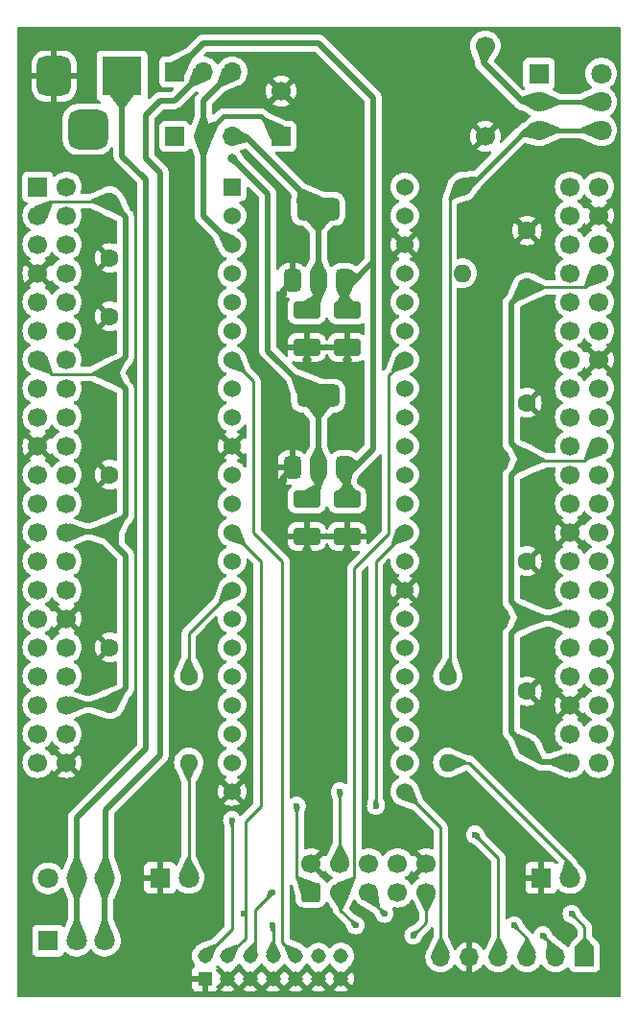
<source format=gbr>
%TF.GenerationSoftware,KiCad,Pcbnew,8.0.7*%
%TF.CreationDate,2025-02-19T22:23:28-06:00*%
%TF.ProjectId,Atmel-ATF15XX-Programming-Adapter,41746d65-6c2d-4415-9446-313558582d50,v1.0*%
%TF.SameCoordinates,Original*%
%TF.FileFunction,Copper,L1,Top*%
%TF.FilePolarity,Positive*%
%FSLAX46Y46*%
G04 Gerber Fmt 4.6, Leading zero omitted, Abs format (unit mm)*
G04 Created by KiCad (PCBNEW 8.0.7) date 2025-02-19 22:23:28*
%MOMM*%
%LPD*%
G01*
G04 APERTURE LIST*
G04 Aperture macros list*
%AMRoundRect*
0 Rectangle with rounded corners*
0 $1 Rounding radius*
0 $2 $3 $4 $5 $6 $7 $8 $9 X,Y pos of 4 corners*
0 Add a 4 corners polygon primitive as box body*
4,1,4,$2,$3,$4,$5,$6,$7,$8,$9,$2,$3,0*
0 Add four circle primitives for the rounded corners*
1,1,$1+$1,$2,$3*
1,1,$1+$1,$4,$5*
1,1,$1+$1,$6,$7*
1,1,$1+$1,$8,$9*
0 Add four rect primitives between the rounded corners*
20,1,$1+$1,$2,$3,$4,$5,0*
20,1,$1+$1,$4,$5,$6,$7,0*
20,1,$1+$1,$6,$7,$8,$9,0*
20,1,$1+$1,$8,$9,$2,$3,0*%
G04 Aperture macros list end*
%TA.AperFunction,ComponentPad*%
%ADD10C,1.600000*%
%TD*%
%TA.AperFunction,ComponentPad*%
%ADD11O,1.600000X1.600000*%
%TD*%
%TA.AperFunction,ComponentPad*%
%ADD12R,1.700000X1.700000*%
%TD*%
%TA.AperFunction,ComponentPad*%
%ADD13C,1.700000*%
%TD*%
%TA.AperFunction,ComponentPad*%
%ADD14R,1.800000X1.800000*%
%TD*%
%TA.AperFunction,ComponentPad*%
%ADD15C,1.800000*%
%TD*%
%TA.AperFunction,ComponentPad*%
%ADD16RoundRect,0.250000X0.600000X-0.600000X0.600000X0.600000X-0.600000X0.600000X-0.600000X-0.600000X0*%
%TD*%
%TA.AperFunction,SMDPad,CuDef*%
%ADD17RoundRect,0.250001X-0.924999X0.499999X-0.924999X-0.499999X0.924999X-0.499999X0.924999X0.499999X0*%
%TD*%
%TA.AperFunction,ComponentPad*%
%ADD18O,1.700000X1.700000*%
%TD*%
%TA.AperFunction,ComponentPad*%
%ADD19R,1.308000X1.308000*%
%TD*%
%TA.AperFunction,ComponentPad*%
%ADD20C,1.308000*%
%TD*%
%TA.AperFunction,SMDPad,CuDef*%
%ADD21RoundRect,0.375000X0.375000X-0.625000X0.375000X0.625000X-0.375000X0.625000X-0.375000X-0.625000X0*%
%TD*%
%TA.AperFunction,SMDPad,CuDef*%
%ADD22RoundRect,0.500000X1.400000X-0.500000X1.400000X0.500000X-1.400000X0.500000X-1.400000X-0.500000X0*%
%TD*%
%TA.AperFunction,ComponentPad*%
%ADD23R,3.500000X3.500000*%
%TD*%
%TA.AperFunction,ComponentPad*%
%ADD24RoundRect,0.750000X-0.750000X-1.000000X0.750000X-1.000000X0.750000X1.000000X-0.750000X1.000000X0*%
%TD*%
%TA.AperFunction,ComponentPad*%
%ADD25RoundRect,0.875000X-0.875000X-0.875000X0.875000X-0.875000X0.875000X0.875000X-0.875000X0.875000X0*%
%TD*%
%TA.AperFunction,ComponentPad*%
%ADD26R,1.524000X1.524000*%
%TD*%
%TA.AperFunction,ComponentPad*%
%ADD27C,1.524000*%
%TD*%
%TA.AperFunction,ViaPad*%
%ADD28C,0.600000*%
%TD*%
%TA.AperFunction,ViaPad*%
%ADD29C,0.800000*%
%TD*%
%TA.AperFunction,Conductor*%
%ADD30C,0.400000*%
%TD*%
%TA.AperFunction,Conductor*%
%ADD31C,0.500000*%
%TD*%
%TA.AperFunction,Conductor*%
%ADD32C,0.250000*%
%TD*%
G04 APERTURE END LIST*
D10*
%TO.P,R1,1*%
%TO.N,VCC*%
X128905000Y-100965000D03*
D11*
%TO.P,R1,2*%
%TO.N,Net-(D1-A)*%
X128905000Y-108585000D03*
%TD*%
D12*
%TO.P,U2,1,INPUT/GCLR*%
%TO.N,unconnected-(U2-INPUT{slash}GCLR-Pad1)*%
X115570000Y-57785000D03*
D13*
%TO.P,U2,2,INPUT/OE2/GCLK2*%
%TO.N,unconnected-(U2-INPUT{slash}OE2{slash}GCLK2-Pad2)*%
X118110000Y-57785000D03*
%TO.P,U2,3,VCCINT*%
%TO.N,VCC*%
X115570000Y-60325000D03*
%TO.P,U2,4,I/O*%
%TO.N,unconnected-(U2-I{slash}O-Pad4)*%
X118110000Y-60325000D03*
%TO.P,U2,5,I/O*%
%TO.N,unconnected-(U2-I{slash}O-Pad5)*%
X115570000Y-62865000D03*
%TO.P,U2,6,I/O*%
%TO.N,unconnected-(U2-I{slash}O-Pad6)*%
X118110000Y-62865000D03*
%TO.P,U2,7,GND*%
%TO.N,GND*%
X115570000Y-65405000D03*
%TO.P,U2,8,I/O*%
%TO.N,unconnected-(U2-I{slash}O-Pad8)*%
X118110000Y-65405000D03*
%TO.P,U2,9,I/O*%
%TO.N,unconnected-(U2-I{slash}O-Pad9)*%
X115570000Y-67945000D03*
%TO.P,U2,10,I/O*%
%TO.N,unconnected-(U2-I{slash}O-Pad10)*%
X118110000Y-67945000D03*
%TO.P,U2,11,I/O*%
%TO.N,unconnected-(U2-I{slash}O-Pad11)*%
X115570000Y-70485000D03*
%TO.P,U2,12,I/O/PD1*%
%TO.N,unconnected-(U2-I{slash}O{slash}PD1-Pad12)*%
X118110000Y-70485000D03*
%TO.P,U2,13,VCCIO*%
%TO.N,VCC*%
X115570000Y-73025000D03*
%TO.P,U2,14,I/O/TDI*%
%TO.N,/TDI*%
X118110000Y-73025000D03*
%TO.P,U2,15,I/O*%
%TO.N,unconnected-(U2-I{slash}O-Pad15)*%
X115570000Y-75565000D03*
%TO.P,U2,16,I/O*%
%TO.N,unconnected-(U2-I{slash}O-Pad16)*%
X118110000Y-75565000D03*
%TO.P,U2,17,I/O*%
%TO.N,unconnected-(U2-I{slash}O-Pad17)*%
X115570000Y-78105000D03*
%TO.P,U2,18,I/O*%
%TO.N,unconnected-(U2-I{slash}O-Pad18)*%
X118110000Y-78105000D03*
%TO.P,U2,19,GND*%
%TO.N,GND*%
X115570000Y-80645000D03*
%TO.P,U2,20,I/O*%
%TO.N,unconnected-(U2-I{slash}O-Pad20)*%
X118110000Y-80645000D03*
%TO.P,U2,21,I/O*%
%TO.N,unconnected-(U2-I{slash}O-Pad21)*%
X115570000Y-83185000D03*
%TO.P,U2,22,I/O*%
%TO.N,unconnected-(U2-I{slash}O-Pad22)*%
X118110000Y-83185000D03*
%TO.P,U2,23,I/O/TMS*%
%TO.N,/TMS*%
X115570000Y-85725000D03*
%TO.P,U2,24,I/O*%
%TO.N,unconnected-(U2-I{slash}O-Pad24)*%
X118110000Y-85725000D03*
%TO.P,U2,25,I/O*%
%TO.N,unconnected-(U2-I{slash}O-Pad25)*%
X115570000Y-88265000D03*
%TO.P,U2,26,VCCIO*%
%TO.N,VCC*%
X118110000Y-88265000D03*
%TO.P,U2,27,I/O*%
%TO.N,unconnected-(U2-I{slash}O-Pad27)*%
X115570000Y-90805000D03*
%TO.P,U2,28,I/O*%
%TO.N,unconnected-(U2-I{slash}O-Pad28)*%
X118110000Y-90805000D03*
%TO.P,U2,29,I/O*%
%TO.N,unconnected-(U2-I{slash}O-Pad29)*%
X115570000Y-93345000D03*
%TO.P,U2,30,I/O*%
%TO.N,unconnected-(U2-I{slash}O-Pad30)*%
X118110000Y-93345000D03*
%TO.P,U2,31,I/O*%
%TO.N,unconnected-(U2-I{slash}O-Pad31)*%
X115570000Y-95885000D03*
%TO.P,U2,32,GND*%
%TO.N,GND*%
X118110000Y-95885000D03*
%TO.P,U2,33,I/O*%
%TO.N,unconnected-(U2-I{slash}O-Pad33)*%
X115570000Y-98425000D03*
%TO.P,U2,34,I/O*%
%TO.N,unconnected-(U2-I{slash}O-Pad34)*%
X118110000Y-98425000D03*
%TO.P,U2,35,I/O*%
%TO.N,unconnected-(U2-I{slash}O-Pad35)*%
X115570000Y-100965000D03*
%TO.P,U2,36,I/O*%
%TO.N,unconnected-(U2-I{slash}O-Pad36)*%
X118110000Y-100965000D03*
%TO.P,U2,37,I/O*%
%TO.N,unconnected-(U2-I{slash}O-Pad37)*%
X115570000Y-103505000D03*
%TO.P,U2,38,VCCIO*%
%TO.N,VCC*%
X118110000Y-103505000D03*
%TO.P,U2,39,I/O*%
%TO.N,unconnected-(U2-I{slash}O-Pad39)*%
X115570000Y-106045000D03*
%TO.P,U2,40,I/O*%
%TO.N,unconnected-(U2-I{slash}O-Pad40)*%
X118110000Y-106045000D03*
%TO.P,U2,41,I/O*%
%TO.N,unconnected-(U2-I{slash}O-Pad41)*%
X115570000Y-108585000D03*
%TO.P,U2,42,GND*%
%TO.N,GND*%
X118110000Y-108585000D03*
%TO.P,U2,43,VCCINT*%
%TO.N,VCC*%
X162560000Y-108585000D03*
%TO.P,U2,44,I/O*%
%TO.N,unconnected-(U2-I{slash}O-Pad44)*%
X165100000Y-108585000D03*
%TO.P,U2,45,I/O/PD2*%
%TO.N,unconnected-(U2-I{slash}O{slash}PD2-Pad45)*%
X162560000Y-106045000D03*
%TO.P,U2,46,I/O*%
%TO.N,unconnected-(U2-I{slash}O-Pad46)*%
X165100000Y-106045000D03*
%TO.P,U2,47,GND*%
%TO.N,GND*%
X162560000Y-103505000D03*
%TO.P,U2,48,I/O*%
%TO.N,unconnected-(U2-I{slash}O-Pad48)*%
X165100000Y-103505000D03*
%TO.P,U2,49,I/O*%
%TO.N,unconnected-(U2-I{slash}O-Pad49)*%
X162560000Y-100965000D03*
%TO.P,U2,50,I/O*%
%TO.N,unconnected-(U2-I{slash}O-Pad50)*%
X165100000Y-100965000D03*
%TO.P,U2,51,I/O*%
%TO.N,unconnected-(U2-I{slash}O-Pad51)*%
X162560000Y-98425000D03*
%TO.P,U2,52,I/O*%
%TO.N,unconnected-(U2-I{slash}O-Pad52)*%
X165100000Y-98425000D03*
%TO.P,U2,53,VCCIO*%
%TO.N,VCC*%
X162560000Y-95885000D03*
%TO.P,U2,54,I/O*%
%TO.N,unconnected-(U2-I{slash}O-Pad54)*%
X165100000Y-95885000D03*
%TO.P,U2,55,I/O*%
%TO.N,unconnected-(U2-I{slash}O-Pad55)*%
X162560000Y-93345000D03*
%TO.P,U2,56,I/O*%
%TO.N,unconnected-(U2-I{slash}O-Pad56)*%
X165100000Y-93345000D03*
%TO.P,U2,57,I/O*%
%TO.N,unconnected-(U2-I{slash}O-Pad57)*%
X162560000Y-90805000D03*
%TO.P,U2,58,I/O*%
%TO.N,unconnected-(U2-I{slash}O-Pad58)*%
X165100000Y-90805000D03*
%TO.P,U2,59,GND*%
%TO.N,GND*%
X162560000Y-88265000D03*
%TO.P,U2,60,I/O*%
%TO.N,unconnected-(U2-I{slash}O-Pad60)*%
X165100000Y-88265000D03*
%TO.P,U2,61,I/O*%
%TO.N,unconnected-(U2-I{slash}O-Pad61)*%
X162560000Y-85725000D03*
%TO.P,U2,62,I/O/TCK*%
%TO.N,/TCK*%
X165100000Y-85725000D03*
%TO.P,U2,63,I/O*%
%TO.N,unconnected-(U2-I{slash}O-Pad63)*%
X162560000Y-83185000D03*
%TO.P,U2,64,I/O*%
%TO.N,unconnected-(U2-I{slash}O-Pad64)*%
X165100000Y-83185000D03*
%TO.P,U2,65,I/O*%
%TO.N,unconnected-(U2-I{slash}O-Pad65)*%
X162560000Y-80645000D03*
%TO.P,U2,66,VCCIO*%
%TO.N,VCC*%
X165100000Y-80645000D03*
%TO.P,U2,67,I/O*%
%TO.N,unconnected-(U2-I{slash}O-Pad67)*%
X162560000Y-78105000D03*
%TO.P,U2,68,I/O*%
%TO.N,unconnected-(U2-I{slash}O-Pad68)*%
X165100000Y-78105000D03*
%TO.P,U2,69,I/O*%
%TO.N,unconnected-(U2-I{slash}O-Pad69)*%
X162560000Y-75565000D03*
%TO.P,U2,70,I/O*%
%TO.N,unconnected-(U2-I{slash}O-Pad70)*%
X165100000Y-75565000D03*
%TO.P,U2,71,I/O/TDO*%
%TO.N,/TDO*%
X162560000Y-73025000D03*
%TO.P,U2,72,GND*%
%TO.N,GND*%
X165100000Y-73025000D03*
%TO.P,U2,73,I/O*%
%TO.N,unconnected-(U2-I{slash}O-Pad73)*%
X162560000Y-70485000D03*
%TO.P,U2,74,I/O*%
%TO.N,unconnected-(U2-I{slash}O-Pad74)*%
X165100000Y-70485000D03*
%TO.P,U2,75,I/O*%
%TO.N,unconnected-(U2-I{slash}O-Pad75)*%
X162560000Y-67945000D03*
%TO.P,U2,76,I/O*%
%TO.N,unconnected-(U2-I{slash}O-Pad76)*%
X165100000Y-67945000D03*
%TO.P,U2,77,I/O*%
%TO.N,unconnected-(U2-I{slash}O-Pad77)*%
X162560000Y-65405000D03*
%TO.P,U2,78,VCCIO*%
%TO.N,VCC*%
X165100000Y-65405000D03*
%TO.P,U2,79,I/O*%
%TO.N,unconnected-(U2-I{slash}O-Pad79)*%
X162560000Y-62865000D03*
%TO.P,U2,80,I/O*%
%TO.N,unconnected-(U2-I{slash}O-Pad80)*%
X165100000Y-62865000D03*
%TO.P,U2,81,I/O/GCLK3*%
%TO.N,unconnected-(U2-I{slash}O{slash}GCLK3-Pad81)*%
X162560000Y-60325000D03*
%TO.P,U2,82,GND*%
%TO.N,GND*%
X165100000Y-60325000D03*
%TO.P,U2,83,INPUT/GCLK1*%
%TO.N,unconnected-(U2-INPUT{slash}GCLK1-Pad83)*%
X162560000Y-57785000D03*
%TO.P,U2,84,INPUT/OE1*%
%TO.N,/OE1*%
X165100000Y-57785000D03*
%TD*%
D14*
%TO.P,D1,1,K*%
%TO.N,GND*%
X126365000Y-118745000D03*
D15*
%TO.P,D1,2,A*%
%TO.N,Net-(D1-A)*%
X128905000Y-118745000D03*
%TD*%
D16*
%TO.P,J4,1,Pin_1*%
%TO.N,/TCK*%
X139700000Y-120015000D03*
D13*
%TO.P,J4,2,Pin_2*%
%TO.N,GND*%
X139700000Y-117475000D03*
%TO.P,J4,3,Pin_3*%
%TO.N,/TDO*%
X142240000Y-120015000D03*
%TO.P,J4,4,Pin_4*%
%TO.N,VCC*%
X142240000Y-117475000D03*
%TO.P,J4,5,Pin_5*%
%TO.N,/TMS*%
X144780000Y-120015000D03*
%TO.P,J4,6,Pin_6*%
%TO.N,unconnected-(J4-Pin_6-Pad6)*%
X144780000Y-117475000D03*
%TO.P,J4,7,Pin_7*%
%TO.N,unconnected-(J4-Pin_7-Pad7)*%
X147320000Y-120015000D03*
%TO.P,J4,8,Pin_8*%
%TO.N,unconnected-(J4-Pin_8-Pad8)*%
X147320000Y-117475000D03*
%TO.P,J4,9,Pin_9*%
%TO.N,/TDI*%
X149860000Y-120015000D03*
%TO.P,J4,10,Pin_10*%
%TO.N,GND*%
X149860000Y-117475000D03*
%TD*%
D17*
%TO.P,C14,1*%
%TO.N,+3.3V*%
X139319000Y-68692500D03*
%TO.P,C14,2*%
%TO.N,GND*%
X139319000Y-71942500D03*
%TD*%
D10*
%TO.P,C8,1*%
%TO.N,GND*%
X121920000Y-64055000D03*
%TO.P,C8,2*%
%TO.N,VCC*%
X121920000Y-59055000D03*
%TD*%
D17*
%TO.P,C16,1*%
%TO.N,+5V*%
X139319000Y-85370000D03*
%TO.P,C16,2*%
%TO.N,GND*%
X139319000Y-88620000D03*
%TD*%
D14*
%TO.P,D2,1,K*%
%TO.N,GND*%
X160020000Y-118745000D03*
D15*
%TO.P,D2,2,A*%
%TO.N,Net-(D2-A)*%
X162560000Y-118745000D03*
%TD*%
D17*
%TO.P,C15,1*%
%TO.N,Net-(JP1-A)*%
X142875000Y-68692500D03*
%TO.P,C15,2*%
%TO.N,GND*%
X142875000Y-71942500D03*
%TD*%
D12*
%TO.P,JP2,1,A*%
%TO.N,+5V*%
X127635000Y-53340000D03*
D18*
%TO.P,JP2,2,C*%
%TO.N,VCC*%
X130175000Y-53340000D03*
%TO.P,JP2,3,B*%
%TO.N,+3.3V*%
X132715000Y-53340000D03*
%TD*%
D10*
%TO.P,C3,1*%
%TO.N,GND*%
X158750000Y-76835000D03*
%TO.P,C3,2*%
%TO.N,VCC*%
X158750000Y-81835000D03*
%TD*%
%TO.P,C4,1*%
%TO.N,GND*%
X158750000Y-61635000D03*
%TO.P,C4,2*%
%TO.N,VCC*%
X158750000Y-66635000D03*
%TD*%
D14*
%TO.P,SW1,1,A*%
%TO.N,unconnected-(SW1A-A-Pad1)*%
X116499000Y-124289000D03*
D15*
%TO.P,SW1,2,B*%
%TO.N,Net-(SW1A-B)*%
X118999000Y-124289000D03*
%TO.P,SW1,3,C*%
%TO.N,Net-(JP1-C)*%
X121499000Y-124289000D03*
%TO.P,SW1,4,A*%
%TO.N,unconnected-(SW1B-A-Pad4)*%
X116499000Y-118789000D03*
%TO.P,SW1,5,B*%
%TO.N,Net-(SW1A-B)*%
X118999000Y-118789000D03*
%TO.P,SW1,6,C*%
%TO.N,Net-(JP1-C)*%
X121499000Y-118789000D03*
%TD*%
D17*
%TO.P,C13,1*%
%TO.N,Net-(JP1-A)*%
X142875000Y-85370000D03*
%TO.P,C13,2*%
%TO.N,GND*%
X142875000Y-88620000D03*
%TD*%
D12*
%TO.P,U5,1,In_+*%
%TO.N,VCC*%
X137067000Y-53340000D03*
D13*
%TO.P,U5,2,In_-*%
%TO.N,GND*%
X137067000Y-49340000D03*
%TO.P,U5,3,Out_-*%
X155067000Y-53340000D03*
%TO.P,U5,4,Out_+*%
%TO.N,+12V*%
X155067000Y-45340000D03*
%TD*%
D10*
%TO.P,C6,1*%
%TO.N,GND*%
X121920000Y-83185000D03*
%TO.P,C6,2*%
%TO.N,VCC*%
X121920000Y-88185000D03*
%TD*%
%TO.P,C7,1*%
%TO.N,GND*%
X121920000Y-69215000D03*
%TO.P,C7,2*%
%TO.N,VCC*%
X121920000Y-74215000D03*
%TD*%
%TO.P,C1,1*%
%TO.N,GND*%
X158750000Y-102275000D03*
%TO.P,C1,2*%
%TO.N,VCC*%
X158750000Y-107275000D03*
%TD*%
%TO.P,R3,1*%
%TO.N,Net-(SW2A-C)*%
X151765000Y-100965000D03*
D11*
%TO.P,R3,2*%
%TO.N,Net-(D2-A)*%
X151765000Y-108585000D03*
%TD*%
D10*
%TO.P,C2,1*%
%TO.N,GND*%
X158750000Y-90805000D03*
%TO.P,C2,2*%
%TO.N,VCC*%
X158750000Y-95805000D03*
%TD*%
D12*
%TO.P,J3,1,Pin_1*%
%TO.N,/TMS*%
X163830000Y-125730000D03*
D18*
%TO.P,J3,2,Pin_2*%
%TO.N,/TDI*%
X161290000Y-125730000D03*
%TO.P,J3,3,Pin_3*%
%TO.N,/TDO*%
X158750000Y-125730000D03*
%TO.P,J3,4,Pin_4*%
%TO.N,/TCK*%
X156210000Y-125730000D03*
%TO.P,J3,5,Pin_5*%
%TO.N,GND*%
X153670000Y-125730000D03*
%TO.P,J3,6,Pin_6*%
%TO.N,VCC*%
X151130000Y-125730000D03*
%TD*%
D10*
%TO.P,C5,1*%
%TO.N,GND*%
X121920000Y-98425000D03*
%TO.P,C5,2*%
%TO.N,VCC*%
X121920000Y-103425000D03*
%TD*%
D19*
%TO.P,J1,1,Pin_1*%
%TO.N,GND*%
X130335000Y-127635000D03*
D20*
%TO.P,J1,2,Pin_2*%
%TO.N,VCC*%
X130335000Y-125635000D03*
%TO.P,J1,3,Pin_3*%
%TO.N,GND*%
X132335000Y-127635000D03*
%TO.P,J1,4,Pin_4*%
%TO.N,/TMS*%
X132335000Y-125635000D03*
%TO.P,J1,5,Pin_5*%
%TO.N,GND*%
X134335000Y-127635000D03*
%TO.P,J1,6,Pin_6*%
%TO.N,/TCK*%
X134335000Y-125635000D03*
%TO.P,J1,7,Pin_7*%
%TO.N,GND*%
X136335000Y-127635000D03*
%TO.P,J1,8,Pin_8*%
%TO.N,/TDO*%
X136335000Y-125635000D03*
%TO.P,J1,9,Pin_9*%
%TO.N,GND*%
X138335000Y-127635000D03*
%TO.P,J1,10,Pin_10*%
%TO.N,/TDI*%
X138335000Y-125635000D03*
%TO.P,J1,11,Pin_11*%
%TO.N,GND*%
X140335000Y-127635000D03*
%TO.P,J1,12,Pin_12*%
%TO.N,unconnected-(J1-Pin_12-Pad12)*%
X140335000Y-125635000D03*
%TO.P,J1,13,Pin_13*%
%TO.N,GND*%
X142335000Y-127635000D03*
%TO.P,J1,14,Pin_14*%
%TO.N,unconnected-(J1-Pin_14-Pad14)*%
X142335000Y-125635000D03*
%TD*%
D21*
%TO.P,U1,1,GND*%
%TO.N,GND*%
X138035000Y-66040000D03*
%TO.P,U1,2,VO*%
%TO.N,+3.3V*%
X140335000Y-66040000D03*
D22*
X140335000Y-59740000D03*
D21*
%TO.P,U1,3,VI*%
%TO.N,Net-(JP1-A)*%
X142635000Y-66040000D03*
%TD*%
D12*
%TO.P,JP1,1,A*%
%TO.N,Net-(JP1-A)*%
X127635000Y-47625000D03*
D18*
%TO.P,JP1,2,C*%
%TO.N,Net-(JP1-C)*%
X130175000Y-47625000D03*
%TO.P,JP1,3,B*%
%TO.N,VCC*%
X132715000Y-47625000D03*
%TD*%
D14*
%TO.P,SW2,1,A*%
%TO.N,unconnected-(SW2A-A-Pad1)*%
X159810000Y-47792000D03*
D15*
%TO.P,SW2,2,B*%
%TO.N,+12V*%
X159810000Y-50292000D03*
%TO.P,SW2,3,C*%
%TO.N,Net-(SW2A-C)*%
X159810000Y-52792000D03*
%TO.P,SW2,4,A*%
%TO.N,unconnected-(SW2B-A-Pad4)*%
X165310000Y-47792000D03*
%TO.P,SW2,5,B*%
%TO.N,+12V*%
X165310000Y-50292000D03*
%TO.P,SW2,6,C*%
%TO.N,Net-(SW2A-C)*%
X165310000Y-52792000D03*
%TD*%
D10*
%TO.P,R2,1*%
%TO.N,Net-(SW2A-C)*%
X153035000Y-57785000D03*
D11*
%TO.P,R2,2*%
%TO.N,/OE1*%
X153035000Y-65405000D03*
%TD*%
D23*
%TO.P,J2,1*%
%TO.N,Net-(SW1A-B)*%
X123015000Y-48005000D03*
D24*
%TO.P,J2,2*%
%TO.N,GND*%
X117015000Y-48005000D03*
D25*
%TO.P,J2,3*%
%TO.N,N/C*%
X120015000Y-52705000D03*
%TD*%
D26*
%TO.P,U4,1,GCLR/I*%
%TO.N,unconnected-(U4-GCLR{slash}I-Pad1)*%
X132715000Y-57785000D03*
D27*
%TO.P,U4,2,GCLK2/OE2/I*%
%TO.N,unconnected-(U4-GCLK2{slash}OE2{slash}I-Pad2)*%
X132715000Y-60325000D03*
%TO.P,U4,3,VCC*%
%TO.N,VCC*%
X132715000Y-62865000D03*
%TO.P,U4,4,I/O*%
%TO.N,unconnected-(U4-I{slash}O-Pad4)*%
X132715000Y-65405000D03*
%TO.P,U4,5,I/O*%
%TO.N,unconnected-(U4-I{slash}O-Pad5)*%
X132715000Y-67945000D03*
%TO.P,U4,6,I/O*%
%TO.N,unconnected-(U4-I{slash}O-Pad6)*%
X132715000Y-70485000D03*
%TO.P,U4,7,TDI/I/O*%
%TO.N,/TDI*%
X132715000Y-73025000D03*
%TO.P,U4,8,I/O*%
%TO.N,unconnected-(U4-I{slash}O-Pad8)*%
X132715000Y-75565000D03*
%TO.P,U4,9,I/O*%
%TO.N,unconnected-(U4-I{slash}O-Pad9)*%
X132715000Y-78105000D03*
%TO.P,U4,10,GND*%
%TO.N,GND*%
X132715000Y-80645000D03*
%TO.P,U4,11,PD1/I/O*%
%TO.N,unconnected-(U4-PD1{slash}I{slash}O-Pad11)*%
X132715000Y-83185000D03*
%TO.P,U4,12,I/O*%
%TO.N,unconnected-(U4-I{slash}O-Pad12)*%
X132715000Y-85725000D03*
%TO.P,U4,13,I/O/TMS*%
%TO.N,/TMS*%
X132715000Y-88265000D03*
%TO.P,U4,14,I/O*%
%TO.N,unconnected-(U4-I{slash}O-Pad14)*%
X132715000Y-90805000D03*
%TO.P,U4,15,VCC*%
%TO.N,VCC*%
X132715000Y-93345000D03*
%TO.P,U4,16,I/O*%
%TO.N,unconnected-(U4-I{slash}O-Pad16)*%
X132715000Y-95885000D03*
%TO.P,U4,17,I/O*%
%TO.N,unconnected-(U4-I{slash}O-Pad17)*%
X132715000Y-98425000D03*
%TO.P,U4,18,I/O*%
%TO.N,unconnected-(U4-I{slash}O-Pad18)*%
X132715000Y-100965000D03*
%TO.P,U4,19,I/O*%
%TO.N,unconnected-(U4-I{slash}O-Pad19)*%
X132715000Y-103505000D03*
%TO.P,U4,20,I/O*%
%TO.N,unconnected-(U4-I{slash}O-Pad20)*%
X132715000Y-106045000D03*
%TO.P,U4,21,I/O*%
%TO.N,unconnected-(U4-I{slash}O-Pad21)*%
X132715000Y-108585000D03*
%TO.P,U4,22,GND*%
%TO.N,GND*%
X132715000Y-111125000D03*
%TO.P,U4,23,VCC*%
%TO.N,VCC*%
X147955000Y-111125000D03*
%TO.P,U4,24,I/O*%
%TO.N,unconnected-(U4-I{slash}O-Pad24)*%
X147955000Y-108585000D03*
%TO.P,U4,25,PD2/I/O*%
%TO.N,unconnected-(U4-PD2{slash}I{slash}O-Pad25)*%
X147955000Y-106045000D03*
%TO.P,U4,26,I/O*%
%TO.N,unconnected-(U4-I{slash}O-Pad26)*%
X147955000Y-103505000D03*
%TO.P,U4,27,I/O*%
%TO.N,unconnected-(U4-I{slash}O-Pad27)*%
X147955000Y-100965000D03*
%TO.P,U4,28,I/O*%
%TO.N,unconnected-(U4-I{slash}O-Pad28)*%
X147955000Y-98425000D03*
%TO.P,U4,29,I/O*%
%TO.N,unconnected-(U4-I{slash}O-Pad29)*%
X147955000Y-95885000D03*
%TO.P,U4,30,GND*%
%TO.N,GND*%
X147955000Y-93345000D03*
%TO.P,U4,31,I/O*%
%TO.N,unconnected-(U4-I{slash}O-Pad31)*%
X147955000Y-90805000D03*
%TO.P,U4,32,I/O/TCK*%
%TO.N,/TCK*%
X147955000Y-88265000D03*
%TO.P,U4,33,I/O*%
%TO.N,unconnected-(U4-I{slash}O-Pad33)*%
X147955000Y-85725000D03*
%TO.P,U4,34,I/O*%
%TO.N,unconnected-(U4-I{slash}O-Pad34)*%
X147955000Y-83185000D03*
%TO.P,U4,35,VCC*%
%TO.N,VCC*%
X147955000Y-80645000D03*
%TO.P,U4,36,I/O*%
%TO.N,unconnected-(U4-I{slash}O-Pad36)*%
X147955000Y-78105000D03*
%TO.P,U4,37,I/O*%
%TO.N,unconnected-(U4-I{slash}O-Pad37)*%
X147955000Y-75565000D03*
%TO.P,U4,38,I/O/TDO*%
%TO.N,/TDO*%
X147955000Y-73025000D03*
%TO.P,U4,39,I/O*%
%TO.N,unconnected-(U4-I{slash}O-Pad39)*%
X147955000Y-70485000D03*
%TO.P,U4,40,I/O*%
%TO.N,unconnected-(U4-I{slash}O-Pad40)*%
X147955000Y-67945000D03*
%TO.P,U4,41,GCLK3/I/O*%
%TO.N,unconnected-(U4-GCLK3{slash}I{slash}O-Pad41)*%
X147955000Y-65405000D03*
%TO.P,U4,42,GND*%
%TO.N,GND*%
X147955000Y-62865000D03*
%TO.P,U4,43,GCLK1/I*%
%TO.N,unconnected-(U4-GCLK1{slash}I-Pad43)*%
X147955000Y-60325000D03*
%TO.P,U4,44,OE1/I*%
%TO.N,/OE1*%
X147955000Y-57785000D03*
%TD*%
D21*
%TO.P,U3,1,GND*%
%TO.N,GND*%
X138035000Y-82525000D03*
%TO.P,U3,2,VO*%
%TO.N,+5V*%
X140335000Y-82525000D03*
D22*
X140335000Y-76225000D03*
D21*
%TO.P,U3,3,VI*%
%TO.N,Net-(JP1-A)*%
X142635000Y-82525000D03*
%TD*%
D28*
%TO.N,GND*%
X137795000Y-63500000D03*
X137541000Y-80010000D03*
X138811000Y-80010000D03*
X143129000Y-63500000D03*
X138811000Y-78486000D03*
X143129000Y-78486000D03*
X137795000Y-62230000D03*
D29*
X142875000Y-73025000D03*
X142875000Y-89789000D03*
D28*
X137541000Y-78486000D03*
D29*
X154559000Y-75184000D03*
D28*
X141859000Y-62230000D03*
D29*
X154559000Y-79502000D03*
D28*
X138811000Y-63500000D03*
X141859000Y-63500000D03*
X143129000Y-62230000D03*
D29*
X137160000Y-67310000D03*
X139319000Y-89789000D03*
D28*
X141859000Y-78486000D03*
X141859000Y-80010000D03*
X143129000Y-80010000D03*
D29*
X137160000Y-83820000D03*
D28*
X138811000Y-62230000D03*
D29*
X139319000Y-73025000D03*
%TO.N,+5V*%
X132715000Y-55245000D03*
D28*
%TO.N,VCC*%
X132715000Y-113665000D03*
X142240000Y-111125000D03*
%TO.N,/TMS*%
X162687000Y-121920000D03*
X133710000Y-121920000D03*
X146177000Y-121920000D03*
%TO.N,/TCK*%
X145415000Y-112395000D03*
X136271000Y-120015000D03*
X154178000Y-114935000D03*
X138430000Y-112395000D03*
%TO.N,/TDI*%
X148717000Y-123825000D03*
X160147000Y-123825000D03*
%TO.N,/TDO*%
X143637000Y-122936000D03*
X136271000Y-122936000D03*
X157607000Y-122936000D03*
%TD*%
D30*
%TO.N,GND*%
X137160000Y-83400000D02*
X138035000Y-82525000D01*
X137160000Y-66915000D02*
X138035000Y-66040000D01*
X137160000Y-67310000D02*
X137160000Y-66915000D01*
X137160000Y-83820000D02*
X137160000Y-83400000D01*
D31*
%TO.N,Net-(JP1-A)*%
X143510000Y-66040000D02*
X142635000Y-66040000D01*
X145161000Y-80899000D02*
X143535000Y-82525000D01*
X143535000Y-82525000D02*
X142635000Y-82525000D01*
X142635000Y-66040000D02*
X142635000Y-68640000D01*
X127635000Y-47625000D02*
X130175000Y-45085000D01*
X130175000Y-45085000D02*
X140335000Y-45085000D01*
X143510000Y-66040000D02*
X145161000Y-64389000D01*
X140335000Y-45085000D02*
X145161000Y-49911000D01*
X142875000Y-85557500D02*
X142875000Y-82765000D01*
X145161000Y-62992000D02*
X145161000Y-80899000D01*
X145161000Y-49911000D02*
X145161000Y-64389000D01*
%TO.N,+3.3V*%
X140335000Y-67930500D02*
X140335000Y-66040000D01*
X133935000Y-53340000D02*
X132715000Y-53340000D01*
X139573000Y-68692500D02*
X140335000Y-67930500D01*
X140335000Y-59740000D02*
X133935000Y-53340000D01*
X140335000Y-66040000D02*
X140335000Y-59740000D01*
%TO.N,+5V*%
X140335000Y-84354000D02*
X140335000Y-82525000D01*
X139852000Y-76225000D02*
X135890000Y-72263000D01*
X135890000Y-58420000D02*
X132715000Y-55245000D01*
X140335000Y-82525000D02*
X140335000Y-76225000D01*
X139319000Y-85370000D02*
X140335000Y-84354000D01*
X135890000Y-72263000D02*
X135890000Y-58420000D01*
D32*
%TO.N,Net-(D1-A)*%
X128905000Y-108585000D02*
X128905000Y-118745000D01*
D31*
%TO.N,VCC*%
X157353000Y-80438000D02*
X157353000Y-68032000D01*
D32*
X128905000Y-100965000D02*
X128905000Y-97155000D01*
D31*
X121285000Y-88185000D02*
X118190000Y-88185000D01*
D32*
X142240000Y-111125000D02*
X142240000Y-117475000D01*
D31*
X130175000Y-53340000D02*
X130175000Y-50165000D01*
X158750000Y-107275000D02*
X160020000Y-108545000D01*
X123317000Y-102028000D02*
X121920000Y-103425000D01*
D30*
X130175000Y-53340000D02*
X131953000Y-51562000D01*
D31*
X121285000Y-88265000D02*
X123317000Y-90297000D01*
X157353000Y-83232000D02*
X158750000Y-81835000D01*
X130175000Y-60325000D02*
X132715000Y-62865000D01*
D32*
X121840000Y-74295000D02*
X116840000Y-74295000D01*
X163870000Y-66635000D02*
X165100000Y-65405000D01*
D31*
X123317000Y-72818000D02*
X123317000Y-60452000D01*
D30*
X135289000Y-51562000D02*
X137067000Y-53340000D01*
D31*
X123317000Y-60452000D02*
X121920000Y-59055000D01*
X157353000Y-94408000D02*
X157353000Y-83232000D01*
D32*
X128905000Y-97155000D02*
X132715000Y-93345000D01*
D31*
X121920000Y-103425000D02*
X118190000Y-103425000D01*
X123317000Y-86788000D02*
X121920000Y-88185000D01*
D32*
X116840000Y-74295000D02*
X115570000Y-73025000D01*
D31*
X158750000Y-95805000D02*
X162480000Y-95805000D01*
X157353000Y-105878000D02*
X157353000Y-97202000D01*
X121920000Y-74215000D02*
X123317000Y-72818000D01*
X158750000Y-95805000D02*
X157353000Y-94408000D01*
X121920000Y-88185000D02*
X121285000Y-88185000D01*
D32*
X121920000Y-74215000D02*
X121840000Y-74295000D01*
X158750000Y-81835000D02*
X158830000Y-81915000D01*
D31*
X157353000Y-68032000D02*
X158750000Y-66635000D01*
X123317000Y-75612000D02*
X123317000Y-86788000D01*
D32*
X158750000Y-66635000D02*
X163870000Y-66635000D01*
D31*
X121920000Y-74215000D02*
X123317000Y-75612000D01*
X123317000Y-90297000D02*
X123317000Y-102028000D01*
D32*
X132715000Y-123255000D02*
X132715000Y-113665000D01*
X163830000Y-81915000D02*
X165100000Y-80645000D01*
D31*
X158750000Y-81835000D02*
X157353000Y-80438000D01*
D32*
X151130000Y-114300000D02*
X147955000Y-111125000D01*
D31*
X130175000Y-50165000D02*
X132715000Y-47625000D01*
X130175000Y-53340000D02*
X130175000Y-60325000D01*
D32*
X151130000Y-125730000D02*
X151130000Y-114300000D01*
X116840000Y-59055000D02*
X115570000Y-60325000D01*
D31*
X157353000Y-97202000D02*
X158750000Y-95805000D01*
X121285000Y-88185000D02*
X121285000Y-88265000D01*
D32*
X158830000Y-81915000D02*
X163830000Y-81915000D01*
D31*
X158750000Y-107275000D02*
X157353000Y-105878000D01*
D32*
X130335000Y-125635000D02*
X132715000Y-123255000D01*
D30*
X131953000Y-51562000D02*
X135289000Y-51562000D01*
D31*
X160020000Y-108545000D02*
X162520000Y-108545000D01*
D32*
X121920000Y-59055000D02*
X116840000Y-59055000D01*
%TO.N,/TMS*%
X144780000Y-120523000D02*
X146177000Y-121920000D01*
X162687000Y-121920000D02*
X163830000Y-123063000D01*
X132335000Y-125635000D02*
X133885000Y-124085000D01*
X132715000Y-88265000D02*
X135255000Y-90805000D01*
X135255000Y-90805000D02*
X135255000Y-112395000D01*
X133885000Y-113765000D02*
X135255000Y-112395000D01*
X133885000Y-124085000D02*
X133885000Y-113765000D01*
X163830000Y-123063000D02*
X163830000Y-125730000D01*
%TO.N,/TCK*%
X139700000Y-120015000D02*
X138430000Y-118745000D01*
X156210000Y-125730000D02*
X156210000Y-116967000D01*
X136271000Y-120015000D02*
X134747000Y-121539000D01*
X156210000Y-116967000D02*
X154178000Y-114935000D01*
X147955000Y-88265000D02*
X145415000Y-90805000D01*
X134747000Y-125223000D02*
X134335000Y-125635000D01*
X145415000Y-90805000D02*
X145415000Y-112395000D01*
X134747000Y-121539000D02*
X134747000Y-125223000D01*
X138430000Y-118745000D02*
X138430000Y-112395000D01*
%TO.N,/TDI*%
X161290000Y-124968000D02*
X161290000Y-125730000D01*
X137160000Y-90805000D02*
X134620000Y-88265000D01*
X160147000Y-123825000D02*
X161290000Y-124968000D01*
X149860000Y-122682000D02*
X149860000Y-120015000D01*
X134620000Y-74930000D02*
X132715000Y-73025000D01*
X134620000Y-88265000D02*
X134620000Y-74930000D01*
X148717000Y-123825000D02*
X149860000Y-122682000D01*
X137160000Y-124460000D02*
X137160000Y-90805000D01*
X138335000Y-125635000D02*
X137160000Y-124460000D01*
%TO.N,/TDO*%
X146558000Y-74422000D02*
X146558000Y-88392000D01*
X136335000Y-123000000D02*
X136335000Y-125635000D01*
X136271000Y-122936000D02*
X136335000Y-123000000D01*
X157607000Y-122936000D02*
X158750000Y-124079000D01*
X142240000Y-121539000D02*
X142240000Y-120015000D01*
X143510000Y-118745000D02*
X142240000Y-120015000D01*
X158750000Y-124079000D02*
X158750000Y-125730000D01*
X143637000Y-122936000D02*
X142240000Y-121539000D01*
X143510000Y-91440000D02*
X143510000Y-118745000D01*
X147955000Y-73025000D02*
X146558000Y-74422000D01*
X146558000Y-88392000D02*
X143510000Y-91440000D01*
D31*
%TO.N,Net-(SW1A-B)*%
X125095000Y-57150000D02*
X125095000Y-107315000D01*
X123015000Y-55070000D02*
X125095000Y-57150000D01*
X118999000Y-113411000D02*
X118999000Y-118789000D01*
X123015000Y-48005000D02*
X123015000Y-55070000D01*
X118999000Y-118789000D02*
X118999000Y-124289000D01*
X125095000Y-107315000D02*
X118999000Y-113411000D01*
%TO.N,Net-(JP1-C)*%
X126365000Y-56515000D02*
X125095000Y-55245000D01*
X126365000Y-50165000D02*
X127635000Y-50165000D01*
X121499000Y-118789000D02*
X121539000Y-118749000D01*
X126365000Y-107950000D02*
X126365000Y-56515000D01*
X121539000Y-112776000D02*
X126365000Y-107950000D01*
X125095000Y-55245000D02*
X125095000Y-51435000D01*
X125095000Y-51435000D02*
X126365000Y-50165000D01*
X127635000Y-50165000D02*
X130175000Y-47625000D01*
X121499000Y-118789000D02*
X121499000Y-124289000D01*
X121539000Y-118749000D02*
X121539000Y-112776000D01*
D32*
%TO.N,Net-(D2-A)*%
X162560000Y-118745000D02*
X162560000Y-117475000D01*
X153670000Y-108585000D02*
X151765000Y-108585000D01*
X162560000Y-117475000D02*
X153670000Y-108585000D01*
D30*
%TO.N,Net-(SW2A-C)*%
X158623000Y-52792000D02*
X159810000Y-52792000D01*
X159810000Y-52792000D02*
X165310000Y-52792000D01*
D32*
X153035000Y-57785000D02*
X151910000Y-58910000D01*
D30*
X153630000Y-57785000D02*
X158623000Y-52792000D01*
D32*
X151910000Y-100820000D02*
X151765000Y-100965000D01*
X151910000Y-58910000D02*
X151910000Y-100820000D01*
D31*
%TO.N,+12V*%
X158369000Y-50292000D02*
X154906000Y-46829000D01*
X154906000Y-46829000D02*
X154906000Y-45340000D01*
X159810000Y-50292000D02*
X158369000Y-50292000D01*
D30*
X159810000Y-50292000D02*
X165310000Y-50292000D01*
%TD*%
%TA.AperFunction,Conductor*%
%TO.N,VCC*%
G36*
X159066724Y-65900932D02*
G01*
X159067240Y-65901161D01*
X160343317Y-66506828D01*
X160349321Y-66513471D01*
X160350000Y-66517398D01*
X160350000Y-66752601D01*
X160346573Y-66760874D01*
X160343317Y-66763171D01*
X159067251Y-67368833D01*
X159058307Y-67369284D01*
X159051664Y-67363280D01*
X159051430Y-67362753D01*
X159021898Y-67291690D01*
X158750864Y-66639487D01*
X158750854Y-66630538D01*
X159051430Y-65907245D01*
X159057769Y-65900921D01*
X159066724Y-65900932D01*
G37*
%TD.AperFunction*%
%TD*%
%TA.AperFunction,Conductor*%
%TO.N,VCC*%
G36*
X158021364Y-81533174D02*
G01*
X158746212Y-81832437D01*
X158752551Y-81838762D01*
X158752562Y-81838787D01*
X159051824Y-82563634D01*
X159051813Y-82572589D01*
X159045822Y-82578763D01*
X157802775Y-83139820D01*
X157793825Y-83140100D01*
X157789689Y-83137429D01*
X157447570Y-82795310D01*
X157444143Y-82787037D01*
X157445179Y-82782224D01*
X157871005Y-81838787D01*
X158006236Y-81539176D01*
X158012763Y-81533046D01*
X158021364Y-81533174D01*
G37*
%TD.AperFunction*%
%TD*%
%TA.AperFunction,Conductor*%
%TO.N,/TMS*%
G36*
X133998339Y-121919961D02*
G01*
X134006601Y-121923415D01*
X134010000Y-121931661D01*
X134010000Y-121971357D01*
X134006573Y-121979630D01*
X133998300Y-121983057D01*
X133865659Y-121983057D01*
X133861148Y-121982153D01*
X133835309Y-121971357D01*
X133764309Y-121941691D01*
X133757998Y-121935340D01*
X133758025Y-121926385D01*
X133764377Y-121920073D01*
X133768858Y-121919196D01*
X133998339Y-121919961D01*
G37*
%TD.AperFunction*%
%TD*%
%TA.AperFunction,Conductor*%
%TO.N,/TMS*%
G36*
X133173396Y-124624666D02*
G01*
X133176841Y-124627050D01*
X133342949Y-124793158D01*
X133346376Y-124801431D01*
X133345626Y-124805553D01*
X132943469Y-125873977D01*
X132937347Y-125880512D01*
X132928397Y-125880805D01*
X132928057Y-125880671D01*
X132338791Y-125637562D01*
X132332450Y-125631239D01*
X132332437Y-125631208D01*
X132301575Y-125556403D01*
X132089328Y-125041940D01*
X132089341Y-125032987D01*
X132095682Y-125026664D01*
X132095977Y-125026547D01*
X133164447Y-124624373D01*
X133173396Y-124624666D01*
G37*
%TD.AperFunction*%
%TD*%
%TA.AperFunction,Conductor*%
%TO.N,VCC*%
G36*
X157802775Y-94500179D02*
G01*
X159045822Y-95061236D01*
X159051953Y-95067763D01*
X159051824Y-95076365D01*
X158752562Y-95801212D01*
X158746237Y-95807551D01*
X158746212Y-95807562D01*
X158021365Y-96106824D01*
X158012410Y-96106813D01*
X158006236Y-96100822D01*
X157445179Y-94857775D01*
X157444899Y-94848825D01*
X157447568Y-94844691D01*
X157789690Y-94502569D01*
X157797962Y-94499143D01*
X157802775Y-94500179D01*
G37*
%TD.AperFunction*%
%TD*%
%TA.AperFunction,Conductor*%
%TO.N,Net-(SW2A-C)*%
G36*
X152035133Y-99397269D02*
G01*
X152037830Y-99401474D01*
X152500190Y-100648300D01*
X152499853Y-100657248D01*
X152493710Y-100663172D01*
X151769490Y-100964134D01*
X151760536Y-100964144D01*
X151760510Y-100964134D01*
X151038412Y-100664054D01*
X151032087Y-100657715D01*
X151032098Y-100648760D01*
X151032866Y-100647237D01*
X151492396Y-99881451D01*
X151781592Y-99399522D01*
X151788787Y-99394191D01*
X151791624Y-99393842D01*
X152026860Y-99393842D01*
X152035133Y-99397269D01*
G37*
%TD.AperFunction*%
%TD*%
%TA.AperFunction,Conductor*%
%TO.N,Net-(JP1-A)*%
G36*
X143170209Y-65078671D02*
G01*
X143170357Y-65078752D01*
X143773784Y-65420500D01*
X143776290Y-65422407D01*
X144120765Y-65766882D01*
X144124192Y-65775155D01*
X144121085Y-65783095D01*
X143392017Y-66572110D01*
X143383886Y-66575861D01*
X143376600Y-66573674D01*
X142642676Y-66046726D01*
X142637955Y-66039117D01*
X142639218Y-66031639D01*
X143154344Y-65083365D01*
X143161303Y-65077733D01*
X143170209Y-65078671D01*
G37*
%TD.AperFunction*%
%TD*%
%TA.AperFunction,Conductor*%
%TO.N,+12V*%
G36*
X159464136Y-49464624D02*
G01*
X159469788Y-49470645D01*
X159808846Y-50288220D01*
X159808850Y-50297175D01*
X159808844Y-50297190D01*
X159470765Y-51111020D01*
X159464426Y-51117346D01*
X159455472Y-51117337D01*
X159453978Y-51116587D01*
X157951298Y-50222616D01*
X157945941Y-50215442D01*
X157947226Y-50206580D01*
X157949004Y-50204293D01*
X158290006Y-49863291D01*
X158294493Y-49860495D01*
X159455199Y-49464055D01*
X159464136Y-49464624D01*
G37*
%TD.AperFunction*%
%TD*%
%TA.AperFunction,Conductor*%
%TO.N,/TMS*%
G36*
X162963247Y-121809275D02*
G01*
X162969105Y-121814652D01*
X163168974Y-122197164D01*
X163195673Y-122248259D01*
X163196467Y-122257178D01*
X163193576Y-122261950D01*
X163028950Y-122426576D01*
X163020677Y-122430003D01*
X163015260Y-122428673D01*
X162581652Y-122202105D01*
X162575907Y-122195237D01*
X162576247Y-122187293D01*
X162684436Y-121923814D01*
X162690746Y-121917464D01*
X162954293Y-121809248D01*
X162963247Y-121809275D01*
G37*
%TD.AperFunction*%
%TD*%
%TA.AperFunction,Conductor*%
%TO.N,/TMS*%
G36*
X145619373Y-120014991D02*
G01*
X145627643Y-120018425D01*
X145631010Y-120025579D01*
X145754164Y-121315423D01*
X145751539Y-121323984D01*
X145750790Y-121324808D01*
X145584472Y-121491126D01*
X145576199Y-121494553D01*
X145570027Y-121492793D01*
X144463148Y-120805531D01*
X144457927Y-120798256D01*
X144458505Y-120791127D01*
X144776303Y-120021532D01*
X144782628Y-120015194D01*
X144787124Y-120014299D01*
X145619373Y-120014991D01*
G37*
%TD.AperFunction*%
%TD*%
%TA.AperFunction,Conductor*%
%TO.N,Net-(JP1-A)*%
G36*
X143127011Y-83873428D02*
G01*
X143128473Y-83875211D01*
X143619682Y-84612024D01*
X143621420Y-84620809D01*
X143618226Y-84626782D01*
X142883279Y-85362709D01*
X142875008Y-85366141D01*
X142866732Y-85362720D01*
X142866721Y-85362709D01*
X142131773Y-84626782D01*
X142128352Y-84618506D01*
X142130317Y-84612024D01*
X142621527Y-83875211D01*
X142628967Y-83870228D01*
X142631262Y-83870001D01*
X143118738Y-83870001D01*
X143127011Y-83873428D01*
G37*
%TD.AperFunction*%
%TD*%
%TA.AperFunction,Conductor*%
%TO.N,Net-(D2-A)*%
G36*
X152081724Y-107850932D02*
G01*
X152082240Y-107851161D01*
X153358317Y-108456828D01*
X153364321Y-108463471D01*
X153365000Y-108467398D01*
X153365000Y-108702601D01*
X153361573Y-108710874D01*
X153358317Y-108713171D01*
X152082251Y-109318833D01*
X152073307Y-109319284D01*
X152066664Y-109313280D01*
X152066430Y-109312753D01*
X152036898Y-109241690D01*
X151765864Y-108589487D01*
X151765854Y-108580538D01*
X152066430Y-107857245D01*
X152072769Y-107850921D01*
X152081724Y-107850932D01*
G37*
%TD.AperFunction*%
%TD*%
%TA.AperFunction,Conductor*%
%TO.N,VCC*%
G36*
X131237439Y-51999474D02*
G01*
X131241129Y-52001966D01*
X131513033Y-52273870D01*
X131516460Y-52282143D01*
X131515613Y-52286514D01*
X130964707Y-53654332D01*
X130958437Y-53660726D01*
X130949483Y-53660814D01*
X130949388Y-53660775D01*
X130178785Y-53342562D01*
X130172447Y-53336238D01*
X129854224Y-52565611D01*
X129854233Y-52556656D01*
X129860572Y-52550331D01*
X129860595Y-52550321D01*
X131228486Y-51999386D01*
X131237439Y-51999474D01*
G37*
%TD.AperFunction*%
%TD*%
%TA.AperFunction,Conductor*%
%TO.N,Net-(SW1A-B)*%
G36*
X119249348Y-116992427D02*
G01*
X119251940Y-116996360D01*
X119826210Y-118433867D01*
X119826097Y-118442821D01*
X119819833Y-118449012D01*
X119003488Y-118788135D01*
X118994534Y-118788144D01*
X118994512Y-118788135D01*
X118178166Y-118449012D01*
X118171840Y-118442673D01*
X118171789Y-118433868D01*
X118746060Y-116996358D01*
X118752311Y-116989948D01*
X118756925Y-116989000D01*
X119241075Y-116989000D01*
X119249348Y-116992427D01*
G37*
%TD.AperFunction*%
%TD*%
%TA.AperFunction,Conductor*%
%TO.N,VCC*%
G36*
X157802775Y-105970179D02*
G01*
X159045822Y-106531236D01*
X159051953Y-106537763D01*
X159051824Y-106546365D01*
X158752562Y-107271212D01*
X158746237Y-107277551D01*
X158746212Y-107277562D01*
X158021365Y-107576824D01*
X158012410Y-107576813D01*
X158006236Y-107570822D01*
X157445179Y-106327775D01*
X157444899Y-106318825D01*
X157447568Y-106314691D01*
X157789690Y-105972569D01*
X157797962Y-105969143D01*
X157802775Y-105970179D01*
G37*
%TD.AperFunction*%
%TD*%
%TA.AperFunction,Conductor*%
%TO.N,Net-(JP1-A)*%
G36*
X142643002Y-66047570D02*
G01*
X142643535Y-66048103D01*
X143350974Y-66802660D01*
X143354133Y-66811039D01*
X143352985Y-66815728D01*
X142888187Y-67783366D01*
X142881516Y-67789340D01*
X142877641Y-67790000D01*
X142392359Y-67790000D01*
X142384086Y-67786573D01*
X142381813Y-67783366D01*
X141917014Y-66815728D01*
X141916520Y-66806787D01*
X141919023Y-66802662D01*
X142626465Y-66048102D01*
X142634623Y-66044411D01*
X142643002Y-66047570D01*
G37*
%TD.AperFunction*%
%TD*%
%TA.AperFunction,Conductor*%
%TO.N,Net-(SW1A-B)*%
G36*
X123020802Y-48017432D02*
G01*
X123025160Y-48021790D01*
X124011188Y-49748326D01*
X124012315Y-49757209D01*
X124010388Y-49761148D01*
X123268510Y-50750320D01*
X123260805Y-50754882D01*
X123259150Y-50755000D01*
X122770850Y-50755000D01*
X122762577Y-50751573D01*
X122761490Y-50750320D01*
X122019611Y-49761148D01*
X122017389Y-49752473D01*
X122018810Y-49748328D01*
X123004840Y-48021789D01*
X123011919Y-48016305D01*
X123020802Y-48017432D01*
G37*
%TD.AperFunction*%
%TD*%
%TA.AperFunction,Conductor*%
%TO.N,/TDI*%
G36*
X133416634Y-72738077D02*
G01*
X133422959Y-72744417D01*
X133423150Y-72744911D01*
X133878496Y-74007253D01*
X133878080Y-74016198D01*
X133875763Y-74019496D01*
X133709496Y-74185763D01*
X133701223Y-74189190D01*
X133697253Y-74188496D01*
X132434911Y-73733150D01*
X132428291Y-73727119D01*
X132427875Y-73718174D01*
X132428066Y-73717680D01*
X132712437Y-73028788D01*
X132718761Y-73022448D01*
X133407680Y-72738066D01*
X133416634Y-72738077D01*
G37*
%TD.AperFunction*%
%TD*%
%TA.AperFunction,Conductor*%
%TO.N,VCC*%
G36*
X119786104Y-87932325D02*
G01*
X119792860Y-87938203D01*
X119794087Y-87943419D01*
X119794087Y-88427454D01*
X119790660Y-88435727D01*
X119787213Y-88438112D01*
X118446279Y-89045317D01*
X118437329Y-89045608D01*
X118430795Y-89039485D01*
X118430648Y-89039148D01*
X118176497Y-88427454D01*
X118110864Y-88269488D01*
X118110856Y-88260534D01*
X118110865Y-88260511D01*
X118431097Y-87489770D01*
X118437436Y-87483446D01*
X118445619Y-87483166D01*
X119786104Y-87932325D01*
G37*
%TD.AperFunction*%
%TD*%
%TA.AperFunction,Conductor*%
%TO.N,/TMS*%
G36*
X145848736Y-121411325D02*
G01*
X146282346Y-121637893D01*
X146288092Y-121644762D01*
X146287751Y-121652707D01*
X146179563Y-121916184D01*
X146173251Y-121922536D01*
X146173184Y-121922563D01*
X145909707Y-122030751D01*
X145900752Y-122030724D01*
X145894893Y-122025346D01*
X145668325Y-121591737D01*
X145667532Y-121582821D01*
X145670421Y-121578051D01*
X145835050Y-121413422D01*
X145843322Y-121409996D01*
X145848736Y-121411325D01*
G37*
%TD.AperFunction*%
%TD*%
%TA.AperFunction,Conductor*%
%TO.N,GND*%
G36*
X137588434Y-66769409D02*
G01*
X137560000Y-67310000D01*
X137159293Y-67310707D01*
X136877157Y-67027157D01*
X137305591Y-66486566D01*
X137588434Y-66769409D01*
G37*
%TD.AperFunction*%
%TD*%
%TA.AperFunction,Conductor*%
%TO.N,VCC*%
G36*
X131940274Y-47304084D02*
G01*
X132711215Y-47622438D01*
X132717552Y-47628761D01*
X132717562Y-47628785D01*
X133035914Y-48399723D01*
X133035905Y-48408678D01*
X133029807Y-48414900D01*
X131697018Y-49000639D01*
X131688066Y-49000831D01*
X131684038Y-48998201D01*
X131341798Y-48655961D01*
X131338371Y-48647688D01*
X131339359Y-48642984D01*
X131925099Y-47310191D01*
X131931565Y-47303996D01*
X131940274Y-47304084D01*
G37*
%TD.AperFunction*%
%TD*%
%TA.AperFunction,Conductor*%
%TO.N,VCC*%
G36*
X142365912Y-115778427D02*
G01*
X142368186Y-115781634D01*
X143019950Y-117138586D01*
X143020442Y-117147528D01*
X143014469Y-117154199D01*
X143013892Y-117154457D01*
X142244489Y-117474134D01*
X142235534Y-117474143D01*
X142235511Y-117474134D01*
X141466107Y-117154457D01*
X141459782Y-117148118D01*
X141459791Y-117139163D01*
X141460049Y-117138586D01*
X142111814Y-115781634D01*
X142118485Y-115775661D01*
X142122361Y-115775000D01*
X142357639Y-115775000D01*
X142365912Y-115778427D01*
G37*
%TD.AperFunction*%
%TD*%
%TA.AperFunction,Conductor*%
%TO.N,VCC*%
G36*
X164326106Y-80324428D02*
G01*
X165096215Y-80642438D01*
X165102552Y-80648761D01*
X165102562Y-80648785D01*
X165420567Y-81418883D01*
X165420558Y-81427838D01*
X165414219Y-81434163D01*
X165413629Y-81434388D01*
X163993251Y-81933031D01*
X163984309Y-81932539D01*
X163981102Y-81930265D01*
X163814734Y-81763897D01*
X163811307Y-81755624D01*
X163811968Y-81751748D01*
X163923461Y-81434163D01*
X164310612Y-80331368D01*
X164316584Y-80324699D01*
X164325526Y-80324207D01*
X164326106Y-80324428D01*
G37*
%TD.AperFunction*%
%TD*%
%TA.AperFunction,Conductor*%
%TO.N,VCC*%
G36*
X162233159Y-107803911D02*
G01*
X162239005Y-107810019D01*
X162559134Y-108580511D01*
X162559143Y-108589466D01*
X162559134Y-108589489D01*
X162239229Y-109359442D01*
X162232890Y-109365767D01*
X162223935Y-109365758D01*
X162223885Y-109365737D01*
X160875117Y-108798014D01*
X160868821Y-108791646D01*
X160867956Y-108787230D01*
X160867956Y-108303204D01*
X160871383Y-108294931D01*
X160875668Y-108292205D01*
X162224216Y-107803508D01*
X162233159Y-107803911D01*
G37*
%TD.AperFunction*%
%TD*%
%TA.AperFunction,Conductor*%
%TO.N,/TDO*%
G36*
X143012924Y-120335149D02*
G01*
X143014038Y-120335611D01*
X143020367Y-120341945D01*
X143020363Y-120350900D01*
X143020171Y-120351339D01*
X142453711Y-121573179D01*
X142451369Y-121576531D01*
X142286806Y-121741094D01*
X142278533Y-121744521D01*
X142270260Y-121741094D01*
X142268420Y-121738705D01*
X141461427Y-120351838D01*
X141460228Y-120342964D01*
X141465656Y-120335841D01*
X141467036Y-120335156D01*
X142234811Y-120016154D01*
X142243760Y-120016146D01*
X143012924Y-120335149D01*
G37*
%TD.AperFunction*%
%TD*%
%TA.AperFunction,Conductor*%
%TO.N,+3.3V*%
G36*
X140343002Y-66047570D02*
G01*
X140343535Y-66048103D01*
X141050974Y-66802660D01*
X141054133Y-66811039D01*
X141052985Y-66815728D01*
X140588187Y-67783366D01*
X140581516Y-67789340D01*
X140577641Y-67790000D01*
X140092359Y-67790000D01*
X140084086Y-67786573D01*
X140081813Y-67783366D01*
X139617014Y-66815728D01*
X139616520Y-66806787D01*
X139619023Y-66802662D01*
X140326465Y-66048102D01*
X140334623Y-66044411D01*
X140343002Y-66047570D01*
G37*
%TD.AperFunction*%
%TD*%
%TA.AperFunction,Conductor*%
%TO.N,Net-(SW1A-B)*%
G36*
X119249348Y-122492427D02*
G01*
X119251940Y-122496360D01*
X119826210Y-123933867D01*
X119826097Y-123942821D01*
X119819833Y-123949012D01*
X119003488Y-124288135D01*
X118994534Y-124288144D01*
X118994512Y-124288135D01*
X118178166Y-123949012D01*
X118171840Y-123942673D01*
X118171789Y-123933868D01*
X118746060Y-122496358D01*
X118752311Y-122489948D01*
X118756925Y-122489000D01*
X119241075Y-122489000D01*
X119249348Y-122492427D01*
G37*
%TD.AperFunction*%
%TD*%
%TA.AperFunction,Conductor*%
%TO.N,+5V*%
G36*
X140580519Y-83983607D02*
G01*
X140583946Y-83991880D01*
X140583903Y-83992887D01*
X140494691Y-85025953D01*
X140490565Y-85033900D01*
X140486260Y-85036193D01*
X139328296Y-85368333D01*
X139319399Y-85367319D01*
X139314632Y-85362372D01*
X138943881Y-84630022D01*
X138943203Y-84621095D01*
X138948616Y-84614524D01*
X139827379Y-84123987D01*
X140082342Y-83981664D01*
X140088045Y-83980180D01*
X140572246Y-83980180D01*
X140580519Y-83983607D01*
G37*
%TD.AperFunction*%
%TD*%
%TA.AperFunction,Conductor*%
%TO.N,+12V*%
G36*
X155839980Y-45660172D02*
G01*
X155846308Y-45666505D01*
X155846304Y-45675460D01*
X155845629Y-45676829D01*
X155210100Y-46777445D01*
X155208241Y-46779867D01*
X154868428Y-47119680D01*
X154860155Y-47123107D01*
X154851882Y-47119680D01*
X154849259Y-47115671D01*
X154285878Y-45675952D01*
X154286055Y-45666999D01*
X154292283Y-45660884D01*
X155061811Y-45341154D01*
X155070760Y-45341146D01*
X155839980Y-45660172D01*
G37*
%TD.AperFunction*%
%TD*%
%TA.AperFunction,Conductor*%
%TO.N,+5V*%
G36*
X138342477Y-74357501D02*
G01*
X138349733Y-74360196D01*
X140667347Y-75221031D01*
X140673908Y-75227123D01*
X140674342Y-75235785D01*
X140338745Y-76216825D01*
X140332825Y-76223544D01*
X140326378Y-76224666D01*
X138442335Y-76014592D01*
X138434493Y-76010269D01*
X138432579Y-76006801D01*
X137984291Y-74715365D01*
X137984815Y-74706425D01*
X137987068Y-74703258D01*
X138330131Y-74360195D01*
X138338403Y-74356769D01*
X138342477Y-74357501D01*
G37*
%TD.AperFunction*%
%TD*%
%TA.AperFunction,Conductor*%
%TO.N,VCC*%
G36*
X164326106Y-65084428D02*
G01*
X165096215Y-65402438D01*
X165102552Y-65408761D01*
X165102562Y-65408785D01*
X165420567Y-66178883D01*
X165420558Y-66187838D01*
X165414219Y-66194163D01*
X165413629Y-66194388D01*
X163993251Y-66693031D01*
X163984309Y-66692539D01*
X163981102Y-66690265D01*
X163814734Y-66523897D01*
X163811307Y-66515624D01*
X163811968Y-66511748D01*
X163923461Y-66194163D01*
X164310612Y-65091368D01*
X164316584Y-65084699D01*
X164325526Y-65084207D01*
X164326106Y-65084428D01*
G37*
%TD.AperFunction*%
%TD*%
%TA.AperFunction,Conductor*%
%TO.N,VCC*%
G36*
X122657589Y-73913186D02*
G01*
X122663763Y-73919177D01*
X123224820Y-75162224D01*
X123225100Y-75171174D01*
X123222429Y-75175310D01*
X122880310Y-75517429D01*
X122872037Y-75520856D01*
X122867224Y-75519820D01*
X121624177Y-74958763D01*
X121618046Y-74952236D01*
X121618174Y-74943635D01*
X121917438Y-74218785D01*
X121923762Y-74212448D01*
X121923764Y-74212446D01*
X122648635Y-73913175D01*
X122657589Y-73913186D01*
G37*
%TD.AperFunction*%
%TD*%
%TA.AperFunction,Conductor*%
%TO.N,/TDO*%
G36*
X158808855Y-123967394D02*
G01*
X158811026Y-123970393D01*
X159529619Y-125393473D01*
X159530289Y-125402403D01*
X159524449Y-125409191D01*
X159523664Y-125409552D01*
X158755190Y-125728844D01*
X158746236Y-125728852D01*
X158371597Y-125573475D01*
X157976491Y-125409608D01*
X157970162Y-125403274D01*
X157970166Y-125394319D01*
X157970583Y-125393422D01*
X158626134Y-124134332D01*
X158628235Y-124131468D01*
X158792310Y-123967393D01*
X158800582Y-123963967D01*
X158808855Y-123967394D01*
G37*
%TD.AperFunction*%
%TD*%
%TA.AperFunction,Conductor*%
%TO.N,+3.3V*%
G36*
X138812046Y-57859470D02*
G01*
X140227682Y-58502940D01*
X140738926Y-58735324D01*
X140745040Y-58741867D01*
X140744898Y-58750443D01*
X140339612Y-59731256D01*
X140333286Y-59737594D01*
X140325819Y-59738102D01*
X138443862Y-59242334D01*
X138436734Y-59236913D01*
X138435143Y-59230837D01*
X138451042Y-58214405D01*
X138454467Y-58206319D01*
X138798938Y-57861848D01*
X138807210Y-57858422D01*
X138812046Y-57859470D01*
G37*
%TD.AperFunction*%
%TD*%
%TA.AperFunction,Conductor*%
%TO.N,VCC*%
G36*
X121618335Y-58326719D02*
G01*
X121618569Y-58327246D01*
X121919134Y-59050510D01*
X121919144Y-59059463D01*
X121919135Y-59059485D01*
X121919134Y-59059490D01*
X121618569Y-59782753D01*
X121612230Y-59789078D01*
X121603275Y-59789067D01*
X121602748Y-59788833D01*
X120326683Y-59183171D01*
X120320679Y-59176528D01*
X120320000Y-59172601D01*
X120320000Y-58937398D01*
X120323427Y-58929125D01*
X120326683Y-58926828D01*
X121602749Y-58321165D01*
X121611692Y-58320715D01*
X121618335Y-58326719D01*
G37*
%TD.AperFunction*%
%TD*%
%TA.AperFunction,Conductor*%
%TO.N,Net-(SW2A-C)*%
G36*
X159181121Y-52163104D02*
G01*
X159805164Y-52785762D01*
X159808600Y-52794031D01*
X159807707Y-52798526D01*
X159469360Y-53614387D01*
X159463026Y-53620716D01*
X159455972Y-53621317D01*
X158334264Y-53367623D01*
X158328572Y-53364484D01*
X158057227Y-53093139D01*
X158053800Y-53084866D01*
X158057227Y-53076593D01*
X158058044Y-53075850D01*
X159165413Y-52162360D01*
X159173974Y-52159739D01*
X159181121Y-52163104D01*
G37*
%TD.AperFunction*%
%TD*%
%TA.AperFunction,Conductor*%
%TO.N,/TCK*%
G36*
X138697318Y-112505691D02*
G01*
X138703629Y-112512042D01*
X138703970Y-112519987D01*
X138557571Y-112986801D01*
X138551825Y-112993670D01*
X138546407Y-112995000D01*
X138313593Y-112995000D01*
X138305320Y-112991573D01*
X138302429Y-112986801D01*
X138156029Y-112519987D01*
X138156823Y-112511068D01*
X138162679Y-112505692D01*
X138425490Y-112395883D01*
X138434444Y-112395857D01*
X138697318Y-112505691D01*
G37*
%TD.AperFunction*%
%TD*%
%TA.AperFunction,Conductor*%
%TO.N,VCC*%
G36*
X162233313Y-95103787D02*
G01*
X162238902Y-95109771D01*
X162559134Y-95880511D01*
X162559143Y-95889466D01*
X162559134Y-95889489D01*
X162239351Y-96659148D01*
X162233012Y-96665473D01*
X162224057Y-96665464D01*
X162223720Y-96665317D01*
X160882787Y-96058112D01*
X160876664Y-96051578D01*
X160875913Y-96047454D01*
X160875913Y-95563419D01*
X160879340Y-95555146D01*
X160883896Y-95552325D01*
X162224380Y-95103166D01*
X162233313Y-95103787D01*
G37*
%TD.AperFunction*%
%TD*%
%TA.AperFunction,Conductor*%
%TO.N,+5V*%
G36*
X140585914Y-80778427D02*
G01*
X140588187Y-80781634D01*
X141052985Y-81749271D01*
X141053479Y-81758212D01*
X141050974Y-81762339D01*
X140343535Y-82516896D01*
X140335377Y-82520588D01*
X140326998Y-82517429D01*
X140326465Y-82516896D01*
X139619025Y-81762339D01*
X139615866Y-81753960D01*
X139617013Y-81749273D01*
X140081813Y-80781633D01*
X140088484Y-80775660D01*
X140092359Y-80775000D01*
X140577641Y-80775000D01*
X140585914Y-80778427D01*
G37*
%TD.AperFunction*%
%TD*%
%TA.AperFunction,Conductor*%
%TO.N,/TDO*%
G36*
X136556929Y-122935953D02*
G01*
X136565191Y-122939407D01*
X136568590Y-122947692D01*
X136568386Y-122949826D01*
X136461801Y-123513743D01*
X136456898Y-123521236D01*
X136450305Y-123523270D01*
X136217513Y-123523270D01*
X136209240Y-123519843D01*
X136206874Y-123516438D01*
X135998869Y-123061805D01*
X135998543Y-123052856D01*
X136004640Y-123046298D01*
X136004965Y-123046154D01*
X136268822Y-122935909D01*
X136273362Y-122935007D01*
X136556929Y-122935953D01*
G37*
%TD.AperFunction*%
%TD*%
%TA.AperFunction,Conductor*%
%TO.N,Net-(JP1-C)*%
G36*
X121789158Y-117000383D02*
G01*
X121791843Y-117004557D01*
X122326422Y-118433705D01*
X122326537Y-118434011D01*
X122326226Y-118442960D01*
X122320067Y-118448915D01*
X121503488Y-118788135D01*
X121494534Y-118788144D01*
X121494512Y-118788135D01*
X120678441Y-118449126D01*
X120672115Y-118442787D01*
X120672124Y-118433833D01*
X121285959Y-117004040D01*
X121292372Y-116997790D01*
X121296710Y-116996956D01*
X121780885Y-116996956D01*
X121789158Y-117000383D01*
G37*
%TD.AperFunction*%
%TD*%
%TA.AperFunction,Conductor*%
%TO.N,VCC*%
G36*
X122880310Y-102122570D02*
G01*
X123222429Y-102464689D01*
X123225856Y-102472962D01*
X123224820Y-102477775D01*
X122663763Y-103720822D01*
X122657236Y-103726953D01*
X122648634Y-103726824D01*
X121923787Y-103427562D01*
X121917448Y-103421237D01*
X121917437Y-103421212D01*
X121618175Y-102696365D01*
X121618186Y-102687410D01*
X121624177Y-102681236D01*
X122085618Y-102472962D01*
X122867224Y-102120178D01*
X122876174Y-102119899D01*
X122880310Y-102122570D01*
G37*
%TD.AperFunction*%
%TD*%
%TA.AperFunction,Conductor*%
%TO.N,Net-(JP1-C)*%
G36*
X129400274Y-47304084D02*
G01*
X130171215Y-47622438D01*
X130177552Y-47628761D01*
X130177562Y-47628785D01*
X130495914Y-48399723D01*
X130495905Y-48408678D01*
X130489807Y-48414900D01*
X129157018Y-49000639D01*
X129148066Y-49000831D01*
X129144038Y-48998201D01*
X128801798Y-48655961D01*
X128798371Y-48647688D01*
X128799359Y-48642984D01*
X129385099Y-47310191D01*
X129391565Y-47303996D01*
X129400274Y-47304084D01*
G37*
%TD.AperFunction*%
%TD*%
%TA.AperFunction,Conductor*%
%TO.N,VCC*%
G36*
X122657589Y-58753186D02*
G01*
X122663763Y-58759177D01*
X123224820Y-60002224D01*
X123225100Y-60011174D01*
X123222429Y-60015310D01*
X122880310Y-60357429D01*
X122872037Y-60360856D01*
X122867224Y-60359820D01*
X121624177Y-59798763D01*
X121618046Y-59792236D01*
X121618174Y-59783635D01*
X121917438Y-59058785D01*
X121923762Y-59052448D01*
X121923764Y-59052446D01*
X122648635Y-58753175D01*
X122657589Y-58753186D01*
G37*
%TD.AperFunction*%
%TD*%
%TA.AperFunction,Conductor*%
%TO.N,VCC*%
G36*
X122880310Y-86882570D02*
G01*
X123222429Y-87224689D01*
X123225856Y-87232962D01*
X123224820Y-87237775D01*
X122663763Y-88480822D01*
X122657236Y-88486953D01*
X122648634Y-88486824D01*
X121923787Y-88187562D01*
X121917448Y-88181237D01*
X121917437Y-88181212D01*
X121618175Y-87456365D01*
X121618186Y-87447410D01*
X121624177Y-87441236D01*
X122085618Y-87232962D01*
X122867224Y-86880178D01*
X122876174Y-86879899D01*
X122880310Y-86882570D01*
G37*
%TD.AperFunction*%
%TD*%
%TA.AperFunction,Conductor*%
%TO.N,Net-(D2-A)*%
G36*
X162281151Y-117020862D02*
G01*
X162281823Y-117021593D01*
X162424712Y-117191423D01*
X163189492Y-118100398D01*
X163192196Y-118108935D01*
X163188821Y-118116195D01*
X162566237Y-118740164D01*
X162557968Y-118743600D01*
X162553473Y-118742707D01*
X161738303Y-118404647D01*
X161731974Y-118398313D01*
X161731591Y-118390440D01*
X162095995Y-117191420D01*
X162098913Y-117186554D01*
X162264606Y-117020861D01*
X162272878Y-117017435D01*
X162281151Y-117020862D01*
G37*
%TD.AperFunction*%
%TD*%
%TA.AperFunction,Conductor*%
%TO.N,VCC*%
G36*
X159066459Y-81101568D02*
G01*
X159067553Y-81102091D01*
X160327971Y-81786678D01*
X160333606Y-81793638D01*
X160334087Y-81796959D01*
X160334087Y-82032209D01*
X160330660Y-82040482D01*
X160326899Y-82043004D01*
X159066964Y-82569583D01*
X159058009Y-82569612D01*
X159051657Y-82563300D01*
X159051648Y-82563278D01*
X158750864Y-81839487D01*
X158750854Y-81830538D01*
X159051166Y-81107880D01*
X159057504Y-81101557D01*
X159066459Y-81101568D01*
G37*
%TD.AperFunction*%
%TD*%
%TA.AperFunction,Conductor*%
%TO.N,VCC*%
G36*
X122880310Y-72912570D02*
G01*
X123222429Y-73254689D01*
X123225856Y-73262962D01*
X123224820Y-73267775D01*
X122663763Y-74510822D01*
X122657236Y-74516953D01*
X122648634Y-74516824D01*
X121923787Y-74217562D01*
X121917448Y-74211237D01*
X121917437Y-74211212D01*
X121618175Y-73486365D01*
X121618186Y-73477410D01*
X121624177Y-73471236D01*
X122085618Y-73262962D01*
X122867224Y-72910178D01*
X122876174Y-72909899D01*
X122880310Y-72912570D01*
G37*
%TD.AperFunction*%
%TD*%
%TA.AperFunction,Conductor*%
%TO.N,+5V*%
G36*
X133004421Y-54972117D02*
G01*
X133005783Y-54973762D01*
X133451978Y-55625895D01*
X133453822Y-55634658D01*
X133450595Y-55640775D01*
X133110775Y-55980595D01*
X133102502Y-55984022D01*
X133095895Y-55981978D01*
X132443762Y-55535783D01*
X132438869Y-55528283D01*
X132440713Y-55519520D01*
X132442075Y-55517875D01*
X132714251Y-55244335D01*
X132714293Y-55244293D01*
X132987875Y-54972075D01*
X132996156Y-54968669D01*
X133004421Y-54972117D01*
G37*
%TD.AperFunction*%
%TD*%
%TA.AperFunction,Conductor*%
%TO.N,/TDI*%
G36*
X149864489Y-120015865D02*
G01*
X150633892Y-120335542D01*
X150640217Y-120341881D01*
X150640208Y-120350836D01*
X150639950Y-120351413D01*
X149988186Y-121708366D01*
X149981515Y-121714339D01*
X149977639Y-121715000D01*
X149742361Y-121715000D01*
X149734088Y-121711573D01*
X149731814Y-121708366D01*
X149080049Y-120351413D01*
X149079557Y-120342471D01*
X149085530Y-120335800D01*
X149086095Y-120335547D01*
X149855511Y-120015864D01*
X149864466Y-120015856D01*
X149864489Y-120015865D01*
G37*
%TD.AperFunction*%
%TD*%
%TA.AperFunction,Conductor*%
%TO.N,VCC*%
G36*
X158021364Y-95503174D02*
G01*
X158746212Y-95802437D01*
X158752551Y-95808762D01*
X158752562Y-95808787D01*
X159051824Y-96533634D01*
X159051813Y-96542589D01*
X159045822Y-96548763D01*
X157802775Y-97109820D01*
X157793825Y-97110100D01*
X157789689Y-97107429D01*
X157447570Y-96765310D01*
X157444143Y-96757037D01*
X157445179Y-96752224D01*
X157871005Y-95808787D01*
X158006236Y-95509176D01*
X158012763Y-95503046D01*
X158021364Y-95503174D01*
G37*
%TD.AperFunction*%
%TD*%
%TA.AperFunction,Conductor*%
%TO.N,/TCK*%
G36*
X138556987Y-118593268D02*
G01*
X140068237Y-119160630D01*
X140074778Y-119166746D01*
X140075079Y-119175696D01*
X140074809Y-119176353D01*
X139701978Y-120011566D01*
X139695476Y-120017724D01*
X139695462Y-120017729D01*
X138861630Y-120335628D01*
X138852679Y-120335374D01*
X138846530Y-120328864D01*
X138846300Y-120328201D01*
X138309735Y-118607704D01*
X138310543Y-118598787D01*
X138317421Y-118593053D01*
X138320904Y-118592522D01*
X138552875Y-118592522D01*
X138556987Y-118593268D01*
G37*
%TD.AperFunction*%
%TD*%
%TA.AperFunction,Conductor*%
%TO.N,Net-(JP1-C)*%
G36*
X122319833Y-119128987D02*
G01*
X122326159Y-119135326D01*
X122326210Y-119144132D01*
X121751940Y-120581640D01*
X121745689Y-120588052D01*
X121741075Y-120589000D01*
X121256925Y-120589000D01*
X121248652Y-120585573D01*
X121246060Y-120581640D01*
X120671789Y-119144132D01*
X120671902Y-119135178D01*
X120678165Y-119128987D01*
X121494512Y-118789863D01*
X121503465Y-118789855D01*
X122319833Y-119128987D01*
G37*
%TD.AperFunction*%
%TD*%
%TA.AperFunction,Conductor*%
%TO.N,VCC*%
G36*
X116352838Y-72704441D02*
G01*
X116359163Y-72710780D01*
X116359388Y-72711370D01*
X116858031Y-74131748D01*
X116857539Y-74140690D01*
X116855265Y-74143897D01*
X116688897Y-74310265D01*
X116680624Y-74313692D01*
X116676748Y-74313031D01*
X115256370Y-73814388D01*
X115249699Y-73808415D01*
X115249207Y-73799473D01*
X115249423Y-73798905D01*
X115567438Y-73028783D01*
X115573759Y-73022448D01*
X116343884Y-72704432D01*
X116352838Y-72704441D01*
G37*
%TD.AperFunction*%
%TD*%
%TA.AperFunction,Conductor*%
%TO.N,+5V*%
G36*
X140343002Y-82532570D02*
G01*
X140343535Y-82533103D01*
X141050974Y-83287660D01*
X141054133Y-83296039D01*
X141052985Y-83300728D01*
X140588187Y-84268366D01*
X140581516Y-84274340D01*
X140577641Y-84275000D01*
X140092359Y-84275000D01*
X140084086Y-84271573D01*
X140081813Y-84268366D01*
X139617014Y-83300728D01*
X139616520Y-83291787D01*
X139619023Y-83287662D01*
X140326465Y-82533102D01*
X140334623Y-82529411D01*
X140343002Y-82532570D01*
G37*
%TD.AperFunction*%
%TD*%
%TA.AperFunction,Conductor*%
%TO.N,/TCK*%
G36*
X145539680Y-111798427D02*
G01*
X145542571Y-111803199D01*
X145688970Y-112270012D01*
X145688176Y-112278931D01*
X145682317Y-112284309D01*
X145419511Y-112394115D01*
X145410556Y-112394142D01*
X145410489Y-112394115D01*
X145147682Y-112284309D01*
X145141370Y-112277957D01*
X145141029Y-112270013D01*
X145287429Y-111803199D01*
X145293175Y-111796330D01*
X145298593Y-111795000D01*
X145531407Y-111795000D01*
X145539680Y-111798427D01*
G37*
%TD.AperFunction*%
%TD*%
%TA.AperFunction,Conductor*%
%TO.N,/TCK*%
G36*
X134869703Y-124488271D02*
G01*
X134873070Y-124495360D01*
X134987691Y-125622135D01*
X134985119Y-125630712D01*
X134977235Y-125634959D01*
X134976069Y-125635019D01*
X134339863Y-125635992D01*
X134331585Y-125632578D01*
X134331563Y-125632556D01*
X134321164Y-125622135D01*
X133881168Y-125181187D01*
X133877751Y-125172911D01*
X133881187Y-125164642D01*
X133881528Y-125164315D01*
X134610540Y-124495360D01*
X134618645Y-124487923D01*
X134626555Y-124484844D01*
X134861430Y-124484844D01*
X134869703Y-124488271D01*
G37*
%TD.AperFunction*%
%TD*%
%TA.AperFunction,Conductor*%
%TO.N,Net-(D1-A)*%
G36*
X129030946Y-116948427D02*
G01*
X129033199Y-116951591D01*
X129731077Y-118389428D01*
X129731606Y-118398367D01*
X129725660Y-118405063D01*
X129725039Y-118405342D01*
X128909488Y-118744135D01*
X128900534Y-118744144D01*
X128900512Y-118744135D01*
X128084960Y-118405342D01*
X128078634Y-118399003D01*
X128078643Y-118390049D01*
X128078906Y-118389462D01*
X128776801Y-116951591D01*
X128783497Y-116945645D01*
X128787327Y-116945000D01*
X129022673Y-116945000D01*
X129030946Y-116948427D01*
G37*
%TD.AperFunction*%
%TD*%
%TA.AperFunction,Conductor*%
%TO.N,VCC*%
G36*
X142507318Y-111235691D02*
G01*
X142513629Y-111242042D01*
X142513970Y-111249987D01*
X142367571Y-111716801D01*
X142361825Y-111723670D01*
X142356407Y-111725000D01*
X142123593Y-111725000D01*
X142115320Y-111721573D01*
X142112429Y-111716801D01*
X141966029Y-111249987D01*
X141966823Y-111241068D01*
X141972679Y-111235692D01*
X142235490Y-111125883D01*
X142244444Y-111125857D01*
X142507318Y-111235691D01*
G37*
%TD.AperFunction*%
%TD*%
%TA.AperFunction,Conductor*%
%TO.N,+3.3V*%
G36*
X140343269Y-59747277D02*
G01*
X140343277Y-59747285D01*
X141327831Y-60732824D01*
X141331254Y-60741099D01*
X141328914Y-60748113D01*
X140588510Y-61735320D01*
X140580805Y-61739882D01*
X140579150Y-61740000D01*
X140090850Y-61740000D01*
X140082577Y-61736573D01*
X140081490Y-61735320D01*
X139341085Y-60748113D01*
X139338863Y-60739438D01*
X139342167Y-60732825D01*
X140326723Y-59747284D01*
X140334994Y-59743854D01*
X140343269Y-59747277D01*
G37*
%TD.AperFunction*%
%TD*%
%TA.AperFunction,Conductor*%
%TO.N,Net-(JP1-A)*%
G36*
X128915117Y-46003036D02*
G01*
X129256963Y-46344882D01*
X129260390Y-46353155D01*
X129259245Y-46358203D01*
X128489780Y-47967085D01*
X128483119Y-47973070D01*
X128474758Y-47972851D01*
X127638784Y-47627562D01*
X127632446Y-47621236D01*
X127287148Y-46785241D01*
X127287157Y-46776286D01*
X127292913Y-46770219D01*
X128901797Y-46000753D01*
X128910738Y-46000276D01*
X128915117Y-46003036D01*
G37*
%TD.AperFunction*%
%TD*%
%TA.AperFunction,Conductor*%
%TO.N,VCC*%
G36*
X130179489Y-53340865D02*
G01*
X130949732Y-53660891D01*
X130956057Y-53667230D01*
X130956146Y-53675941D01*
X130427903Y-55032545D01*
X130421707Y-55039011D01*
X130417000Y-55040000D01*
X129933000Y-55040000D01*
X129924727Y-55036573D01*
X129922097Y-55032545D01*
X129393853Y-53675941D01*
X129394045Y-53666989D01*
X129400266Y-53660891D01*
X130170511Y-53340864D01*
X130179466Y-53340856D01*
X130179489Y-53340865D01*
G37*
%TD.AperFunction*%
%TD*%
%TA.AperFunction,Conductor*%
%TO.N,+3.3V*%
G36*
X140580557Y-67219433D02*
G01*
X140583984Y-67227706D01*
X140583944Y-67228677D01*
X140494643Y-68300707D01*
X140490541Y-68308667D01*
X140486627Y-68310854D01*
X139328408Y-68690416D01*
X139319479Y-68689736D01*
X139314402Y-68684731D01*
X138930244Y-67952095D01*
X138929437Y-67943177D01*
X138934392Y-67936749D01*
X140082150Y-67217790D01*
X140088361Y-67216006D01*
X140572284Y-67216006D01*
X140580557Y-67219433D01*
G37*
%TD.AperFunction*%
%TD*%
%TA.AperFunction,Conductor*%
%TO.N,/TDI*%
G36*
X137505550Y-124624372D02*
G01*
X138573977Y-125026530D01*
X138580512Y-125032652D01*
X138580805Y-125041602D01*
X138580671Y-125041942D01*
X138337562Y-125631208D01*
X138331239Y-125637549D01*
X138331208Y-125637562D01*
X137741942Y-125880671D01*
X137732987Y-125880658D01*
X137726664Y-125874317D01*
X137726530Y-125873977D01*
X137635151Y-125631208D01*
X137324373Y-124805552D01*
X137324666Y-124796603D01*
X137327047Y-124793161D01*
X137493159Y-124627049D01*
X137501431Y-124623623D01*
X137505550Y-124624372D01*
G37*
%TD.AperFunction*%
%TD*%
%TA.AperFunction,Conductor*%
%TO.N,Net-(JP1-A)*%
G36*
X142643028Y-82532906D02*
G01*
X142644795Y-82534447D01*
X143352161Y-83288926D01*
X143355320Y-83297305D01*
X143355014Y-83299613D01*
X143127126Y-84265985D01*
X143121891Y-84273251D01*
X143115738Y-84275000D01*
X142630948Y-84275000D01*
X142622675Y-84271573D01*
X142621495Y-84270195D01*
X142005625Y-83425859D01*
X142003519Y-83417155D01*
X142005531Y-83412200D01*
X142626717Y-82535686D01*
X142634297Y-82530918D01*
X142643028Y-82532906D01*
G37*
%TD.AperFunction*%
%TD*%
%TA.AperFunction,Conductor*%
%TO.N,/TCK*%
G36*
X136003707Y-119904248D02*
G01*
X136267184Y-120012436D01*
X136273536Y-120018748D01*
X136273563Y-120018815D01*
X136381751Y-120282292D01*
X136381724Y-120291247D01*
X136376346Y-120297106D01*
X135942740Y-120523673D01*
X135933821Y-120524467D01*
X135929049Y-120521576D01*
X135764423Y-120356950D01*
X135760996Y-120348677D01*
X135762324Y-120343264D01*
X135988894Y-119909651D01*
X135995762Y-119903907D01*
X136003707Y-119904248D01*
G37*
%TD.AperFunction*%
%TD*%
%TA.AperFunction,Conductor*%
%TO.N,Net-(SW2A-C)*%
G36*
X164970072Y-51971314D02*
G01*
X164970144Y-51971483D01*
X165309135Y-52787512D01*
X165309144Y-52796466D01*
X165309135Y-52796488D01*
X164970144Y-53612516D01*
X164963805Y-53618842D01*
X164954851Y-53618833D01*
X164954682Y-53618761D01*
X163517043Y-52995055D01*
X163510818Y-52988619D01*
X163510000Y-52984322D01*
X163510000Y-52599677D01*
X163513427Y-52591404D01*
X163517041Y-52588945D01*
X164954682Y-51965237D01*
X164963636Y-51965089D01*
X164970072Y-51971314D01*
G37*
%TD.AperFunction*%
%TD*%
%TA.AperFunction,Conductor*%
%TO.N,/TMS*%
G36*
X133416634Y-87978077D02*
G01*
X133422959Y-87984417D01*
X133423150Y-87984911D01*
X133878496Y-89247253D01*
X133878080Y-89256198D01*
X133875763Y-89259496D01*
X133709496Y-89425763D01*
X133701223Y-89429190D01*
X133697253Y-89428496D01*
X132434911Y-88973150D01*
X132428291Y-88967119D01*
X132427875Y-88958174D01*
X132428066Y-88957680D01*
X132712437Y-88268788D01*
X132718761Y-88262448D01*
X133407680Y-87978066D01*
X133416634Y-87978077D01*
G37*
%TD.AperFunction*%
%TD*%
%TA.AperFunction,Conductor*%
%TO.N,VCC*%
G36*
X121618311Y-73486788D02*
G01*
X121618834Y-73487882D01*
X121919134Y-74210510D01*
X121919144Y-74219463D01*
X121919135Y-74219485D01*
X121919134Y-74219490D01*
X121618351Y-74943278D01*
X121612012Y-74949603D01*
X121603057Y-74949592D01*
X120343101Y-74423004D01*
X120336789Y-74416652D01*
X120335913Y-74412209D01*
X120335913Y-74176959D01*
X120339340Y-74168686D01*
X120342029Y-74166678D01*
X121602447Y-73482090D01*
X121611351Y-73481153D01*
X121618311Y-73486788D01*
G37*
%TD.AperFunction*%
%TD*%
%TA.AperFunction,Conductor*%
%TO.N,/TCK*%
G36*
X156335912Y-124033427D02*
G01*
X156338186Y-124036634D01*
X156989950Y-125393586D01*
X156990442Y-125402528D01*
X156984469Y-125409199D01*
X156983892Y-125409457D01*
X156214489Y-125729134D01*
X156205534Y-125729143D01*
X156205511Y-125729134D01*
X155436107Y-125409457D01*
X155429782Y-125403118D01*
X155429791Y-125394163D01*
X155430049Y-125393586D01*
X156081814Y-124036634D01*
X156088485Y-124030661D01*
X156092361Y-124030000D01*
X156327639Y-124030000D01*
X156335912Y-124033427D01*
G37*
%TD.AperFunction*%
%TD*%
%TA.AperFunction,Conductor*%
%TO.N,VCC*%
G36*
X121612208Y-102690180D02*
G01*
X121618199Y-102696354D01*
X121919134Y-103420510D01*
X121919144Y-103429463D01*
X121919135Y-103429485D01*
X121919134Y-103429490D01*
X121618199Y-104153645D01*
X121611860Y-104159970D01*
X121603258Y-104160099D01*
X120327563Y-103677858D01*
X120321036Y-103671727D01*
X120320000Y-103666914D01*
X120320000Y-103183085D01*
X120323427Y-103174812D01*
X120327563Y-103172141D01*
X121603260Y-102689900D01*
X121612208Y-102690180D01*
G37*
%TD.AperFunction*%
%TD*%
%TA.AperFunction,Conductor*%
%TO.N,/TMS*%
G36*
X163957874Y-124033427D02*
G01*
X163958503Y-124034107D01*
X164672990Y-124871781D01*
X164675751Y-124880300D01*
X164672366Y-124887642D01*
X163838278Y-125722712D01*
X163830007Y-125726144D01*
X163821732Y-125722722D01*
X163821722Y-125722712D01*
X162987633Y-124887642D01*
X162984211Y-124879367D01*
X162987007Y-124871783D01*
X163701497Y-124034107D01*
X163709473Y-124030037D01*
X163710399Y-124030000D01*
X163949601Y-124030000D01*
X163957874Y-124033427D01*
G37*
%TD.AperFunction*%
%TD*%
%TA.AperFunction,Conductor*%
%TO.N,VCC*%
G36*
X119786104Y-103172325D02*
G01*
X119792860Y-103178203D01*
X119794087Y-103183419D01*
X119794087Y-103667454D01*
X119790660Y-103675727D01*
X119787213Y-103678112D01*
X118446279Y-104285317D01*
X118437329Y-104285608D01*
X118430795Y-104279485D01*
X118430648Y-104279148D01*
X118176497Y-103667454D01*
X118110864Y-103509488D01*
X118110856Y-103500534D01*
X118110865Y-103500511D01*
X118431097Y-102729770D01*
X118437436Y-102723446D01*
X118445619Y-102723166D01*
X119786104Y-103172325D01*
G37*
%TD.AperFunction*%
%TD*%
%TA.AperFunction,Conductor*%
%TO.N,VCC*%
G36*
X148656634Y-110838077D02*
G01*
X148662959Y-110844417D01*
X148663150Y-110844911D01*
X149118496Y-112107253D01*
X149118080Y-112116198D01*
X149115763Y-112119496D01*
X148949496Y-112285763D01*
X148941223Y-112289190D01*
X148937253Y-112288496D01*
X147674911Y-111833150D01*
X147668291Y-111827119D01*
X147667875Y-111818174D01*
X147668066Y-111817680D01*
X147952437Y-111128788D01*
X147958761Y-111122448D01*
X148647680Y-110838066D01*
X148656634Y-110838077D01*
G37*
%TD.AperFunction*%
%TD*%
%TA.AperFunction,Conductor*%
%TO.N,+12V*%
G36*
X164970072Y-49471314D02*
G01*
X164970144Y-49471483D01*
X165309135Y-50287512D01*
X165309144Y-50296466D01*
X165309135Y-50296488D01*
X164970144Y-51112516D01*
X164963805Y-51118842D01*
X164954851Y-51118833D01*
X164954682Y-51118761D01*
X163517043Y-50495055D01*
X163510818Y-50488619D01*
X163510000Y-50484322D01*
X163510000Y-50099677D01*
X163513427Y-50091404D01*
X163517041Y-50088945D01*
X164954682Y-49465237D01*
X164963636Y-49465089D01*
X164970072Y-49471314D01*
G37*
%TD.AperFunction*%
%TD*%
%TA.AperFunction,Conductor*%
%TO.N,VCC*%
G36*
X160342437Y-95552141D02*
G01*
X160348964Y-95558272D01*
X160350000Y-95563085D01*
X160350000Y-96046914D01*
X160346573Y-96055187D01*
X160342437Y-96057858D01*
X159066741Y-96540099D01*
X159057791Y-96539819D01*
X159051801Y-96533646D01*
X158750864Y-95809487D01*
X158750854Y-95800538D01*
X159051801Y-95076352D01*
X159058139Y-95070029D01*
X159066739Y-95069900D01*
X160342437Y-95552141D01*
G37*
%TD.AperFunction*%
%TD*%
%TA.AperFunction,Conductor*%
%TO.N,/TDI*%
G36*
X149058950Y-123318423D02*
G01*
X149223576Y-123483049D01*
X149227003Y-123491322D01*
X149225673Y-123496740D01*
X148999106Y-123930346D01*
X148992237Y-123936092D01*
X148984292Y-123935751D01*
X148720815Y-123827563D01*
X148714463Y-123821251D01*
X148714436Y-123821184D01*
X148606248Y-123557707D01*
X148606275Y-123548752D01*
X148611651Y-123542894D01*
X149045262Y-123316325D01*
X149054178Y-123315532D01*
X149058950Y-123318423D01*
G37*
%TD.AperFunction*%
%TD*%
%TA.AperFunction,Conductor*%
%TO.N,+3.3V*%
G36*
X140585914Y-64293427D02*
G01*
X140588187Y-64296634D01*
X141052985Y-65264271D01*
X141053479Y-65273212D01*
X141050974Y-65277339D01*
X140343535Y-66031896D01*
X140335377Y-66035588D01*
X140326998Y-66032429D01*
X140326465Y-66031896D01*
X139619025Y-65277339D01*
X139615866Y-65268960D01*
X139617013Y-65264273D01*
X140081813Y-64296633D01*
X140088484Y-64290660D01*
X140092359Y-64290000D01*
X140577641Y-64290000D01*
X140585914Y-64293427D01*
G37*
%TD.AperFunction*%
%TD*%
%TA.AperFunction,Conductor*%
%TO.N,Net-(JP1-C)*%
G36*
X121749348Y-122492427D02*
G01*
X121751940Y-122496360D01*
X122326210Y-123933867D01*
X122326097Y-123942821D01*
X122319833Y-123949012D01*
X121503488Y-124288135D01*
X121494534Y-124288144D01*
X121494512Y-124288135D01*
X120678166Y-123949012D01*
X120671840Y-123942673D01*
X120671789Y-123933868D01*
X121246060Y-122496358D01*
X121252311Y-122489948D01*
X121256925Y-122489000D01*
X121741075Y-122489000D01*
X121749348Y-122492427D01*
G37*
%TD.AperFunction*%
%TD*%
%TA.AperFunction,Conductor*%
%TO.N,/TDI*%
G36*
X160423247Y-123714275D02*
G01*
X160429105Y-123719652D01*
X160628974Y-124102164D01*
X160655673Y-124153259D01*
X160656467Y-124162178D01*
X160653576Y-124166950D01*
X160488950Y-124331576D01*
X160480677Y-124335003D01*
X160475260Y-124333673D01*
X160041652Y-124107105D01*
X160035907Y-124100237D01*
X160036247Y-124092293D01*
X160144436Y-123828814D01*
X160150746Y-123822464D01*
X160414293Y-123714248D01*
X160423247Y-123714275D01*
G37*
%TD.AperFunction*%
%TD*%
%TA.AperFunction,Conductor*%
%TO.N,GND*%
G36*
X137570121Y-83272721D02*
G01*
X137560000Y-83820000D01*
X137159293Y-83820707D01*
X136877157Y-83537157D01*
X137287279Y-82989879D01*
X137570121Y-83272721D01*
G37*
%TD.AperFunction*%
%TD*%
%TA.AperFunction,Conductor*%
%TO.N,/TDO*%
G36*
X136460729Y-124330427D02*
G01*
X136463113Y-124333872D01*
X136934235Y-125373729D01*
X136934528Y-125382679D01*
X136928406Y-125389214D01*
X136928071Y-125389360D01*
X136339493Y-125634131D01*
X136330538Y-125634144D01*
X136330507Y-125634131D01*
X135741928Y-125389360D01*
X135735605Y-125383019D01*
X135735618Y-125374064D01*
X135735741Y-125373780D01*
X136206887Y-124333872D01*
X136213422Y-124327750D01*
X136217544Y-124327000D01*
X136452456Y-124327000D01*
X136460729Y-124330427D01*
G37*
%TD.AperFunction*%
%TD*%
%TA.AperFunction,Conductor*%
%TO.N,VCC*%
G36*
X116685690Y-59037460D02*
G01*
X116688897Y-59039734D01*
X116855265Y-59206102D01*
X116858692Y-59214375D01*
X116858031Y-59218251D01*
X116359388Y-60638629D01*
X116353415Y-60645300D01*
X116344473Y-60645792D01*
X116343883Y-60645567D01*
X115573785Y-60327562D01*
X115567447Y-60321238D01*
X115249432Y-59551115D01*
X115249441Y-59542161D01*
X115255780Y-59535836D01*
X115256345Y-59535620D01*
X116676748Y-59036968D01*
X116685690Y-59037460D01*
G37*
%TD.AperFunction*%
%TD*%
%TA.AperFunction,Conductor*%
%TO.N,VCC*%
G36*
X132982318Y-113775691D02*
G01*
X132988629Y-113782042D01*
X132988970Y-113789987D01*
X132842571Y-114256801D01*
X132836825Y-114263670D01*
X132831407Y-114265000D01*
X132598593Y-114265000D01*
X132590320Y-114261573D01*
X132587429Y-114256801D01*
X132441029Y-113789987D01*
X132441823Y-113781068D01*
X132447679Y-113775692D01*
X132710490Y-113665883D01*
X132719444Y-113665857D01*
X132982318Y-113775691D01*
G37*
%TD.AperFunction*%
%TD*%
%TA.AperFunction,Conductor*%
%TO.N,Net-(SW2A-C)*%
G36*
X154228443Y-56910130D02*
G01*
X154229002Y-56910654D01*
X154500774Y-57182426D01*
X154504201Y-57190699D01*
X154501719Y-57197904D01*
X153608816Y-58340281D01*
X153601021Y-58344689D01*
X153592393Y-58342294D01*
X153591340Y-58341364D01*
X153037734Y-57789139D01*
X153034297Y-57780871D01*
X153034297Y-57780846D01*
X153034819Y-57189747D01*
X153034990Y-56995947D01*
X153038424Y-56987678D01*
X153045923Y-56984283D01*
X154219963Y-56907252D01*
X154228443Y-56910130D01*
G37*
%TD.AperFunction*%
%TD*%
%TA.AperFunction,Conductor*%
%TO.N,+5V*%
G36*
X140343269Y-76232277D02*
G01*
X140343277Y-76232285D01*
X141327831Y-77217824D01*
X141331254Y-77226099D01*
X141328914Y-77233113D01*
X140588510Y-78220320D01*
X140580805Y-78224882D01*
X140579150Y-78225000D01*
X140090850Y-78225000D01*
X140082577Y-78221573D01*
X140081490Y-78220320D01*
X139341085Y-77233113D01*
X139338863Y-77224438D01*
X139342167Y-77217825D01*
X140326723Y-76232284D01*
X140334994Y-76228854D01*
X140343269Y-76232277D01*
G37*
%TD.AperFunction*%
%TD*%
%TA.AperFunction,Conductor*%
%TO.N,/TCK*%
G36*
X154454247Y-114824275D02*
G01*
X154460105Y-114829652D01*
X154659974Y-115212164D01*
X154686673Y-115263259D01*
X154687467Y-115272178D01*
X154684576Y-115276950D01*
X154519950Y-115441576D01*
X154511677Y-115445003D01*
X154506260Y-115443673D01*
X154072652Y-115217105D01*
X154066907Y-115210237D01*
X154067247Y-115202293D01*
X154175436Y-114938814D01*
X154181746Y-114932464D01*
X154445293Y-114824248D01*
X154454247Y-114824275D01*
G37*
%TD.AperFunction*%
%TD*%
%TA.AperFunction,Conductor*%
%TO.N,/TCK*%
G36*
X147262319Y-87978066D02*
G01*
X147951211Y-88262437D01*
X147957551Y-88268762D01*
X147957562Y-88268788D01*
X148241933Y-88957680D01*
X148241922Y-88966634D01*
X148235582Y-88972959D01*
X148235088Y-88973150D01*
X146972746Y-89428496D01*
X146963801Y-89428080D01*
X146960503Y-89425763D01*
X146794236Y-89259496D01*
X146790809Y-89251223D01*
X146791503Y-89247253D01*
X146892727Y-88966634D01*
X147246850Y-87984909D01*
X147252880Y-87978291D01*
X147261825Y-87977875D01*
X147262319Y-87978066D01*
G37*
%TD.AperFunction*%
%TD*%
%TA.AperFunction,Conductor*%
%TO.N,+3.3V*%
G36*
X133324023Y-52744329D02*
G01*
X134439396Y-53494701D01*
X134444347Y-53502163D01*
X134442573Y-53510940D01*
X134441138Y-53512682D01*
X134099907Y-53853913D01*
X134094520Y-53856979D01*
X133050094Y-54122800D01*
X133041231Y-54121519D01*
X133036401Y-54115943D01*
X132717293Y-53346526D01*
X132717289Y-53337571D01*
X132719834Y-53333764D01*
X133309230Y-52745753D01*
X133317506Y-52742337D01*
X133324023Y-52744329D01*
G37*
%TD.AperFunction*%
%TD*%
%TA.AperFunction,Conductor*%
%TO.N,VCC*%
G36*
X129030875Y-99368427D02*
G01*
X129033172Y-99371683D01*
X129638833Y-100647748D01*
X129639284Y-100656692D01*
X129633280Y-100663335D01*
X129632753Y-100663569D01*
X128909490Y-100964134D01*
X128900536Y-100964144D01*
X128900510Y-100964134D01*
X128177246Y-100663569D01*
X128170921Y-100657230D01*
X128170932Y-100648275D01*
X128171154Y-100647773D01*
X128776828Y-99371682D01*
X128783471Y-99365679D01*
X128787398Y-99365000D01*
X129022602Y-99365000D01*
X129030875Y-99368427D01*
G37*
%TD.AperFunction*%
%TD*%
%TA.AperFunction,Conductor*%
%TO.N,+12V*%
G36*
X160165148Y-49465166D02*
G01*
X160165317Y-49465238D01*
X160179712Y-49471483D01*
X161602957Y-50088944D01*
X161609182Y-50095380D01*
X161610000Y-50099677D01*
X161610000Y-50484322D01*
X161606573Y-50492595D01*
X161602957Y-50495055D01*
X160165317Y-51118761D01*
X160156363Y-51118910D01*
X160149927Y-51112685D01*
X160149855Y-51112516D01*
X159888893Y-50484322D01*
X159810863Y-50296487D01*
X159810855Y-50287534D01*
X159810864Y-50287512D01*
X159892083Y-50092000D01*
X160149856Y-49471481D01*
X160156194Y-49465157D01*
X160165148Y-49465166D01*
G37*
%TD.AperFunction*%
%TD*%
%TA.AperFunction,Conductor*%
%TO.N,VCC*%
G36*
X135764728Y-51750821D02*
G01*
X137105172Y-52349742D01*
X137408699Y-52485361D01*
X137414854Y-52491864D01*
X137414740Y-52500510D01*
X137069562Y-53336215D01*
X137063236Y-53342553D01*
X137063215Y-53342562D01*
X136227510Y-53687740D01*
X136218555Y-53687731D01*
X136212361Y-53681699D01*
X136076742Y-53378172D01*
X135477821Y-52037730D01*
X135477576Y-52028781D01*
X135480229Y-52024689D01*
X135751688Y-51753230D01*
X135759960Y-51749804D01*
X135764728Y-51750821D01*
G37*
%TD.AperFunction*%
%TD*%
%TA.AperFunction,Conductor*%
%TO.N,VCC*%
G36*
X131821550Y-61614010D02*
G01*
X132996408Y-62156297D01*
X133002484Y-62162876D01*
X133002320Y-62171384D01*
X132717562Y-62861211D01*
X132711237Y-62867551D01*
X132711211Y-62867562D01*
X132021384Y-63152320D01*
X132012430Y-63152309D01*
X132006297Y-63146408D01*
X131874657Y-62861211D01*
X131464010Y-61971551D01*
X131463655Y-61962607D01*
X131466359Y-61958380D01*
X131808379Y-61616360D01*
X131816651Y-61612934D01*
X131821550Y-61614010D01*
G37*
%TD.AperFunction*%
%TD*%
%TA.AperFunction,Conductor*%
%TO.N,Net-(SW2A-C)*%
G36*
X160165148Y-51965166D02*
G01*
X160165317Y-51965238D01*
X160179712Y-51971483D01*
X161602957Y-52588944D01*
X161609182Y-52595380D01*
X161610000Y-52599677D01*
X161610000Y-52984322D01*
X161606573Y-52992595D01*
X161602957Y-52995055D01*
X160165317Y-53618761D01*
X160156363Y-53618910D01*
X160149927Y-53612685D01*
X160149855Y-53612516D01*
X159888893Y-52984322D01*
X159810863Y-52796487D01*
X159810855Y-52787534D01*
X159810864Y-52787512D01*
X159892083Y-52592000D01*
X160149856Y-51971481D01*
X160156194Y-51965157D01*
X160165148Y-51965166D01*
G37*
%TD.AperFunction*%
%TD*%
%TA.AperFunction,Conductor*%
%TO.N,Net-(JP1-A)*%
G36*
X142887818Y-67195928D02*
G01*
X142888507Y-67196680D01*
X143508088Y-67934924D01*
X143510782Y-67943464D01*
X143508034Y-67950030D01*
X142882595Y-68684579D01*
X142874623Y-68688657D01*
X142866102Y-68685902D01*
X142866090Y-68685892D01*
X142002466Y-67948539D01*
X141998399Y-67940561D01*
X141999680Y-67934247D01*
X142381724Y-67198807D01*
X142388579Y-67193046D01*
X142392107Y-67192501D01*
X142879545Y-67192501D01*
X142887818Y-67195928D01*
G37*
%TD.AperFunction*%
%TD*%
%TA.AperFunction,Conductor*%
%TO.N,/TDO*%
G36*
X143355690Y-118727460D02*
G01*
X143358897Y-118729734D01*
X143525265Y-118896102D01*
X143528692Y-118904375D01*
X143528031Y-118908251D01*
X143029388Y-120328629D01*
X143023415Y-120335300D01*
X143014473Y-120335792D01*
X143013883Y-120335567D01*
X142243785Y-120017562D01*
X142237447Y-120011238D01*
X141919432Y-119241115D01*
X141919441Y-119232161D01*
X141925780Y-119225836D01*
X141926345Y-119225620D01*
X143346748Y-118726968D01*
X143355690Y-118727460D01*
G37*
%TD.AperFunction*%
%TD*%
%TA.AperFunction,Conductor*%
%TO.N,Net-(SW2A-C)*%
G36*
X152307272Y-57483550D02*
G01*
X153030509Y-57782146D01*
X153036848Y-57788471D01*
X153036856Y-57788489D01*
X153336210Y-58512170D01*
X153336205Y-58521125D01*
X153329870Y-58527454D01*
X153328784Y-58527841D01*
X152036657Y-58918509D01*
X152033271Y-58919010D01*
X151801565Y-58919010D01*
X151793292Y-58915583D01*
X151789865Y-58907310D01*
X151790538Y-58903398D01*
X151923767Y-58527841D01*
X152291781Y-57490451D01*
X152297776Y-57483802D01*
X152306719Y-57483338D01*
X152307272Y-57483550D01*
G37*
%TD.AperFunction*%
%TD*%
%TA.AperFunction,Conductor*%
%TO.N,Net-(SW1A-B)*%
G36*
X119819833Y-119128987D02*
G01*
X119826159Y-119135326D01*
X119826210Y-119144132D01*
X119251940Y-120581640D01*
X119245689Y-120588052D01*
X119241075Y-120589000D01*
X118756925Y-120589000D01*
X118748652Y-120585573D01*
X118746060Y-120581640D01*
X118171789Y-119144132D01*
X118171902Y-119135178D01*
X118178165Y-119128987D01*
X118994512Y-118789863D01*
X119003465Y-118789855D01*
X119819833Y-119128987D01*
G37*
%TD.AperFunction*%
%TD*%
%TA.AperFunction,Conductor*%
%TO.N,/TDI*%
G36*
X160712100Y-124211515D02*
G01*
X161880596Y-125120831D01*
X161885021Y-125128616D01*
X161882645Y-125137249D01*
X161881694Y-125138327D01*
X161294139Y-125727265D01*
X161285870Y-125730702D01*
X161285846Y-125730702D01*
X160452470Y-125730010D01*
X160444200Y-125726576D01*
X160440780Y-125718300D01*
X160440803Y-125717578D01*
X160526886Y-124386345D01*
X160530288Y-124378830D01*
X160696643Y-124212475D01*
X160704915Y-124209049D01*
X160712100Y-124211515D01*
G37*
%TD.AperFunction*%
%TD*%
%TA.AperFunction,Conductor*%
%TO.N,VCC*%
G36*
X158021364Y-66333174D02*
G01*
X158746212Y-66632437D01*
X158752551Y-66638762D01*
X158752562Y-66638787D01*
X159051824Y-67363634D01*
X159051813Y-67372589D01*
X159045822Y-67378763D01*
X157802775Y-67939820D01*
X157793825Y-67940100D01*
X157789689Y-67937429D01*
X157447570Y-67595310D01*
X157444143Y-67587037D01*
X157445179Y-67582224D01*
X157871005Y-66638787D01*
X158006236Y-66339176D01*
X158012763Y-66333046D01*
X158021364Y-66333174D01*
G37*
%TD.AperFunction*%
%TD*%
%TA.AperFunction,Conductor*%
%TO.N,/TDO*%
G36*
X143308736Y-122427325D02*
G01*
X143742346Y-122653893D01*
X143748092Y-122660762D01*
X143747751Y-122668707D01*
X143639563Y-122932184D01*
X143633251Y-122938536D01*
X143633184Y-122938563D01*
X143369707Y-123046751D01*
X143360752Y-123046724D01*
X143354893Y-123041346D01*
X143128325Y-122607737D01*
X143127532Y-122598821D01*
X143130421Y-122594051D01*
X143295050Y-122429422D01*
X143303322Y-122425996D01*
X143308736Y-122427325D01*
G37*
%TD.AperFunction*%
%TD*%
%TA.AperFunction,Conductor*%
%TO.N,Net-(D1-A)*%
G36*
X129561690Y-108856898D02*
G01*
X129632753Y-108886430D01*
X129639078Y-108892769D01*
X129639067Y-108901724D01*
X129638833Y-108902251D01*
X129033172Y-110178317D01*
X129026529Y-110184321D01*
X129022602Y-110185000D01*
X128787398Y-110185000D01*
X128779125Y-110181573D01*
X128776828Y-110178317D01*
X128171166Y-108902251D01*
X128170715Y-108893307D01*
X128176719Y-108886664D01*
X128177234Y-108886434D01*
X128900512Y-108585864D01*
X128909461Y-108585854D01*
X129561690Y-108856898D01*
G37*
%TD.AperFunction*%
%TD*%
%TA.AperFunction,Conductor*%
%TO.N,VCC*%
G36*
X132022319Y-93058066D02*
G01*
X132711211Y-93342437D01*
X132717551Y-93348762D01*
X132717562Y-93348788D01*
X133001933Y-94037680D01*
X133001922Y-94046634D01*
X132995582Y-94052959D01*
X132995088Y-94053150D01*
X131732746Y-94508496D01*
X131723801Y-94508080D01*
X131720503Y-94505763D01*
X131554236Y-94339496D01*
X131550809Y-94331223D01*
X131551503Y-94327253D01*
X131652727Y-94046634D01*
X132006850Y-93064909D01*
X132012880Y-93058291D01*
X132021825Y-93057875D01*
X132022319Y-93058066D01*
G37*
%TD.AperFunction*%
%TD*%
%TA.AperFunction,Conductor*%
%TO.N,/TDO*%
G36*
X147262319Y-72738066D02*
G01*
X147951211Y-73022437D01*
X147957551Y-73028762D01*
X147957562Y-73028788D01*
X148241933Y-73717680D01*
X148241922Y-73726634D01*
X148235582Y-73732959D01*
X148235088Y-73733150D01*
X146972746Y-74188496D01*
X146963801Y-74188080D01*
X146960503Y-74185763D01*
X146794236Y-74019496D01*
X146790809Y-74011223D01*
X146791503Y-74007253D01*
X146892727Y-73726634D01*
X147246850Y-72744909D01*
X147252880Y-72738291D01*
X147261825Y-72737875D01*
X147262319Y-72738066D01*
G37*
%TD.AperFunction*%
%TD*%
%TA.AperFunction,Conductor*%
%TO.N,VCC*%
G36*
X122708443Y-88184989D02*
G01*
X122716712Y-88188423D01*
X122720131Y-88196556D01*
X122733304Y-89354881D01*
X122729972Y-89363193D01*
X122387821Y-89705344D01*
X122379548Y-89708771D01*
X122371541Y-89705601D01*
X121363106Y-88758938D01*
X121359421Y-88750778D01*
X121362585Y-88742401D01*
X121362809Y-88742169D01*
X121915861Y-88187733D01*
X121924127Y-88184297D01*
X122708443Y-88184989D01*
G37*
%TD.AperFunction*%
%TD*%
%TA.AperFunction,Conductor*%
%TO.N,VCC*%
G36*
X121612208Y-87450180D02*
G01*
X121618199Y-87456354D01*
X121919134Y-88180510D01*
X121919144Y-88189463D01*
X121919135Y-88189485D01*
X121919134Y-88189490D01*
X121618199Y-88913645D01*
X121611860Y-88919970D01*
X121603258Y-88920099D01*
X120327563Y-88437858D01*
X120321036Y-88431727D01*
X120320000Y-88426914D01*
X120320000Y-87943085D01*
X120323427Y-87934812D01*
X120327563Y-87932141D01*
X121603260Y-87449900D01*
X121612208Y-87450180D01*
G37*
%TD.AperFunction*%
%TD*%
%TA.AperFunction,Conductor*%
%TO.N,VCC*%
G36*
X159487589Y-106973186D02*
G01*
X159493763Y-106979177D01*
X160054820Y-108222224D01*
X160055100Y-108231174D01*
X160052429Y-108235310D01*
X159710310Y-108577429D01*
X159702037Y-108580856D01*
X159697224Y-108579820D01*
X158454177Y-108018763D01*
X158448046Y-108012236D01*
X158448174Y-108003635D01*
X158747438Y-107278785D01*
X158753762Y-107272448D01*
X158753764Y-107272446D01*
X159478635Y-106973175D01*
X159487589Y-106973186D01*
G37*
%TD.AperFunction*%
%TD*%
%TA.AperFunction,Conductor*%
%TO.N,VCC*%
G36*
X151255912Y-124033427D02*
G01*
X151258186Y-124036634D01*
X151909950Y-125393586D01*
X151910442Y-125402528D01*
X151904469Y-125409199D01*
X151903892Y-125409457D01*
X151134489Y-125729134D01*
X151125534Y-125729143D01*
X151125511Y-125729134D01*
X150356107Y-125409457D01*
X150349782Y-125403118D01*
X150349791Y-125394163D01*
X150350049Y-125393586D01*
X151001814Y-124036634D01*
X151008485Y-124030661D01*
X151012361Y-124030000D01*
X151247639Y-124030000D01*
X151255912Y-124033427D01*
G37*
%TD.AperFunction*%
%TD*%
%TA.AperFunction,Conductor*%
%TO.N,/TDO*%
G36*
X157883247Y-122825275D02*
G01*
X157889105Y-122830652D01*
X158088974Y-123213164D01*
X158115673Y-123264259D01*
X158116467Y-123273178D01*
X158113576Y-123277950D01*
X157948950Y-123442576D01*
X157940677Y-123446003D01*
X157935260Y-123444673D01*
X157501652Y-123218105D01*
X157495907Y-123211237D01*
X157496247Y-123203293D01*
X157604436Y-122939814D01*
X157610746Y-122933464D01*
X157874293Y-122825248D01*
X157883247Y-122825275D01*
G37*
%TD.AperFunction*%
%TD*%
%TA.AperFunction,Conductor*%
%TO.N,VCC*%
G36*
X157802775Y-80530179D02*
G01*
X159045822Y-81091236D01*
X159051953Y-81097763D01*
X159051824Y-81106365D01*
X158752562Y-81831212D01*
X158746237Y-81837551D01*
X158746212Y-81837562D01*
X158021365Y-82136824D01*
X158012410Y-82136813D01*
X158006236Y-82130822D01*
X157445179Y-80887775D01*
X157444899Y-80878825D01*
X157447568Y-80874691D01*
X157789690Y-80532569D01*
X157797962Y-80529143D01*
X157802775Y-80530179D01*
G37*
%TD.AperFunction*%
%TD*%
%TA.AperFunction,Conductor*%
%TO.N,VCC*%
G36*
X131173396Y-124624666D02*
G01*
X131176841Y-124627050D01*
X131342949Y-124793158D01*
X131346376Y-124801431D01*
X131345626Y-124805553D01*
X130943469Y-125873977D01*
X130937347Y-125880512D01*
X130928397Y-125880805D01*
X130928057Y-125880671D01*
X130338791Y-125637562D01*
X130332450Y-125631239D01*
X130332437Y-125631208D01*
X130301575Y-125556403D01*
X130089328Y-125041940D01*
X130089341Y-125032987D01*
X130095682Y-125026664D01*
X130095977Y-125026547D01*
X131164447Y-124624373D01*
X131173396Y-124624666D01*
G37*
%TD.AperFunction*%
%TD*%
%TA.AperFunction,Conductor*%
%TO.N,Net-(JP1-A)*%
G36*
X143181796Y-81571627D02*
G01*
X143182001Y-81571744D01*
X143781195Y-81923202D01*
X143783548Y-81925021D01*
X144127999Y-82269472D01*
X144131426Y-82277745D01*
X144128231Y-82285779D01*
X143392071Y-83065073D01*
X143383899Y-83068734D01*
X143376677Y-83066496D01*
X142642684Y-82531819D01*
X142638015Y-82524178D01*
X142639363Y-82516649D01*
X143165872Y-81576120D01*
X143172903Y-81570576D01*
X143181796Y-81571627D01*
G37*
%TD.AperFunction*%
%TD*%
%TA.AperFunction,Conductor*%
%TO.N,VCC*%
G36*
X130425273Y-51643427D02*
G01*
X130427903Y-51647455D01*
X130956146Y-53004058D01*
X130955954Y-53013010D01*
X130949732Y-53019108D01*
X130179489Y-53339134D01*
X130170534Y-53339143D01*
X130170511Y-53339134D01*
X129400267Y-53019108D01*
X129393942Y-53012769D01*
X129393853Y-53004058D01*
X129922097Y-51647455D01*
X129928293Y-51640989D01*
X129933000Y-51640000D01*
X130417000Y-51640000D01*
X130425273Y-51643427D01*
G37*
%TD.AperFunction*%
%TD*%
%TA.AperFunction,Conductor*%
%TO.N,GND*%
G36*
X131530593Y-126464697D02*
G01*
X131539822Y-126472328D01*
X131636275Y-126560256D01*
X131653792Y-126571102D01*
X131700428Y-126623130D01*
X131705166Y-126651612D01*
X132288554Y-127235000D01*
X132282339Y-127235000D01*
X132180606Y-127262259D01*
X132089394Y-127314920D01*
X132014920Y-127389394D01*
X131962259Y-127480606D01*
X131935000Y-127582339D01*
X131935000Y-127588554D01*
X131337978Y-126991532D01*
X131304493Y-126930209D01*
X131309477Y-126860517D01*
X131337978Y-126816169D01*
X131425025Y-126729121D01*
X131357018Y-126638276D01*
X131332600Y-126572812D01*
X131347451Y-126504539D01*
X131396856Y-126455133D01*
X131465129Y-126440281D01*
X131530593Y-126464697D01*
G37*
%TD.AperFunction*%
%TA.AperFunction,Conductor*%
G36*
X133423049Y-126344992D02*
G01*
X133433954Y-126357577D01*
X133478160Y-126416116D01*
X133636275Y-126560256D01*
X133653792Y-126571102D01*
X133700428Y-126623130D01*
X133705166Y-126651612D01*
X134288554Y-127235000D01*
X134282339Y-127235000D01*
X134180606Y-127262259D01*
X134089394Y-127314920D01*
X134014920Y-127389394D01*
X133962259Y-127480606D01*
X133935000Y-127582339D01*
X133935000Y-127588553D01*
X133358980Y-127012533D01*
X133343590Y-127013602D01*
X133326416Y-127013602D01*
X133311019Y-127012533D01*
X132735000Y-127588552D01*
X132735000Y-127582339D01*
X132707741Y-127480606D01*
X132655080Y-127389394D01*
X132580606Y-127314920D01*
X132489394Y-127262259D01*
X132387661Y-127235000D01*
X132381447Y-127235000D01*
X132965087Y-126651357D01*
X132970137Y-126621959D01*
X133016203Y-126571105D01*
X133033722Y-126560258D01*
X133149039Y-126455133D01*
X133191839Y-126416116D01*
X133192376Y-126415406D01*
X133236046Y-126357576D01*
X133292155Y-126315941D01*
X133361867Y-126311250D01*
X133423049Y-126344992D01*
G37*
%TD.AperFunction*%
%TA.AperFunction,Conductor*%
G36*
X135423049Y-126344992D02*
G01*
X135433954Y-126357577D01*
X135478160Y-126416116D01*
X135636275Y-126560256D01*
X135653792Y-126571102D01*
X135700428Y-126623130D01*
X135705166Y-126651612D01*
X136288554Y-127235000D01*
X136282339Y-127235000D01*
X136180606Y-127262259D01*
X136089394Y-127314920D01*
X136014920Y-127389394D01*
X135962259Y-127480606D01*
X135935000Y-127582339D01*
X135935000Y-127588553D01*
X135358980Y-127012533D01*
X135343590Y-127013602D01*
X135326416Y-127013602D01*
X135311019Y-127012533D01*
X134735000Y-127588552D01*
X134735000Y-127582339D01*
X134707741Y-127480606D01*
X134655080Y-127389394D01*
X134580606Y-127314920D01*
X134489394Y-127262259D01*
X134387661Y-127235000D01*
X134381447Y-127235000D01*
X134965087Y-126651357D01*
X134970137Y-126621959D01*
X135016203Y-126571105D01*
X135033722Y-126560258D01*
X135149039Y-126455133D01*
X135191839Y-126416116D01*
X135192376Y-126415406D01*
X135236046Y-126357576D01*
X135292155Y-126315941D01*
X135361867Y-126311250D01*
X135423049Y-126344992D01*
G37*
%TD.AperFunction*%
%TA.AperFunction,Conductor*%
G36*
X137423049Y-126344992D02*
G01*
X137433954Y-126357577D01*
X137478160Y-126416116D01*
X137636275Y-126560256D01*
X137653792Y-126571102D01*
X137700428Y-126623130D01*
X137705166Y-126651612D01*
X138288554Y-127235000D01*
X138282339Y-127235000D01*
X138180606Y-127262259D01*
X138089394Y-127314920D01*
X138014920Y-127389394D01*
X137962259Y-127480606D01*
X137935000Y-127582339D01*
X137935000Y-127588553D01*
X137358980Y-127012533D01*
X137343590Y-127013602D01*
X137326416Y-127013602D01*
X137311019Y-127012533D01*
X136735000Y-127588552D01*
X136735000Y-127582339D01*
X136707741Y-127480606D01*
X136655080Y-127389394D01*
X136580606Y-127314920D01*
X136489394Y-127262259D01*
X136387661Y-127235000D01*
X136381447Y-127235000D01*
X136965087Y-126651357D01*
X136970137Y-126621959D01*
X137016203Y-126571105D01*
X137033722Y-126560258D01*
X137149039Y-126455133D01*
X137191839Y-126416116D01*
X137192376Y-126415406D01*
X137236046Y-126357576D01*
X137292155Y-126315941D01*
X137361867Y-126311250D01*
X137423049Y-126344992D01*
G37*
%TD.AperFunction*%
%TA.AperFunction,Conductor*%
G36*
X139423049Y-126344992D02*
G01*
X139433954Y-126357577D01*
X139478160Y-126416116D01*
X139636275Y-126560256D01*
X139653792Y-126571102D01*
X139700428Y-126623130D01*
X139705166Y-126651612D01*
X140288554Y-127235000D01*
X140282339Y-127235000D01*
X140180606Y-127262259D01*
X140089394Y-127314920D01*
X140014920Y-127389394D01*
X139962259Y-127480606D01*
X139935000Y-127582339D01*
X139935000Y-127588553D01*
X139358980Y-127012533D01*
X139343590Y-127013602D01*
X139326416Y-127013602D01*
X139311019Y-127012533D01*
X138735000Y-127588552D01*
X138735000Y-127582339D01*
X138707741Y-127480606D01*
X138655080Y-127389394D01*
X138580606Y-127314920D01*
X138489394Y-127262259D01*
X138387661Y-127235000D01*
X138381447Y-127235000D01*
X138965087Y-126651357D01*
X138970137Y-126621959D01*
X139016203Y-126571105D01*
X139033722Y-126560258D01*
X139149039Y-126455133D01*
X139191839Y-126416116D01*
X139192376Y-126415406D01*
X139236046Y-126357576D01*
X139292155Y-126315941D01*
X139361867Y-126311250D01*
X139423049Y-126344992D01*
G37*
%TD.AperFunction*%
%TA.AperFunction,Conductor*%
G36*
X141423049Y-126344992D02*
G01*
X141433954Y-126357577D01*
X141478160Y-126416116D01*
X141636275Y-126560256D01*
X141653792Y-126571102D01*
X141700428Y-126623130D01*
X141705166Y-126651612D01*
X142288554Y-127235000D01*
X142282339Y-127235000D01*
X142180606Y-127262259D01*
X142089394Y-127314920D01*
X142014920Y-127389394D01*
X141962259Y-127480606D01*
X141935000Y-127582339D01*
X141935000Y-127588553D01*
X141358980Y-127012533D01*
X141343590Y-127013602D01*
X141326416Y-127013602D01*
X141311019Y-127012533D01*
X140735000Y-127588552D01*
X140735000Y-127582339D01*
X140707741Y-127480606D01*
X140655080Y-127389394D01*
X140580606Y-127314920D01*
X140489394Y-127262259D01*
X140387661Y-127235000D01*
X140381447Y-127235000D01*
X140965087Y-126651357D01*
X140970137Y-126621959D01*
X141016203Y-126571105D01*
X141033722Y-126560258D01*
X141149039Y-126455133D01*
X141191839Y-126416116D01*
X141192376Y-126415406D01*
X141236046Y-126357576D01*
X141292155Y-126315941D01*
X141361867Y-126311250D01*
X141423049Y-126344992D01*
G37*
%TD.AperFunction*%
%TA.AperFunction,Conductor*%
G36*
X149394075Y-117667993D02*
G01*
X149459901Y-117782007D01*
X149552993Y-117875099D01*
X149667007Y-117940925D01*
X149730589Y-117957962D01*
X149098627Y-118589925D01*
X149174595Y-118643119D01*
X149218219Y-118697696D01*
X149225412Y-118767195D01*
X149193890Y-118829549D01*
X149174595Y-118846269D01*
X148988594Y-118976508D01*
X148821505Y-119143597D01*
X148691575Y-119329158D01*
X148636998Y-119372783D01*
X148567500Y-119379977D01*
X148505145Y-119348454D01*
X148488425Y-119329158D01*
X148358494Y-119143597D01*
X148191402Y-118976506D01*
X148191396Y-118976501D01*
X148005842Y-118846575D01*
X147962217Y-118791998D01*
X147955023Y-118722500D01*
X147986546Y-118660145D01*
X148005842Y-118643425D01*
X148108838Y-118571306D01*
X148191401Y-118513495D01*
X148358495Y-118346401D01*
X148488730Y-118160405D01*
X148543307Y-118116781D01*
X148612805Y-118109587D01*
X148675160Y-118141110D01*
X148691879Y-118160405D01*
X148745072Y-118236372D01*
X148745073Y-118236372D01*
X149377037Y-117604408D01*
X149394075Y-117667993D01*
G37*
%TD.AperFunction*%
%TA.AperFunction,Conductor*%
G36*
X140814925Y-118236371D02*
G01*
X140868120Y-118160404D01*
X140922697Y-118116780D01*
X140992196Y-118109588D01*
X141054550Y-118141111D01*
X141071268Y-118160404D01*
X141201505Y-118346401D01*
X141201506Y-118346402D01*
X141368597Y-118513493D01*
X141368603Y-118513498D01*
X141554158Y-118643425D01*
X141597783Y-118698002D01*
X141604977Y-118767500D01*
X141573454Y-118829855D01*
X141554158Y-118846575D01*
X141368597Y-118976505D01*
X141201503Y-119143599D01*
X141200349Y-119144975D01*
X141199688Y-119145414D01*
X141197676Y-119147427D01*
X141197271Y-119147022D01*
X141142173Y-119183671D01*
X141072312Y-119184772D01*
X141012946Y-119147928D01*
X140987663Y-119104265D01*
X140984814Y-119095666D01*
X140892712Y-118946344D01*
X140768656Y-118822288D01*
X140643361Y-118745006D01*
X140619336Y-118730187D01*
X140619331Y-118730185D01*
X140596139Y-118722500D01*
X140546964Y-118706205D01*
X140489521Y-118666433D01*
X140462698Y-118601917D01*
X140462584Y-118591138D01*
X139829408Y-117957962D01*
X139892993Y-117940925D01*
X140007007Y-117875099D01*
X140100099Y-117782007D01*
X140165925Y-117667993D01*
X140182962Y-117604408D01*
X140814925Y-118236371D01*
G37*
%TD.AperFunction*%
%TA.AperFunction,Conductor*%
G36*
X134182702Y-57774516D02*
G01*
X134189180Y-57780548D01*
X135103181Y-58694549D01*
X135136666Y-58755872D01*
X135139500Y-58782230D01*
X135139500Y-72336918D01*
X135139500Y-72336920D01*
X135139499Y-72336920D01*
X135168340Y-72481907D01*
X135168343Y-72481917D01*
X135224913Y-72618490D01*
X135224918Y-72618499D01*
X135231568Y-72628451D01*
X135231570Y-72628453D01*
X135294837Y-72723141D01*
X135307051Y-72741420D01*
X135307052Y-72741421D01*
X137518505Y-74952873D01*
X137547967Y-74999891D01*
X137744129Y-75564997D01*
X137905078Y-76028663D01*
X137927643Y-76093667D01*
X137934500Y-76134330D01*
X137934500Y-76783028D01*
X137934500Y-76783033D01*
X137934501Y-76783036D01*
X137936571Y-76806330D01*
X137945113Y-76902415D01*
X138001089Y-77098045D01*
X138001090Y-77098048D01*
X138001091Y-77098049D01*
X138095302Y-77278407D01*
X138105065Y-77290380D01*
X138223890Y-77436109D01*
X138267097Y-77471339D01*
X138381593Y-77564698D01*
X138561951Y-77658909D01*
X138757582Y-77714886D01*
X138876963Y-77725500D01*
X139016500Y-77725499D01*
X139083539Y-77745183D01*
X139115699Y-77775098D01*
X139539685Y-78340413D01*
X139559700Y-78367099D01*
X139584176Y-78432541D01*
X139584500Y-78441499D01*
X139584500Y-80621239D01*
X139572274Y-80674929D01*
X139274280Y-81295302D01*
X139227509Y-81347208D01*
X139160100Y-81365589D01*
X139093455Y-81344607D01*
X139065859Y-81319299D01*
X139032367Y-81277633D01*
X139032366Y-81277632D01*
X138884025Y-81158392D01*
X138884022Y-81158390D01*
X138713523Y-81073831D01*
X138528824Y-81027897D01*
X138486097Y-81025000D01*
X138285000Y-81025000D01*
X138285000Y-82401000D01*
X138265315Y-82468039D01*
X138212511Y-82513794D01*
X138161000Y-82525000D01*
X138035000Y-82525000D01*
X138035000Y-82651000D01*
X138015315Y-82718039D01*
X137962511Y-82763794D01*
X137911000Y-82775000D01*
X136785000Y-82775000D01*
X136785000Y-83226096D01*
X136787897Y-83268824D01*
X136833831Y-83453523D01*
X136918390Y-83624022D01*
X136918392Y-83624025D01*
X137037632Y-83772366D01*
X137037633Y-83772367D01*
X137185974Y-83891607D01*
X137185977Y-83891609D01*
X137356476Y-83976168D01*
X137541175Y-84022102D01*
X137583903Y-84025000D01*
X137897132Y-84025000D01*
X137964171Y-84044685D01*
X138009926Y-84097489D01*
X138019870Y-84166647D01*
X137990845Y-84230203D01*
X137962229Y-84254538D01*
X137925348Y-84277286D01*
X137925344Y-84277289D01*
X137801289Y-84401344D01*
X137801286Y-84401348D01*
X137709187Y-84550662D01*
X137709186Y-84550664D01*
X137654001Y-84717203D01*
X137654000Y-84717204D01*
X137643500Y-84819984D01*
X137643500Y-85920015D01*
X137654000Y-86022795D01*
X137654001Y-86022797D01*
X137681593Y-86106065D01*
X137709186Y-86189335D01*
X137709187Y-86189337D01*
X137801286Y-86338651D01*
X137801289Y-86338655D01*
X137925344Y-86462710D01*
X137925348Y-86462713D01*
X138074662Y-86554812D01*
X138074664Y-86554813D01*
X138074666Y-86554814D01*
X138241203Y-86609999D01*
X138343992Y-86620500D01*
X138343997Y-86620500D01*
X140294003Y-86620500D01*
X140294008Y-86620500D01*
X140396797Y-86609999D01*
X140563334Y-86554814D01*
X140712655Y-86462711D01*
X140836711Y-86338655D01*
X140928814Y-86189334D01*
X140979295Y-86036992D01*
X141019066Y-85979549D01*
X141083582Y-85952726D01*
X141152358Y-85965041D01*
X141203558Y-86012584D01*
X141214703Y-86036989D01*
X141246654Y-86133409D01*
X141265186Y-86189335D01*
X141265187Y-86189337D01*
X141357286Y-86338651D01*
X141357289Y-86338655D01*
X141481344Y-86462710D01*
X141481348Y-86462713D01*
X141630662Y-86554812D01*
X141630664Y-86554813D01*
X141630666Y-86554814D01*
X141797203Y-86609999D01*
X141899992Y-86620500D01*
X141899997Y-86620500D01*
X143850003Y-86620500D01*
X143850008Y-86620500D01*
X143952797Y-86609999D01*
X144119334Y-86554814D01*
X144268655Y-86462711D01*
X144392711Y-86338655D01*
X144484814Y-86189334D01*
X144539999Y-86022797D01*
X144550500Y-85920008D01*
X144550500Y-84819992D01*
X144539999Y-84717203D01*
X144484814Y-84550666D01*
X144466645Y-84521210D01*
X144392713Y-84401348D01*
X144392710Y-84401344D01*
X144268655Y-84277289D01*
X144268651Y-84277286D01*
X144119337Y-84185187D01*
X144119335Y-84185186D01*
X143952791Y-84129999D01*
X143947316Y-84128827D01*
X143885884Y-84095542D01*
X143870109Y-84076363D01*
X143767831Y-83922946D01*
X143747024Y-83856249D01*
X143750315Y-83825712D01*
X143847019Y-83415637D01*
X143848910Y-83405338D01*
X143850521Y-83397875D01*
X143870347Y-83318155D01*
X143900539Y-83262936D01*
X144495698Y-82632907D01*
X144526295Y-82597348D01*
X144526294Y-82597348D01*
X144530126Y-82592896D01*
X144530145Y-82592913D01*
X144539257Y-82582110D01*
X145720819Y-81400548D01*
X145782142Y-81367063D01*
X145851834Y-81372047D01*
X145907767Y-81413919D01*
X145932184Y-81479383D01*
X145932500Y-81488229D01*
X145932500Y-88081547D01*
X145912815Y-88148586D01*
X145896181Y-88169228D01*
X144757157Y-89308251D01*
X144695834Y-89341736D01*
X144626142Y-89336752D01*
X144570209Y-89294880D01*
X144545792Y-89229416D01*
X144546118Y-89207964D01*
X144549999Y-89169977D01*
X144550000Y-89169972D01*
X144550000Y-88870000D01*
X143125000Y-88870000D01*
X143125000Y-89870000D01*
X143849973Y-89870000D01*
X143849977Y-89869999D01*
X143887964Y-89866118D01*
X143956658Y-89878886D01*
X144007543Y-89926765D01*
X144024466Y-89994554D01*
X144002052Y-90060731D01*
X143988251Y-90077157D01*
X143524867Y-90540542D01*
X143111270Y-90954139D01*
X143111267Y-90954142D01*
X143067704Y-90997705D01*
X143024141Y-91041267D01*
X143010204Y-91062124D01*
X143010205Y-91062125D01*
X142955689Y-91143712D01*
X142955685Y-91143719D01*
X142908540Y-91257538D01*
X142908535Y-91257554D01*
X142886782Y-91366920D01*
X142886781Y-91366925D01*
X142884500Y-91378389D01*
X142884500Y-110360196D01*
X142864815Y-110427235D01*
X142812011Y-110472990D01*
X142742853Y-110482934D01*
X142694528Y-110465190D01*
X142589523Y-110399211D01*
X142419254Y-110339631D01*
X142419249Y-110339630D01*
X142240004Y-110319435D01*
X142239996Y-110319435D01*
X142060750Y-110339630D01*
X142060745Y-110339631D01*
X141890476Y-110399211D01*
X141737737Y-110495184D01*
X141610184Y-110622737D01*
X141514211Y-110775476D01*
X141454631Y-110945745D01*
X141454630Y-110945750D01*
X141434435Y-111124996D01*
X141434435Y-111125003D01*
X141454631Y-111304253D01*
X141454631Y-111304254D01*
X141475857Y-111364916D01*
X141481209Y-111385975D01*
X141483691Y-111401246D01*
X141483694Y-111401258D01*
X141608818Y-111800230D01*
X141614500Y-111837336D01*
X141614500Y-115621250D01*
X141602275Y-115674937D01*
X141077787Y-116766900D01*
X141031018Y-116818808D01*
X140963609Y-116837190D01*
X140896964Y-116816210D01*
X140864437Y-116784336D01*
X140814925Y-116713626D01*
X140182962Y-117345590D01*
X140165925Y-117282007D01*
X140100099Y-117167993D01*
X140007007Y-117074901D01*
X139892993Y-117009075D01*
X139829408Y-116992037D01*
X140461372Y-116360073D01*
X140377576Y-116301398D01*
X140163492Y-116201570D01*
X140163483Y-116201566D01*
X139935326Y-116140432D01*
X139935315Y-116140430D01*
X139700002Y-116119843D01*
X139699998Y-116119843D01*
X139464684Y-116140430D01*
X139464673Y-116140432D01*
X139236516Y-116201566D01*
X139236502Y-116201571D01*
X139231904Y-116203716D01*
X139162827Y-116214208D01*
X139099043Y-116185688D01*
X139060804Y-116127211D01*
X139055500Y-116091334D01*
X139055500Y-113107338D01*
X139061182Y-113070232D01*
X139067355Y-113050548D01*
X139186307Y-112671254D01*
X139194654Y-112641474D01*
X139195653Y-112636184D01*
X139196222Y-112636291D01*
X139200651Y-112616310D01*
X139215368Y-112574255D01*
X139235565Y-112395000D01*
X139233038Y-112372575D01*
X139215369Y-112215750D01*
X139215368Y-112215745D01*
X139201720Y-112176741D01*
X139155789Y-112045478D01*
X139059816Y-111892738D01*
X138932262Y-111765184D01*
X138921483Y-111758411D01*
X138779523Y-111669211D01*
X138609254Y-111609631D01*
X138609249Y-111609630D01*
X138430004Y-111589435D01*
X138429996Y-111589435D01*
X138250750Y-111609630D01*
X138250745Y-111609631D01*
X138080476Y-111669211D01*
X137975472Y-111735190D01*
X137908235Y-111754190D01*
X137841400Y-111733822D01*
X137796186Y-111680554D01*
X137785500Y-111630196D01*
X137785500Y-90743394D01*
X137778153Y-90706459D01*
X137761463Y-90622548D01*
X137714311Y-90508714D01*
X137663225Y-90432259D01*
X137645857Y-90406265D01*
X136409577Y-89169985D01*
X137644000Y-89169985D01*
X137654493Y-89272689D01*
X137654494Y-89272696D01*
X137709641Y-89439118D01*
X137709643Y-89439123D01*
X137801684Y-89588344D01*
X137925655Y-89712315D01*
X138074876Y-89804356D01*
X138074881Y-89804358D01*
X138241303Y-89859505D01*
X138241310Y-89859506D01*
X138344014Y-89869999D01*
X138344027Y-89870000D01*
X139069000Y-89870000D01*
X139569000Y-89870000D01*
X140293973Y-89870000D01*
X140293985Y-89869999D01*
X140396689Y-89859506D01*
X140396696Y-89859505D01*
X140563118Y-89804358D01*
X140563123Y-89804356D01*
X140712344Y-89712315D01*
X140836315Y-89588344D01*
X140928356Y-89439123D01*
X140928358Y-89439118D01*
X140979294Y-89285404D01*
X141019066Y-89227959D01*
X141083582Y-89201136D01*
X141152358Y-89213451D01*
X141203558Y-89260994D01*
X141214706Y-89285404D01*
X141265641Y-89439118D01*
X141265643Y-89439123D01*
X141357684Y-89588344D01*
X141481655Y-89712315D01*
X141630876Y-89804356D01*
X141630881Y-89804358D01*
X141797303Y-89859505D01*
X141797310Y-89859506D01*
X141900014Y-89869999D01*
X141900027Y-89870000D01*
X142625000Y-89870000D01*
X142625000Y-88870000D01*
X141200000Y-88870000D01*
X141184681Y-88885319D01*
X141123358Y-88918804D01*
X141053666Y-88913820D01*
X141009319Y-88885319D01*
X140994000Y-88870000D01*
X139569000Y-88870000D01*
X139569000Y-89870000D01*
X139069000Y-89870000D01*
X139069000Y-88870000D01*
X137644000Y-88870000D01*
X137644000Y-89169985D01*
X136409577Y-89169985D01*
X135309606Y-88070014D01*
X137644000Y-88070014D01*
X137644000Y-88370000D01*
X139069000Y-88370000D01*
X139569000Y-88370000D01*
X140994000Y-88370000D01*
X141009319Y-88354681D01*
X141070642Y-88321196D01*
X141140334Y-88326180D01*
X141184681Y-88354681D01*
X141200000Y-88370000D01*
X142625000Y-88370000D01*
X143125000Y-88370000D01*
X144550000Y-88370000D01*
X144550000Y-88070027D01*
X144549999Y-88070014D01*
X144539506Y-87967310D01*
X144539505Y-87967303D01*
X144484358Y-87800881D01*
X144484356Y-87800876D01*
X144392315Y-87651655D01*
X144268344Y-87527684D01*
X144119123Y-87435643D01*
X144119118Y-87435641D01*
X143952696Y-87380494D01*
X143952689Y-87380493D01*
X143849985Y-87370000D01*
X143125000Y-87370000D01*
X143125000Y-88370000D01*
X142625000Y-88370000D01*
X142625000Y-87370000D01*
X141900014Y-87370000D01*
X141797310Y-87380493D01*
X141797303Y-87380494D01*
X141630881Y-87435641D01*
X141630876Y-87435643D01*
X141481655Y-87527684D01*
X141357684Y-87651655D01*
X141265643Y-87800876D01*
X141265641Y-87800881D01*
X141214706Y-87954595D01*
X141174933Y-88012040D01*
X141110418Y-88038863D01*
X141041642Y-88026548D01*
X140990442Y-87979005D01*
X140979294Y-87954595D01*
X140928358Y-87800881D01*
X140928356Y-87800876D01*
X140836315Y-87651655D01*
X140712344Y-87527684D01*
X140563123Y-87435643D01*
X140563118Y-87435641D01*
X140396696Y-87380494D01*
X140396689Y-87380493D01*
X140293985Y-87370000D01*
X139569000Y-87370000D01*
X139569000Y-88370000D01*
X139069000Y-88370000D01*
X139069000Y-87370000D01*
X138344014Y-87370000D01*
X138241310Y-87380493D01*
X138241303Y-87380494D01*
X138074881Y-87435641D01*
X138074876Y-87435643D01*
X137925655Y-87527684D01*
X137801684Y-87651655D01*
X137709643Y-87800876D01*
X137709641Y-87800881D01*
X137654494Y-87967303D01*
X137654493Y-87967310D01*
X137644000Y-88070014D01*
X135309606Y-88070014D01*
X135281819Y-88042227D01*
X135248334Y-87980904D01*
X135245500Y-87954546D01*
X135245500Y-81823903D01*
X136785000Y-81823903D01*
X136785000Y-82275000D01*
X137785000Y-82275000D01*
X137785000Y-81025000D01*
X137583903Y-81025000D01*
X137541175Y-81027897D01*
X137356476Y-81073831D01*
X137185977Y-81158390D01*
X137185974Y-81158392D01*
X137037633Y-81277632D01*
X137037632Y-81277633D01*
X136918392Y-81425974D01*
X136918390Y-81425977D01*
X136833831Y-81596476D01*
X136787897Y-81781175D01*
X136785000Y-81823903D01*
X135245500Y-81823903D01*
X135245500Y-74868393D01*
X135241959Y-74850594D01*
X135241958Y-74850589D01*
X135228679Y-74783824D01*
X135228679Y-74783823D01*
X135223824Y-74759421D01*
X135221463Y-74747548D01*
X135199041Y-74693416D01*
X135174312Y-74633715D01*
X135135346Y-74575399D01*
X135105858Y-74531267D01*
X135105856Y-74531264D01*
X135015637Y-74441045D01*
X135015606Y-74441016D01*
X134341801Y-73767211D01*
X134312839Y-73721605D01*
X133909638Y-72603822D01*
X133906511Y-72593856D01*
X133905894Y-72591550D01*
X133905247Y-72590164D01*
X133900984Y-72579831D01*
X133898660Y-72573387D01*
X133894636Y-72562616D01*
X133894445Y-72562122D01*
X133866912Y-72502682D01*
X133866910Y-72502679D01*
X133866908Y-72502675D01*
X133863611Y-72497143D01*
X133863763Y-72497051D01*
X133854974Y-72482352D01*
X133854769Y-72481913D01*
X133812534Y-72391339D01*
X133685826Y-72210380D01*
X133529620Y-72054174D01*
X133529616Y-72054171D01*
X133529615Y-72054170D01*
X133348666Y-71927468D01*
X133348658Y-71927464D01*
X133219811Y-71867382D01*
X133167371Y-71821210D01*
X133148219Y-71754017D01*
X133168435Y-71687135D01*
X133219811Y-71642618D01*
X133225802Y-71639824D01*
X133348662Y-71582534D01*
X133529620Y-71455826D01*
X133685826Y-71299620D01*
X133812534Y-71118662D01*
X133905894Y-70918450D01*
X133963070Y-70705068D01*
X133982323Y-70485000D01*
X133963070Y-70264932D01*
X133905894Y-70051550D01*
X133812534Y-69851339D01*
X133685826Y-69670380D01*
X133529620Y-69514174D01*
X133529616Y-69514171D01*
X133529615Y-69514170D01*
X133348666Y-69387468D01*
X133348658Y-69387464D01*
X133219811Y-69327382D01*
X133167371Y-69281210D01*
X133148219Y-69214017D01*
X133168435Y-69147135D01*
X133219811Y-69102618D01*
X133225802Y-69099824D01*
X133348662Y-69042534D01*
X133529620Y-68915826D01*
X133685826Y-68759620D01*
X133812534Y-68578662D01*
X133905894Y-68378450D01*
X133963070Y-68165068D01*
X133982323Y-67945000D01*
X133980998Y-67929860D01*
X133963070Y-67724937D01*
X133963070Y-67724932D01*
X133905894Y-67511550D01*
X133812534Y-67311339D01*
X133706760Y-67160277D01*
X133685827Y-67130381D01*
X133608164Y-67052718D01*
X133529620Y-66974174D01*
X133529616Y-66974171D01*
X133529615Y-66974170D01*
X133348666Y-66847468D01*
X133348658Y-66847464D01*
X133219811Y-66787382D01*
X133167371Y-66741210D01*
X133148219Y-66674017D01*
X133168435Y-66607135D01*
X133219811Y-66562618D01*
X133225802Y-66559824D01*
X133348662Y-66502534D01*
X133529620Y-66375826D01*
X133685826Y-66219620D01*
X133812534Y-66038662D01*
X133905894Y-65838450D01*
X133963070Y-65625068D01*
X133982323Y-65405000D01*
X133963070Y-65184932D01*
X133905894Y-64971550D01*
X133812534Y-64771339D01*
X133717246Y-64635252D01*
X133685827Y-64590381D01*
X133629040Y-64533594D01*
X133529620Y-64434174D01*
X133529616Y-64434171D01*
X133529615Y-64434170D01*
X133348666Y-64307468D01*
X133348658Y-64307464D01*
X133219811Y-64247382D01*
X133167371Y-64201210D01*
X133148219Y-64134017D01*
X133168435Y-64067135D01*
X133219811Y-64022618D01*
X133225802Y-64019824D01*
X133348662Y-63962534D01*
X133529620Y-63835826D01*
X133685826Y-63679620D01*
X133812534Y-63498662D01*
X133905894Y-63298450D01*
X133963070Y-63085068D01*
X133982323Y-62865000D01*
X133963070Y-62644932D01*
X133905894Y-62431550D01*
X133812534Y-62231339D01*
X133685826Y-62050380D01*
X133529620Y-61894174D01*
X133529616Y-61894171D01*
X133529615Y-61894170D01*
X133348666Y-61767468D01*
X133348662Y-61767466D01*
X133241689Y-61717584D01*
X133226632Y-61709245D01*
X133224184Y-61707658D01*
X133208327Y-61697376D01*
X133162787Y-61644387D01*
X133153124Y-61575189D01*
X133182406Y-61511751D01*
X133223383Y-61480952D01*
X133348662Y-61422534D01*
X133529620Y-61295826D01*
X133685826Y-61139620D01*
X133812534Y-60958662D01*
X133905894Y-60758450D01*
X133963070Y-60545068D01*
X133982323Y-60325000D01*
X133981839Y-60319471D01*
X133974281Y-60233082D01*
X133963070Y-60104932D01*
X133905894Y-59891550D01*
X133812534Y-59691339D01*
X133685826Y-59510380D01*
X133529620Y-59354174D01*
X133529616Y-59354171D01*
X133529615Y-59354170D01*
X133422001Y-59278818D01*
X133413796Y-59273073D01*
X133370172Y-59218497D01*
X133362978Y-59148999D01*
X133394501Y-59086644D01*
X133454730Y-59051230D01*
X133484919Y-59047499D01*
X133524872Y-59047499D01*
X133584483Y-59041091D01*
X133719331Y-58990796D01*
X133834546Y-58904546D01*
X133920796Y-58789331D01*
X133971091Y-58654483D01*
X133977500Y-58594873D01*
X133977499Y-57868228D01*
X133997183Y-57801190D01*
X134049987Y-57755435D01*
X134119146Y-57745491D01*
X134182702Y-57774516D01*
G37*
%TD.AperFunction*%
%TA.AperFunction,Conductor*%
G36*
X146614997Y-90592105D02*
G01*
X146670931Y-90633976D01*
X146695348Y-90699441D01*
X146695192Y-90719093D01*
X146687677Y-90804996D01*
X146687677Y-90805002D01*
X146706929Y-91025062D01*
X146706930Y-91025070D01*
X146764104Y-91238445D01*
X146764105Y-91238447D01*
X146764106Y-91238450D01*
X146829363Y-91378394D01*
X146857466Y-91438662D01*
X146857468Y-91438666D01*
X146984170Y-91619615D01*
X146984175Y-91619621D01*
X147140378Y-91775824D01*
X147140384Y-91775829D01*
X147321333Y-91902531D01*
X147321335Y-91902532D01*
X147321338Y-91902534D01*
X147391254Y-91935136D01*
X147450781Y-91962894D01*
X147503220Y-92009066D01*
X147522372Y-92076260D01*
X147502156Y-92143141D01*
X147450781Y-92187658D01*
X147321590Y-92247901D01*
X147256811Y-92293258D01*
X147927554Y-92964000D01*
X147904840Y-92964000D01*
X147807939Y-92989964D01*
X147721060Y-93040124D01*
X147650124Y-93111060D01*
X147599964Y-93197939D01*
X147574000Y-93294840D01*
X147574000Y-93317553D01*
X146903258Y-92646811D01*
X146857901Y-92711590D01*
X146764579Y-92911720D01*
X146764575Y-92911729D01*
X146707426Y-93125013D01*
X146707424Y-93125023D01*
X146688179Y-93344999D01*
X146688179Y-93345000D01*
X146707424Y-93564976D01*
X146707426Y-93564986D01*
X146764575Y-93778270D01*
X146764580Y-93778284D01*
X146857898Y-93978405D01*
X146857901Y-93978411D01*
X146903258Y-94043187D01*
X146903258Y-94043188D01*
X147574000Y-93372446D01*
X147574000Y-93395160D01*
X147599964Y-93492061D01*
X147650124Y-93578940D01*
X147721060Y-93649876D01*
X147807939Y-93700036D01*
X147904840Y-93726000D01*
X147927553Y-93726000D01*
X147256810Y-94396740D01*
X147321589Y-94442098D01*
X147450781Y-94502342D01*
X147503220Y-94548514D01*
X147522372Y-94615708D01*
X147502156Y-94682589D01*
X147450781Y-94727106D01*
X147321340Y-94787465D01*
X147321338Y-94787466D01*
X147140377Y-94914175D01*
X146984175Y-95070377D01*
X146857466Y-95251338D01*
X146857465Y-95251340D01*
X146764107Y-95451548D01*
X146764104Y-95451554D01*
X146706930Y-95664929D01*
X146706929Y-95664937D01*
X146687677Y-95884997D01*
X146687677Y-95885002D01*
X146706929Y-96105062D01*
X146706930Y-96105070D01*
X146764104Y-96318445D01*
X146764105Y-96318447D01*
X146764106Y-96318450D01*
X146782097Y-96357032D01*
X146857466Y-96518662D01*
X146857468Y-96518666D01*
X146984170Y-96699615D01*
X146984175Y-96699621D01*
X147140378Y-96855824D01*
X147140384Y-96855829D01*
X147321333Y-96982531D01*
X147321335Y-96982532D01*
X147321338Y-96982534D01*
X147380203Y-97009983D01*
X147450189Y-97042618D01*
X147502628Y-97088790D01*
X147521780Y-97155984D01*
X147501564Y-97222865D01*
X147450189Y-97267382D01*
X147321340Y-97327465D01*
X147321338Y-97327466D01*
X147140377Y-97454175D01*
X146984175Y-97610377D01*
X146857466Y-97791338D01*
X146857465Y-97791340D01*
X146764107Y-97991548D01*
X146764104Y-97991554D01*
X146706930Y-98204929D01*
X146706929Y-98204937D01*
X146687677Y-98424997D01*
X146687677Y-98425002D01*
X146706929Y-98645062D01*
X146706930Y-98645070D01*
X146764104Y-98858445D01*
X146764105Y-98858447D01*
X146764106Y-98858450D01*
X146778195Y-98888664D01*
X146857466Y-99058662D01*
X146857468Y-99058666D01*
X146984170Y-99239615D01*
X146984175Y-99239621D01*
X147140378Y-99395824D01*
X147140384Y-99395829D01*
X147321333Y-99522531D01*
X147321335Y-99522532D01*
X147321338Y-99522534D01*
X147391245Y-99555132D01*
X147450189Y-99582618D01*
X147502628Y-99628790D01*
X147521780Y-99695984D01*
X147501564Y-99762865D01*
X147450189Y-99807382D01*
X147321340Y-99867465D01*
X147321338Y-99867466D01*
X147140377Y-99994175D01*
X146984175Y-100150377D01*
X146857466Y-100331338D01*
X146857465Y-100331340D01*
X146764107Y-100531548D01*
X146764104Y-100531554D01*
X146706930Y-100744929D01*
X146706929Y-100744937D01*
X146687677Y-100964997D01*
X146687677Y-100965002D01*
X146706929Y-101185062D01*
X146706930Y-101185070D01*
X146764104Y-101398445D01*
X146764105Y-101398447D01*
X146764106Y-101398450D01*
X146778195Y-101428664D01*
X146857466Y-101598662D01*
X146857468Y-101598666D01*
X146984170Y-101779615D01*
X146984175Y-101779621D01*
X147140378Y-101935824D01*
X147140384Y-101935829D01*
X147321333Y-102062531D01*
X147321335Y-102062532D01*
X147321338Y-102062534D01*
X147392178Y-102095567D01*
X147450189Y-102122618D01*
X147502628Y-102168790D01*
X147521780Y-102235984D01*
X147501564Y-102302865D01*
X147450189Y-102347382D01*
X147321340Y-102407465D01*
X147321338Y-102407466D01*
X147140377Y-102534175D01*
X146984175Y-102690377D01*
X146857466Y-102871338D01*
X146857465Y-102871340D01*
X146764107Y-103071548D01*
X146764104Y-103071554D01*
X146706930Y-103284929D01*
X146706929Y-103284937D01*
X146687677Y-103504997D01*
X146687677Y-103505002D01*
X146706929Y-103725062D01*
X146706930Y-103725070D01*
X146764104Y-103938445D01*
X146764105Y-103938447D01*
X146764106Y-103938450D01*
X146782097Y-103977032D01*
X146857466Y-104138662D01*
X146857468Y-104138666D01*
X146984170Y-104319615D01*
X146984175Y-104319621D01*
X147140378Y-104475824D01*
X147140384Y-104475829D01*
X147321333Y-104602531D01*
X147321335Y-104602532D01*
X147321338Y-104602534D01*
X147413685Y-104645596D01*
X147450189Y-104662618D01*
X147502628Y-104708790D01*
X147521780Y-104775984D01*
X147501564Y-104842865D01*
X147450189Y-104887382D01*
X147321340Y-104947465D01*
X147321338Y-104947466D01*
X147140377Y-105074175D01*
X146984175Y-105230377D01*
X146857466Y-105411338D01*
X146857465Y-105411340D01*
X146764107Y-105611548D01*
X146764104Y-105611554D01*
X146706930Y-105824929D01*
X146706929Y-105824937D01*
X146687677Y-106044997D01*
X146687677Y-106045002D01*
X146706929Y-106265062D01*
X146706930Y-106265070D01*
X146764104Y-106478445D01*
X146764105Y-106478447D01*
X146764106Y-106478450D01*
X146820625Y-106599656D01*
X146857466Y-106678662D01*
X146857468Y-106678666D01*
X146984170Y-106859615D01*
X146984175Y-106859621D01*
X147140378Y-107015824D01*
X147140384Y-107015829D01*
X147321333Y-107142531D01*
X147321335Y-107142532D01*
X147321338Y-107142534D01*
X147433200Y-107194696D01*
X147450189Y-107202618D01*
X147502628Y-107248790D01*
X147521780Y-107315984D01*
X147501564Y-107382865D01*
X147450189Y-107427382D01*
X147321340Y-107487465D01*
X147321338Y-107487466D01*
X147140377Y-107614175D01*
X146984175Y-107770377D01*
X146857466Y-107951338D01*
X146857465Y-107951340D01*
X146764107Y-108151548D01*
X146764104Y-108151554D01*
X146706930Y-108364929D01*
X146706929Y-108364937D01*
X146687677Y-108584997D01*
X146687677Y-108585002D01*
X146706929Y-108805062D01*
X146706930Y-108805070D01*
X146764104Y-109018445D01*
X146764105Y-109018447D01*
X146764106Y-109018450D01*
X146853464Y-109210080D01*
X146857466Y-109218662D01*
X146857468Y-109218666D01*
X146984170Y-109399615D01*
X146984175Y-109399621D01*
X147140378Y-109555824D01*
X147140384Y-109555829D01*
X147321333Y-109682531D01*
X147321335Y-109682532D01*
X147321338Y-109682534D01*
X147392178Y-109715567D01*
X147450189Y-109742618D01*
X147502628Y-109788790D01*
X147521780Y-109855984D01*
X147501564Y-109922865D01*
X147450189Y-109967382D01*
X147321340Y-110027465D01*
X147321338Y-110027466D01*
X147140377Y-110154175D01*
X146984175Y-110310377D01*
X146857466Y-110491338D01*
X146857465Y-110491340D01*
X146764107Y-110691548D01*
X146764104Y-110691554D01*
X146706930Y-110904929D01*
X146706929Y-110904937D01*
X146687677Y-111124997D01*
X146687677Y-111125002D01*
X146706929Y-111345062D01*
X146706930Y-111345070D01*
X146764104Y-111558445D01*
X146764105Y-111558447D01*
X146764106Y-111558450D01*
X146830882Y-111701652D01*
X146857466Y-111758662D01*
X146857468Y-111758666D01*
X146984170Y-111939615D01*
X146984175Y-111939621D01*
X147140378Y-112095824D01*
X147140384Y-112095829D01*
X147321333Y-112222531D01*
X147321335Y-112222532D01*
X147321338Y-112222534D01*
X147481651Y-112297289D01*
X147487481Y-112300197D01*
X147503387Y-112308660D01*
X147507723Y-112310224D01*
X147509835Y-112310986D01*
X147520152Y-112315242D01*
X147521550Y-112315894D01*
X147523849Y-112316509D01*
X147533822Y-112319637D01*
X148651606Y-112722839D01*
X148697211Y-112751801D01*
X150468181Y-114522771D01*
X150501666Y-114584094D01*
X150504500Y-114610452D01*
X150504500Y-116091334D01*
X150484815Y-116158373D01*
X150432011Y-116204128D01*
X150362853Y-116214072D01*
X150328096Y-116203716D01*
X150323497Y-116201571D01*
X150323483Y-116201566D01*
X150095326Y-116140432D01*
X150095315Y-116140430D01*
X149860002Y-116119843D01*
X149859998Y-116119843D01*
X149624684Y-116140430D01*
X149624673Y-116140432D01*
X149396516Y-116201566D01*
X149396507Y-116201570D01*
X149182423Y-116301399D01*
X149182421Y-116301400D01*
X149098627Y-116360073D01*
X149098626Y-116360073D01*
X149730590Y-116992037D01*
X149667007Y-117009075D01*
X149552993Y-117074901D01*
X149459901Y-117167993D01*
X149394075Y-117282007D01*
X149377037Y-117345590D01*
X148745073Y-116713626D01*
X148745072Y-116713627D01*
X148691880Y-116789595D01*
X148637303Y-116833220D01*
X148567805Y-116840414D01*
X148505450Y-116808891D01*
X148488730Y-116789595D01*
X148485200Y-116784554D01*
X148373546Y-116625094D01*
X148358494Y-116603597D01*
X148191402Y-116436506D01*
X148191395Y-116436501D01*
X147997834Y-116300967D01*
X147997830Y-116300965D01*
X147964500Y-116285423D01*
X147783663Y-116201097D01*
X147783659Y-116201096D01*
X147783655Y-116201094D01*
X147555413Y-116139938D01*
X147555403Y-116139936D01*
X147320001Y-116119341D01*
X147319999Y-116119341D01*
X147084596Y-116139936D01*
X147084586Y-116139938D01*
X146856344Y-116201094D01*
X146856335Y-116201098D01*
X146642171Y-116300964D01*
X146642169Y-116300965D01*
X146448597Y-116436505D01*
X146281505Y-116603597D01*
X146151575Y-116789158D01*
X146096998Y-116832783D01*
X146027500Y-116839977D01*
X145965145Y-116808454D01*
X145948425Y-116789158D01*
X145818494Y-116603597D01*
X145651402Y-116436506D01*
X145651395Y-116436501D01*
X145457834Y-116300967D01*
X145457830Y-116300965D01*
X145424500Y-116285423D01*
X145243663Y-116201097D01*
X145243659Y-116201096D01*
X145243655Y-116201094D01*
X145015413Y-116139938D01*
X145015403Y-116139936D01*
X144780001Y-116119341D01*
X144779999Y-116119341D01*
X144544596Y-116139936D01*
X144544586Y-116139938D01*
X144316344Y-116201094D01*
X144316328Y-116201100D01*
X144311896Y-116203167D01*
X144242818Y-116213654D01*
X144179036Y-116185129D01*
X144140801Y-116126650D01*
X144135500Y-116090781D01*
X144135500Y-91750452D01*
X144155185Y-91683413D01*
X144171819Y-91662771D01*
X144577819Y-91256771D01*
X144639142Y-91223286D01*
X144708834Y-91228270D01*
X144764767Y-91270142D01*
X144789184Y-91335606D01*
X144789500Y-91344452D01*
X144789500Y-111682662D01*
X144783818Y-111719768D01*
X144658692Y-112118746D01*
X144650344Y-112148528D01*
X144649347Y-112153809D01*
X144648783Y-112153702D01*
X144644349Y-112173684D01*
X144629631Y-112215748D01*
X144629630Y-112215751D01*
X144609435Y-112394996D01*
X144609435Y-112395003D01*
X144629630Y-112574249D01*
X144629631Y-112574254D01*
X144689211Y-112744523D01*
X144765570Y-112866047D01*
X144785184Y-112897262D01*
X144912738Y-113024816D01*
X144961565Y-113055496D01*
X145011491Y-113086867D01*
X145065478Y-113120789D01*
X145235745Y-113180368D01*
X145235750Y-113180369D01*
X145414996Y-113200565D01*
X145415000Y-113200565D01*
X145415004Y-113200565D01*
X145594249Y-113180369D01*
X145594252Y-113180368D01*
X145594255Y-113180368D01*
X145764522Y-113120789D01*
X145917262Y-113024816D01*
X146044816Y-112897262D01*
X146140789Y-112744522D01*
X146200368Y-112574255D01*
X146200368Y-112574252D01*
X146200369Y-112574249D01*
X146220565Y-112395003D01*
X146220565Y-112394996D01*
X146200369Y-112215748D01*
X146185650Y-112173684D01*
X146179140Y-112155081D01*
X146173788Y-112134023D01*
X146171306Y-112118745D01*
X146071148Y-111799379D01*
X146046182Y-111719769D01*
X146040500Y-111682663D01*
X146040500Y-91115452D01*
X146060185Y-91048413D01*
X146076819Y-91027771D01*
X146246929Y-90857661D01*
X146483985Y-90620604D01*
X146545306Y-90587121D01*
X146614997Y-90592105D01*
G37*
%TD.AperFunction*%
%TA.AperFunction,Conductor*%
G36*
X133766740Y-81343187D02*
G01*
X133768925Y-81340068D01*
X133823502Y-81296444D01*
X133893001Y-81289251D01*
X133955355Y-81320773D01*
X133990769Y-81381003D01*
X133994500Y-81411192D01*
X133994500Y-82417935D01*
X133974815Y-82484974D01*
X133922011Y-82530729D01*
X133852853Y-82540673D01*
X133789297Y-82511648D01*
X133768925Y-82489058D01*
X133685827Y-82370381D01*
X133629043Y-82313597D01*
X133529620Y-82214174D01*
X133529616Y-82214171D01*
X133529615Y-82214170D01*
X133348666Y-82087468D01*
X133348662Y-82087466D01*
X133219218Y-82027105D01*
X133166779Y-81980932D01*
X133147627Y-81913739D01*
X133167843Y-81846858D01*
X133219219Y-81802340D01*
X133348416Y-81742095D01*
X133348417Y-81742094D01*
X133413188Y-81696741D01*
X132742448Y-81026000D01*
X132765160Y-81026000D01*
X132862061Y-81000036D01*
X132948940Y-80949876D01*
X133019876Y-80878940D01*
X133070036Y-80792061D01*
X133096000Y-80695160D01*
X133096000Y-80672447D01*
X133766740Y-81343187D01*
G37*
%TD.AperFunction*%
%TA.AperFunction,Conductor*%
G36*
X136845703Y-67014099D02*
G01*
X136875588Y-67052718D01*
X136918390Y-67139022D01*
X136918392Y-67139025D01*
X137037632Y-67287366D01*
X137037633Y-67287367D01*
X137185974Y-67406607D01*
X137185977Y-67406609D01*
X137356476Y-67491168D01*
X137541175Y-67537102D01*
X137583903Y-67540000D01*
X137692511Y-67540000D01*
X137759550Y-67559685D01*
X137805305Y-67612489D01*
X137815249Y-67681647D01*
X137798049Y-67729097D01*
X137709187Y-67873162D01*
X137709186Y-67873164D01*
X137654001Y-68039703D01*
X137654000Y-68039704D01*
X137643500Y-68142484D01*
X137643500Y-69242515D01*
X137654000Y-69345295D01*
X137654001Y-69345297D01*
X137667975Y-69387468D01*
X137709186Y-69511835D01*
X137709187Y-69511837D01*
X137801286Y-69661151D01*
X137801289Y-69661155D01*
X137925344Y-69785210D01*
X137925348Y-69785213D01*
X138074662Y-69877312D01*
X138074664Y-69877313D01*
X138074666Y-69877314D01*
X138241203Y-69932499D01*
X138343992Y-69943000D01*
X138343997Y-69943000D01*
X140294003Y-69943000D01*
X140294008Y-69943000D01*
X140396797Y-69932499D01*
X140563334Y-69877314D01*
X140712655Y-69785211D01*
X140836711Y-69661155D01*
X140928814Y-69511834D01*
X140979295Y-69359492D01*
X141019066Y-69302049D01*
X141083582Y-69275226D01*
X141152358Y-69287541D01*
X141203558Y-69335084D01*
X141214703Y-69359489D01*
X141239762Y-69435110D01*
X141265186Y-69511835D01*
X141265187Y-69511837D01*
X141357286Y-69661151D01*
X141357289Y-69661155D01*
X141481344Y-69785210D01*
X141481348Y-69785213D01*
X141630662Y-69877312D01*
X141630664Y-69877313D01*
X141630666Y-69877314D01*
X141797203Y-69932499D01*
X141899992Y-69943000D01*
X141899997Y-69943000D01*
X143850003Y-69943000D01*
X143850008Y-69943000D01*
X143952797Y-69932499D01*
X144119334Y-69877314D01*
X144175317Y-69842783D01*
X144221403Y-69814357D01*
X144288795Y-69795916D01*
X144355459Y-69816838D01*
X144400228Y-69870480D01*
X144410500Y-69919895D01*
X144410500Y-70715691D01*
X144390815Y-70782730D01*
X144338011Y-70828485D01*
X144268853Y-70838429D01*
X144221404Y-70821230D01*
X144119127Y-70758145D01*
X144119118Y-70758141D01*
X143952696Y-70702994D01*
X143952689Y-70702993D01*
X143849985Y-70692500D01*
X143125000Y-70692500D01*
X143125000Y-73192500D01*
X143849973Y-73192500D01*
X143849985Y-73192499D01*
X143952689Y-73182006D01*
X143952696Y-73182005D01*
X144119118Y-73126858D01*
X144119129Y-73126853D01*
X144221403Y-73063770D01*
X144288795Y-73045329D01*
X144355459Y-73066251D01*
X144400229Y-73119893D01*
X144410500Y-73169308D01*
X144410500Y-80536770D01*
X144390815Y-80603809D01*
X144374181Y-80624451D01*
X143773493Y-81225138D01*
X143712170Y-81258623D01*
X143642478Y-81253639D01*
X143623076Y-81244416D01*
X143589357Y-81224638D01*
X143515362Y-81181236D01*
X143500428Y-81170937D01*
X143484296Y-81157970D01*
X143313693Y-81073359D01*
X143239308Y-81054860D01*
X143128892Y-81027400D01*
X143107506Y-81025950D01*
X143086123Y-81024500D01*
X143086120Y-81024500D01*
X142183877Y-81024500D01*
X142183874Y-81024501D01*
X142141113Y-81027399D01*
X142141112Y-81027399D01*
X141956303Y-81073360D01*
X141785707Y-81157967D01*
X141785704Y-81157969D01*
X141637279Y-81277276D01*
X141603898Y-81318804D01*
X141546554Y-81358722D01*
X141476732Y-81361300D01*
X141416600Y-81325721D01*
X141395478Y-81294805D01*
X141097726Y-80674930D01*
X141085500Y-80621240D01*
X141085500Y-78441499D01*
X141105185Y-78374460D01*
X141110300Y-78367099D01*
X141130315Y-78340413D01*
X141554299Y-77775098D01*
X141610270Y-77733278D01*
X141653499Y-77725499D01*
X141793028Y-77725499D01*
X141793036Y-77725499D01*
X141912418Y-77714886D01*
X142108049Y-77658909D01*
X142288407Y-77564698D01*
X142446109Y-77436109D01*
X142574698Y-77278407D01*
X142668909Y-77098049D01*
X142724886Y-76902418D01*
X142735500Y-76783037D01*
X142735499Y-75666964D01*
X142724886Y-75547582D01*
X142668909Y-75351951D01*
X142574698Y-75171593D01*
X142510587Y-75092967D01*
X142446109Y-75013890D01*
X142314236Y-74906363D01*
X142288407Y-74885302D01*
X142108049Y-74791091D01*
X142108048Y-74791090D01*
X142108045Y-74791089D01*
X141990829Y-74757550D01*
X141912418Y-74735114D01*
X141912415Y-74735113D01*
X141912413Y-74735113D01*
X141839631Y-74728642D01*
X141793037Y-74724500D01*
X141793033Y-74724500D01*
X140804628Y-74724500D01*
X140761453Y-74716741D01*
X138628990Y-73924676D01*
X138584484Y-73896116D01*
X138056502Y-73368134D01*
X138023017Y-73306811D01*
X138028001Y-73237119D01*
X138069873Y-73181186D01*
X138135337Y-73156769D01*
X138183187Y-73162747D01*
X138241303Y-73182005D01*
X138241310Y-73182006D01*
X138344014Y-73192499D01*
X138344027Y-73192500D01*
X139069000Y-73192500D01*
X139569000Y-73192500D01*
X140293973Y-73192500D01*
X140293985Y-73192499D01*
X140396689Y-73182006D01*
X140396696Y-73182005D01*
X140563118Y-73126858D01*
X140563123Y-73126856D01*
X140712344Y-73034815D01*
X140836315Y-72910844D01*
X140928356Y-72761623D01*
X140928358Y-72761618D01*
X140979294Y-72607904D01*
X141019066Y-72550459D01*
X141083582Y-72523636D01*
X141152358Y-72535951D01*
X141203558Y-72583494D01*
X141214706Y-72607904D01*
X141265641Y-72761618D01*
X141265643Y-72761623D01*
X141357684Y-72910844D01*
X141481655Y-73034815D01*
X141630876Y-73126856D01*
X141630881Y-73126858D01*
X141797303Y-73182005D01*
X141797310Y-73182006D01*
X141900014Y-73192499D01*
X141900027Y-73192500D01*
X142625000Y-73192500D01*
X142625000Y-72192500D01*
X141200000Y-72192500D01*
X141184681Y-72207819D01*
X141123358Y-72241304D01*
X141053666Y-72236320D01*
X141009319Y-72207819D01*
X140994000Y-72192500D01*
X139569000Y-72192500D01*
X139569000Y-73192500D01*
X139069000Y-73192500D01*
X139069000Y-72192500D01*
X137644000Y-72192500D01*
X137644000Y-72492485D01*
X137654493Y-72595189D01*
X137654495Y-72595199D01*
X137673752Y-72653313D01*
X137676153Y-72723141D01*
X137640421Y-72783183D01*
X137577901Y-72814375D01*
X137508441Y-72806814D01*
X137468365Y-72779997D01*
X136676819Y-71988451D01*
X136643334Y-71927128D01*
X136640500Y-71900770D01*
X136640500Y-71392514D01*
X137644000Y-71392514D01*
X137644000Y-71692500D01*
X139069000Y-71692500D01*
X139569000Y-71692500D01*
X140994000Y-71692500D01*
X141009319Y-71677181D01*
X141070642Y-71643696D01*
X141140334Y-71648680D01*
X141184681Y-71677181D01*
X141200000Y-71692500D01*
X142625000Y-71692500D01*
X142625000Y-70692500D01*
X141900014Y-70692500D01*
X141797310Y-70702993D01*
X141797303Y-70702994D01*
X141630881Y-70758141D01*
X141630876Y-70758143D01*
X141481655Y-70850184D01*
X141357684Y-70974155D01*
X141265643Y-71123376D01*
X141265641Y-71123381D01*
X141214706Y-71277095D01*
X141174933Y-71334540D01*
X141110418Y-71361363D01*
X141041642Y-71349048D01*
X140990442Y-71301505D01*
X140979294Y-71277095D01*
X140928358Y-71123381D01*
X140928356Y-71123376D01*
X140836315Y-70974155D01*
X140712344Y-70850184D01*
X140563123Y-70758143D01*
X140563118Y-70758141D01*
X140396696Y-70702994D01*
X140396689Y-70702993D01*
X140293985Y-70692500D01*
X139569000Y-70692500D01*
X139569000Y-71692500D01*
X139069000Y-71692500D01*
X139069000Y-70692500D01*
X138344014Y-70692500D01*
X138241310Y-70702993D01*
X138241303Y-70702994D01*
X138074881Y-70758141D01*
X138074876Y-70758143D01*
X137925655Y-70850184D01*
X137801684Y-70974155D01*
X137709643Y-71123376D01*
X137709641Y-71123381D01*
X137654494Y-71289803D01*
X137654493Y-71289810D01*
X137644000Y-71392514D01*
X136640500Y-71392514D01*
X136640500Y-67107812D01*
X136660185Y-67040773D01*
X136712989Y-66995018D01*
X136782147Y-66985074D01*
X136845703Y-67014099D01*
G37*
%TD.AperFunction*%
%TA.AperFunction,Conductor*%
G36*
X133955355Y-78781646D02*
G01*
X133990769Y-78841875D01*
X133994500Y-78872065D01*
X133994500Y-79878806D01*
X133974815Y-79945845D01*
X133922011Y-79991600D01*
X133852853Y-80001544D01*
X133789297Y-79972519D01*
X133768926Y-79949930D01*
X133766742Y-79946811D01*
X133766740Y-79946810D01*
X133096000Y-80617551D01*
X133096000Y-80594840D01*
X133070036Y-80497939D01*
X133019876Y-80411060D01*
X132948940Y-80340124D01*
X132862061Y-80289964D01*
X132765160Y-80264000D01*
X132742447Y-80264000D01*
X133413188Y-79593258D01*
X133348411Y-79547901D01*
X133348405Y-79547898D01*
X133219219Y-79487658D01*
X133166779Y-79441486D01*
X133147627Y-79374293D01*
X133167843Y-79307411D01*
X133219219Y-79262894D01*
X133219811Y-79262618D01*
X133348662Y-79202534D01*
X133529620Y-79075826D01*
X133685826Y-78919620D01*
X133768925Y-78800941D01*
X133823502Y-78757317D01*
X133893000Y-78750123D01*
X133955355Y-78781646D01*
G37*
%TD.AperFunction*%
%TA.AperFunction,Conductor*%
G36*
X133950657Y-54435520D02*
G01*
X133999099Y-54465467D01*
X137905313Y-58371681D01*
X137938798Y-58433004D01*
X137941617Y-58461301D01*
X137929704Y-59222927D01*
X137933605Y-59255212D01*
X137934500Y-59270084D01*
X137934500Y-60298028D01*
X137934501Y-60298034D01*
X137945113Y-60417415D01*
X138001089Y-60613045D01*
X138001090Y-60613048D01*
X138001091Y-60613049D01*
X138095302Y-60793407D01*
X138121063Y-60825000D01*
X138223890Y-60951109D01*
X138296612Y-61010405D01*
X138381593Y-61079698D01*
X138561951Y-61173909D01*
X138757582Y-61229886D01*
X138876963Y-61240500D01*
X139016500Y-61240499D01*
X139083539Y-61260183D01*
X139115699Y-61290098D01*
X139518001Y-61826501D01*
X139559700Y-61882099D01*
X139584176Y-61947541D01*
X139584500Y-61956499D01*
X139584500Y-64136239D01*
X139572274Y-64189929D01*
X139274280Y-64810302D01*
X139227509Y-64862208D01*
X139160100Y-64880589D01*
X139093455Y-64859607D01*
X139065859Y-64834299D01*
X139032367Y-64792633D01*
X139032366Y-64792632D01*
X138884025Y-64673392D01*
X138884022Y-64673390D01*
X138713523Y-64588831D01*
X138528824Y-64542897D01*
X138486097Y-64540000D01*
X138285000Y-64540000D01*
X138285000Y-65916000D01*
X138265315Y-65983039D01*
X138212511Y-66028794D01*
X138161000Y-66040000D01*
X137909000Y-66040000D01*
X137841961Y-66020315D01*
X137796206Y-65967511D01*
X137785000Y-65916000D01*
X137785000Y-64540000D01*
X137583903Y-64540000D01*
X137541175Y-64542897D01*
X137356476Y-64588831D01*
X137185977Y-64673390D01*
X137185974Y-64673392D01*
X137037633Y-64792632D01*
X137037632Y-64792633D01*
X136918392Y-64940974D01*
X136875588Y-65027282D01*
X136828167Y-65078594D01*
X136760532Y-65096123D01*
X136694157Y-65074304D01*
X136650115Y-65020062D01*
X136640500Y-64972187D01*
X136640500Y-58346079D01*
X136611659Y-58201092D01*
X136611658Y-58201091D01*
X136611658Y-58201087D01*
X136555084Y-58064505D01*
X136515370Y-58005068D01*
X136515370Y-58005067D01*
X136472950Y-57941581D01*
X136472947Y-57941578D01*
X133871590Y-55340222D01*
X133856933Y-55322562D01*
X133492434Y-54789830D01*
X133487385Y-54781809D01*
X133444284Y-54707156D01*
X133446812Y-54705696D01*
X133427600Y-54651878D01*
X133443415Y-54583822D01*
X133493512Y-54535119D01*
X133520809Y-54524610D01*
X133880835Y-54432979D01*
X133950657Y-54435520D01*
G37*
%TD.AperFunction*%
%TA.AperFunction,Conductor*%
G36*
X140039809Y-45855185D02*
G01*
X140060451Y-45871819D01*
X144374181Y-50185548D01*
X144407666Y-50246871D01*
X144410500Y-50273229D01*
X144410500Y-64026770D01*
X144390815Y-64093809D01*
X144374181Y-64114451D01*
X143760868Y-64727763D01*
X143699545Y-64761248D01*
X143629853Y-64756264D01*
X143612080Y-64747980D01*
X143575779Y-64727421D01*
X143504158Y-64686859D01*
X143487578Y-64675608D01*
X143484296Y-64672970D01*
X143484292Y-64672967D01*
X143449842Y-64655882D01*
X143443840Y-64652698D01*
X143429278Y-64644451D01*
X143419449Y-64638884D01*
X143413005Y-64635297D01*
X143412923Y-64635252D01*
X143412886Y-64635233D01*
X143362645Y-64611232D01*
X143358853Y-64609862D01*
X143345896Y-64604330D01*
X143313695Y-64588360D01*
X143313693Y-64588359D01*
X143239308Y-64569860D01*
X143128892Y-64542400D01*
X143107506Y-64540950D01*
X143086123Y-64539500D01*
X143086120Y-64539500D01*
X142183877Y-64539500D01*
X142183874Y-64539501D01*
X142141113Y-64542399D01*
X142141112Y-64542399D01*
X141956303Y-64588360D01*
X141785707Y-64672967D01*
X141785704Y-64672969D01*
X141637279Y-64792276D01*
X141603898Y-64833804D01*
X141546554Y-64873722D01*
X141476732Y-64876300D01*
X141416600Y-64840721D01*
X141395478Y-64809805D01*
X141097726Y-64189930D01*
X141085500Y-64136240D01*
X141085500Y-61956499D01*
X141105185Y-61889460D01*
X141110300Y-61882099D01*
X141151996Y-61826505D01*
X141554299Y-61290098D01*
X141610270Y-61248278D01*
X141653499Y-61240499D01*
X141793028Y-61240499D01*
X141793036Y-61240499D01*
X141912418Y-61229886D01*
X142108049Y-61173909D01*
X142288407Y-61079698D01*
X142446109Y-60951109D01*
X142574698Y-60793407D01*
X142668909Y-60613049D01*
X142724886Y-60417418D01*
X142735500Y-60298037D01*
X142735499Y-59181964D01*
X142724886Y-59062582D01*
X142668909Y-58866951D01*
X142574698Y-58686593D01*
X142502446Y-58597983D01*
X142446109Y-58528890D01*
X142328513Y-58433004D01*
X142288407Y-58400302D01*
X142108049Y-58306091D01*
X142108048Y-58306090D01*
X142108045Y-58306089D01*
X141990829Y-58272550D01*
X141912418Y-58250114D01*
X141912415Y-58250113D01*
X141912413Y-58250113D01*
X141839631Y-58243642D01*
X141793037Y-58239500D01*
X141793033Y-58239500D01*
X140896569Y-58239500D01*
X140845257Y-58228385D01*
X140424777Y-58037257D01*
X140424770Y-58037255D01*
X139104804Y-57437271D01*
X139068435Y-57412067D01*
X136558548Y-54902180D01*
X136525063Y-54840857D01*
X136530047Y-54771165D01*
X136571919Y-54715232D01*
X136637383Y-54690815D01*
X136646229Y-54690499D01*
X137964871Y-54690499D01*
X137964872Y-54690499D01*
X138024483Y-54684091D01*
X138159331Y-54633796D01*
X138274546Y-54547546D01*
X138360796Y-54432331D01*
X138411091Y-54297483D01*
X138417500Y-54237873D01*
X138417499Y-52442128D01*
X138411091Y-52382517D01*
X138393629Y-52335700D01*
X138360797Y-52247671D01*
X138360793Y-52247664D01*
X138274546Y-52132454D01*
X138274544Y-52132452D01*
X138159335Y-52046206D01*
X138159328Y-52046202D01*
X138024482Y-51995908D01*
X138024483Y-51995908D01*
X137964883Y-51989501D01*
X137964881Y-51989500D01*
X137964873Y-51989500D01*
X137964865Y-51989500D01*
X137564511Y-51989500D01*
X137513926Y-51978713D01*
X137299452Y-51882883D01*
X137299445Y-51882881D01*
X136056941Y-51327720D01*
X136019845Y-51302188D01*
X135735546Y-51017888D01*
X135735545Y-51017887D01*
X135620807Y-50941222D01*
X135493332Y-50888421D01*
X135493322Y-50888418D01*
X135357996Y-50861500D01*
X135357994Y-50861500D01*
X135357993Y-50861500D01*
X132021994Y-50861500D01*
X131884006Y-50861500D01*
X131884004Y-50861500D01*
X131748677Y-50888418D01*
X131748667Y-50888421D01*
X131621192Y-50941222D01*
X131506454Y-51017887D01*
X131506453Y-51017888D01*
X131137181Y-51387161D01*
X131075858Y-51420646D01*
X131006166Y-51415662D01*
X130950233Y-51373790D01*
X130925816Y-51308326D01*
X130925500Y-51299480D01*
X130925500Y-50527228D01*
X130945185Y-50460189D01*
X130961814Y-50439551D01*
X131950920Y-49450445D01*
X131988704Y-49424610D01*
X132181231Y-49339998D01*
X135711843Y-49339998D01*
X135711843Y-49340001D01*
X135732430Y-49575315D01*
X135732432Y-49575326D01*
X135793566Y-49803483D01*
X135793570Y-49803492D01*
X135893398Y-50017576D01*
X135952073Y-50101372D01*
X136584037Y-49469408D01*
X136601075Y-49532993D01*
X136666901Y-49647007D01*
X136759993Y-49740099D01*
X136874007Y-49805925D01*
X136937591Y-49822962D01*
X136305626Y-50454926D01*
X136389417Y-50513598D01*
X136389421Y-50513600D01*
X136603507Y-50613429D01*
X136603516Y-50613433D01*
X136831673Y-50674567D01*
X136831684Y-50674569D01*
X137066998Y-50695157D01*
X137067002Y-50695157D01*
X137302315Y-50674569D01*
X137302326Y-50674567D01*
X137530483Y-50613433D01*
X137530492Y-50613429D01*
X137744580Y-50513599D01*
X137828371Y-50454925D01*
X137196408Y-49822962D01*
X137259993Y-49805925D01*
X137374007Y-49740099D01*
X137467099Y-49647007D01*
X137532925Y-49532993D01*
X137549962Y-49469408D01*
X138181925Y-50101371D01*
X138240599Y-50017580D01*
X138340429Y-49803492D01*
X138340433Y-49803483D01*
X138401567Y-49575326D01*
X138401569Y-49575315D01*
X138422157Y-49340001D01*
X138422157Y-49339998D01*
X138401569Y-49104684D01*
X138401567Y-49104673D01*
X138340433Y-48876516D01*
X138340429Y-48876507D01*
X138240601Y-48662424D01*
X138181925Y-48578626D01*
X137549962Y-49210590D01*
X137532925Y-49147007D01*
X137467099Y-49032993D01*
X137374007Y-48939901D01*
X137259993Y-48874075D01*
X137196409Y-48857037D01*
X137828372Y-48225073D01*
X137744576Y-48166398D01*
X137530492Y-48066570D01*
X137530483Y-48066566D01*
X137302326Y-48005432D01*
X137302315Y-48005430D01*
X137067002Y-47984843D01*
X137066998Y-47984843D01*
X136831684Y-48005430D01*
X136831673Y-48005432D01*
X136603516Y-48066566D01*
X136603507Y-48066570D01*
X136389423Y-48166399D01*
X136389421Y-48166400D01*
X136305627Y-48225073D01*
X136305626Y-48225073D01*
X136937591Y-48857037D01*
X136874007Y-48874075D01*
X136759993Y-48939901D01*
X136666901Y-49032993D01*
X136601075Y-49147007D01*
X136584037Y-49210590D01*
X135952073Y-48578626D01*
X135952073Y-48578627D01*
X135893400Y-48662421D01*
X135893399Y-48662423D01*
X135793570Y-48876507D01*
X135793566Y-48876516D01*
X135732432Y-49104673D01*
X135732430Y-49104684D01*
X135711843Y-49339998D01*
X132181231Y-49339998D01*
X133233191Y-48877680D01*
X133276520Y-48856106D01*
X133276523Y-48856103D01*
X133276528Y-48856101D01*
X133281548Y-48852973D01*
X133281673Y-48853174D01*
X133298227Y-48843148D01*
X133392830Y-48799035D01*
X133586401Y-48663495D01*
X133753495Y-48496401D01*
X133889035Y-48302830D01*
X133988903Y-48088663D01*
X134050063Y-47860408D01*
X134070659Y-47625000D01*
X134050063Y-47389592D01*
X133988903Y-47161337D01*
X133889035Y-46947171D01*
X133884576Y-46940802D01*
X133753494Y-46753597D01*
X133586402Y-46586506D01*
X133586395Y-46586501D01*
X133392834Y-46450967D01*
X133392830Y-46450965D01*
X133347231Y-46429702D01*
X133178663Y-46351097D01*
X133178659Y-46351096D01*
X133178655Y-46351094D01*
X132950413Y-46289938D01*
X132950403Y-46289936D01*
X132715001Y-46269341D01*
X132714999Y-46269341D01*
X132479596Y-46289936D01*
X132479586Y-46289938D01*
X132251344Y-46351094D01*
X132251335Y-46351098D01*
X132037171Y-46450964D01*
X132037169Y-46450965D01*
X131843597Y-46586505D01*
X131676505Y-46753597D01*
X131546575Y-46939158D01*
X131491998Y-46982783D01*
X131422500Y-46989977D01*
X131360145Y-46958454D01*
X131343425Y-46939158D01*
X131213494Y-46753597D01*
X131046402Y-46586506D01*
X131046395Y-46586501D01*
X130852834Y-46450967D01*
X130852830Y-46450965D01*
X130807231Y-46429702D01*
X130638663Y-46351097D01*
X130638659Y-46351096D01*
X130638655Y-46351094D01*
X130410413Y-46289938D01*
X130410403Y-46289936D01*
X130326824Y-46282624D01*
X130261755Y-46257171D01*
X130220777Y-46200580D01*
X130216899Y-46130818D01*
X130249951Y-46071415D01*
X130279798Y-46041569D01*
X130449548Y-45871819D01*
X130510871Y-45838334D01*
X130537229Y-45835500D01*
X139972770Y-45835500D01*
X140039809Y-45855185D01*
G37*
%TD.AperFunction*%
%TA.AperFunction,Conductor*%
G36*
X116924855Y-106711546D02*
G01*
X116941575Y-106730842D01*
X117071500Y-106916395D01*
X117071505Y-106916401D01*
X117238599Y-107083495D01*
X117397410Y-107194696D01*
X117424595Y-107213731D01*
X117468219Y-107268308D01*
X117475412Y-107337807D01*
X117443890Y-107400161D01*
X117424594Y-107416881D01*
X117348627Y-107470073D01*
X117348626Y-107470073D01*
X117980591Y-108102037D01*
X117917007Y-108119075D01*
X117802993Y-108184901D01*
X117709901Y-108277993D01*
X117644075Y-108392007D01*
X117627037Y-108455590D01*
X116995073Y-107823626D01*
X116995072Y-107823627D01*
X116941880Y-107899595D01*
X116887303Y-107943220D01*
X116817805Y-107950414D01*
X116755450Y-107918891D01*
X116738730Y-107899595D01*
X116608494Y-107713597D01*
X116441402Y-107546506D01*
X116441396Y-107546501D01*
X116255842Y-107416575D01*
X116212217Y-107361998D01*
X116205023Y-107292500D01*
X116236546Y-107230145D01*
X116255842Y-107213425D01*
X116357083Y-107142535D01*
X116441401Y-107083495D01*
X116608495Y-106916401D01*
X116738425Y-106730842D01*
X116793002Y-106687217D01*
X116862500Y-106680023D01*
X116924855Y-106711546D01*
G37*
%TD.AperFunction*%
%TA.AperFunction,Conductor*%
G36*
X120235611Y-88943510D02*
G01*
X121192842Y-89305364D01*
X121233861Y-89330945D01*
X122025565Y-90074153D01*
X122025575Y-90074162D01*
X122025582Y-90074168D01*
X122031839Y-90079526D01*
X122060585Y-90104144D01*
X122060586Y-90104144D01*
X122065024Y-90107945D01*
X122064968Y-90108009D01*
X122075542Y-90116910D01*
X122530181Y-90571549D01*
X122563666Y-90632872D01*
X122566500Y-90659230D01*
X122566500Y-97097435D01*
X122546815Y-97164474D01*
X122494011Y-97210229D01*
X122424853Y-97220173D01*
X122390096Y-97209818D01*
X122366322Y-97198732D01*
X122366317Y-97198730D01*
X122146610Y-97139860D01*
X122146599Y-97139858D01*
X121920002Y-97120034D01*
X121919998Y-97120034D01*
X121693400Y-97139858D01*
X121693389Y-97139860D01*
X121473682Y-97198730D01*
X121473673Y-97198734D01*
X121267516Y-97294866D01*
X121267512Y-97294868D01*
X121194526Y-97345973D01*
X121194526Y-97345974D01*
X121873553Y-98025000D01*
X121867339Y-98025000D01*
X121765606Y-98052259D01*
X121674394Y-98104920D01*
X121599920Y-98179394D01*
X121547259Y-98270606D01*
X121520000Y-98372339D01*
X121520000Y-98378552D01*
X120840974Y-97699526D01*
X120840973Y-97699526D01*
X120789868Y-97772512D01*
X120789866Y-97772516D01*
X120693734Y-97978673D01*
X120693730Y-97978682D01*
X120634860Y-98198389D01*
X120634858Y-98198400D01*
X120615034Y-98424997D01*
X120615034Y-98425002D01*
X120634858Y-98651599D01*
X120634860Y-98651610D01*
X120693730Y-98871317D01*
X120693735Y-98871331D01*
X120789863Y-99077478D01*
X120840974Y-99150472D01*
X121520000Y-98471446D01*
X121520000Y-98477661D01*
X121547259Y-98579394D01*
X121599920Y-98670606D01*
X121674394Y-98745080D01*
X121765606Y-98797741D01*
X121867339Y-98825000D01*
X121873552Y-98825000D01*
X121194526Y-99504025D01*
X121267513Y-99555132D01*
X121267521Y-99555136D01*
X121473668Y-99651264D01*
X121473682Y-99651269D01*
X121693389Y-99710139D01*
X121693400Y-99710141D01*
X121919998Y-99729966D01*
X121920002Y-99729966D01*
X122146599Y-99710141D01*
X122146610Y-99710139D01*
X122366317Y-99651269D01*
X122366326Y-99651266D01*
X122390093Y-99640183D01*
X122459170Y-99629690D01*
X122522955Y-99658208D01*
X122561196Y-99716684D01*
X122566500Y-99752564D01*
X122566500Y-101621228D01*
X122546815Y-101688267D01*
X122494011Y-101734022D01*
X122493513Y-101734249D01*
X121877659Y-102012220D01*
X121877658Y-102012220D01*
X121423842Y-102217051D01*
X121416677Y-102220019D01*
X120862808Y-102429394D01*
X120235607Y-102666489D01*
X120191763Y-102674500D01*
X119911668Y-102674500D01*
X119872272Y-102668075D01*
X118860942Y-102329206D01*
X118803630Y-102289242D01*
X118777022Y-102224637D01*
X118789566Y-102155903D01*
X118829213Y-102110058D01*
X118981401Y-102003495D01*
X119148495Y-101836401D01*
X119284035Y-101642830D01*
X119383903Y-101428663D01*
X119445063Y-101200408D01*
X119465659Y-100965000D01*
X119445063Y-100729592D01*
X119392000Y-100531554D01*
X119383905Y-100501344D01*
X119383904Y-100501343D01*
X119383903Y-100501337D01*
X119284035Y-100287171D01*
X119278425Y-100279158D01*
X119148494Y-100093597D01*
X118981402Y-99926506D01*
X118981396Y-99926501D01*
X118795842Y-99796575D01*
X118752217Y-99741998D01*
X118745023Y-99672500D01*
X118776546Y-99610145D01*
X118795842Y-99593425D01*
X118897083Y-99522535D01*
X118981401Y-99463495D01*
X119148495Y-99296401D01*
X119284035Y-99102830D01*
X119383903Y-98888663D01*
X119445063Y-98660408D01*
X119465659Y-98425000D01*
X119445063Y-98189592D01*
X119392000Y-97991554D01*
X119383905Y-97961344D01*
X119383904Y-97961343D01*
X119383903Y-97961337D01*
X119284035Y-97747171D01*
X119278425Y-97739158D01*
X119148494Y-97553597D01*
X118981402Y-97386506D01*
X118981401Y-97386505D01*
X118795405Y-97256269D01*
X118751781Y-97201692D01*
X118744588Y-97132193D01*
X118776110Y-97069839D01*
X118795404Y-97053120D01*
X118871371Y-96999925D01*
X118239408Y-96367962D01*
X118302993Y-96350925D01*
X118417007Y-96285099D01*
X118510099Y-96192007D01*
X118575925Y-96077993D01*
X118592962Y-96014408D01*
X119224925Y-96646371D01*
X119283599Y-96562580D01*
X119383429Y-96348492D01*
X119383433Y-96348483D01*
X119444567Y-96120326D01*
X119444569Y-96120315D01*
X119465157Y-95885001D01*
X119465157Y-95884998D01*
X119444569Y-95649684D01*
X119444567Y-95649673D01*
X119383433Y-95421516D01*
X119383429Y-95421507D01*
X119283601Y-95207424D01*
X119224925Y-95123626D01*
X118592962Y-95755590D01*
X118575925Y-95692007D01*
X118510099Y-95577993D01*
X118417007Y-95484901D01*
X118302993Y-95419075D01*
X118239409Y-95402037D01*
X118871372Y-94770073D01*
X118871372Y-94770072D01*
X118795405Y-94716879D01*
X118751780Y-94662302D01*
X118744588Y-94592804D01*
X118776110Y-94530449D01*
X118795406Y-94513730D01*
X118819425Y-94496912D01*
X118981401Y-94383495D01*
X119148495Y-94216401D01*
X119284035Y-94022830D01*
X119383903Y-93808663D01*
X119445063Y-93580408D01*
X119465659Y-93345000D01*
X119445063Y-93109592D01*
X119392000Y-92911554D01*
X119383905Y-92881344D01*
X119383904Y-92881343D01*
X119383903Y-92881337D01*
X119284035Y-92667171D01*
X119278425Y-92659158D01*
X119148494Y-92473597D01*
X118981402Y-92306506D01*
X118981396Y-92306501D01*
X118795842Y-92176575D01*
X118752217Y-92121998D01*
X118745023Y-92052500D01*
X118776546Y-91990145D01*
X118795842Y-91973425D01*
X118897083Y-91902535D01*
X118981401Y-91843495D01*
X119148495Y-91676401D01*
X119284035Y-91482830D01*
X119383903Y-91268663D01*
X119445063Y-91040408D01*
X119465659Y-90805000D01*
X119445063Y-90569592D01*
X119392000Y-90371554D01*
X119383905Y-90341344D01*
X119383904Y-90341343D01*
X119383903Y-90341337D01*
X119284035Y-90127171D01*
X119278425Y-90119158D01*
X119148494Y-89933597D01*
X118981402Y-89766506D01*
X118981401Y-89766505D01*
X118904010Y-89712315D01*
X118805252Y-89643164D01*
X118761629Y-89588588D01*
X118754436Y-89519089D01*
X118785958Y-89456735D01*
X118825221Y-89428634D01*
X119889863Y-88946540D01*
X119941013Y-88935500D01*
X120191766Y-88935500D01*
X120235611Y-88943510D01*
G37*
%TD.AperFunction*%
%TA.AperFunction,Conductor*%
G36*
X117644075Y-96077993D02*
G01*
X117709901Y-96192007D01*
X117802993Y-96285099D01*
X117917007Y-96350925D01*
X117980591Y-96367962D01*
X117348627Y-96999925D01*
X117424595Y-97053119D01*
X117468219Y-97107696D01*
X117475412Y-97177195D01*
X117443890Y-97239549D01*
X117424595Y-97256269D01*
X117238594Y-97386508D01*
X117071505Y-97553597D01*
X116941575Y-97739158D01*
X116886998Y-97782783D01*
X116817500Y-97789977D01*
X116755145Y-97758454D01*
X116738425Y-97739158D01*
X116608494Y-97553597D01*
X116441402Y-97386506D01*
X116441396Y-97386501D01*
X116255842Y-97256575D01*
X116212217Y-97201998D01*
X116205023Y-97132500D01*
X116236546Y-97070145D01*
X116255842Y-97053425D01*
X116332248Y-96999925D01*
X116441401Y-96923495D01*
X116608495Y-96756401D01*
X116738730Y-96570405D01*
X116793307Y-96526781D01*
X116862805Y-96519587D01*
X116925160Y-96551110D01*
X116941879Y-96570405D01*
X116995072Y-96646372D01*
X116995073Y-96646372D01*
X117627037Y-96014408D01*
X117644075Y-96077993D01*
G37*
%TD.AperFunction*%
%TA.AperFunction,Conductor*%
G36*
X116924855Y-94011546D02*
G01*
X116941575Y-94030842D01*
X117071500Y-94216395D01*
X117071505Y-94216401D01*
X117238599Y-94383495D01*
X117383526Y-94484974D01*
X117424595Y-94513731D01*
X117468219Y-94568308D01*
X117475412Y-94637807D01*
X117443890Y-94700161D01*
X117424594Y-94716881D01*
X117348627Y-94770073D01*
X117348626Y-94770073D01*
X117980591Y-95402037D01*
X117917007Y-95419075D01*
X117802993Y-95484901D01*
X117709901Y-95577993D01*
X117644075Y-95692007D01*
X117627037Y-95755590D01*
X116995073Y-95123626D01*
X116995072Y-95123627D01*
X116941880Y-95199595D01*
X116887303Y-95243220D01*
X116817805Y-95250414D01*
X116755450Y-95218891D01*
X116738730Y-95199595D01*
X116608494Y-95013597D01*
X116441402Y-94846506D01*
X116441396Y-94846501D01*
X116255842Y-94716575D01*
X116212217Y-94661998D01*
X116205023Y-94592500D01*
X116236546Y-94530145D01*
X116255842Y-94513425D01*
X116300836Y-94481920D01*
X116441401Y-94383495D01*
X116608495Y-94216401D01*
X116738425Y-94030842D01*
X116793002Y-93987217D01*
X116862500Y-93980023D01*
X116924855Y-94011546D01*
G37*
%TD.AperFunction*%
%TA.AperFunction,Conductor*%
G36*
X120245509Y-74930089D02*
G01*
X121408127Y-75415996D01*
X121408133Y-75415998D01*
X121409688Y-75416648D01*
X121409676Y-75416676D01*
X121413461Y-75418260D01*
X121416214Y-75419502D01*
X121416218Y-75419505D01*
X122493515Y-75905748D01*
X122546518Y-75951268D01*
X122566499Y-76018220D01*
X122566500Y-76018768D01*
X122566500Y-81857435D01*
X122546815Y-81924474D01*
X122494011Y-81970229D01*
X122424853Y-81980173D01*
X122390096Y-81969818D01*
X122366322Y-81958732D01*
X122366317Y-81958730D01*
X122146610Y-81899860D01*
X122146599Y-81899858D01*
X121920002Y-81880034D01*
X121919998Y-81880034D01*
X121693400Y-81899858D01*
X121693389Y-81899860D01*
X121473682Y-81958730D01*
X121473673Y-81958734D01*
X121267516Y-82054866D01*
X121267512Y-82054868D01*
X121194526Y-82105973D01*
X121194526Y-82105974D01*
X121873553Y-82785000D01*
X121867339Y-82785000D01*
X121765606Y-82812259D01*
X121674394Y-82864920D01*
X121599920Y-82939394D01*
X121547259Y-83030606D01*
X121520000Y-83132339D01*
X121520000Y-83138552D01*
X120840974Y-82459526D01*
X120840973Y-82459526D01*
X120789868Y-82532512D01*
X120789866Y-82532516D01*
X120693734Y-82738673D01*
X120693731Y-82738681D01*
X120634860Y-82958389D01*
X120634858Y-82958400D01*
X120615034Y-83184997D01*
X120615034Y-83185002D01*
X120634858Y-83411599D01*
X120634860Y-83411610D01*
X120693730Y-83631317D01*
X120693735Y-83631331D01*
X120789863Y-83837478D01*
X120840974Y-83910472D01*
X121520000Y-83231446D01*
X121520000Y-83237661D01*
X121547259Y-83339394D01*
X121599920Y-83430606D01*
X121674394Y-83505080D01*
X121765606Y-83557741D01*
X121867339Y-83585000D01*
X121873552Y-83585000D01*
X121194526Y-84264025D01*
X121267513Y-84315132D01*
X121267521Y-84315136D01*
X121473668Y-84411264D01*
X121473682Y-84411269D01*
X121693389Y-84470139D01*
X121693400Y-84470141D01*
X121919998Y-84489966D01*
X121920002Y-84489966D01*
X122146599Y-84470141D01*
X122146610Y-84470139D01*
X122366317Y-84411269D01*
X122366326Y-84411266D01*
X122390093Y-84400183D01*
X122459170Y-84389690D01*
X122522955Y-84418208D01*
X122561196Y-84476684D01*
X122566500Y-84512564D01*
X122566500Y-86381228D01*
X122546815Y-86448267D01*
X122494011Y-86494022D01*
X122493513Y-86494249D01*
X121877659Y-86772220D01*
X121877658Y-86772220D01*
X121423842Y-86977051D01*
X121416677Y-86980019D01*
X120920810Y-87167468D01*
X120235607Y-87426489D01*
X120191763Y-87434500D01*
X119911668Y-87434500D01*
X119872272Y-87428075D01*
X118860942Y-87089206D01*
X118803630Y-87049242D01*
X118777022Y-86984637D01*
X118789566Y-86915903D01*
X118829213Y-86870058D01*
X118981401Y-86763495D01*
X119148495Y-86596401D01*
X119284035Y-86402830D01*
X119383903Y-86188663D01*
X119445063Y-85960408D01*
X119465659Y-85725000D01*
X119445063Y-85489592D01*
X119392000Y-85291554D01*
X119383905Y-85261344D01*
X119383904Y-85261343D01*
X119383903Y-85261337D01*
X119284035Y-85047171D01*
X119278425Y-85039158D01*
X119148494Y-84853597D01*
X118981402Y-84686506D01*
X118981396Y-84686501D01*
X118795842Y-84556575D01*
X118752217Y-84501998D01*
X118745023Y-84432500D01*
X118776546Y-84370145D01*
X118795842Y-84353425D01*
X118897083Y-84282535D01*
X118981401Y-84223495D01*
X119148495Y-84056401D01*
X119284035Y-83862830D01*
X119383903Y-83648663D01*
X119445063Y-83420408D01*
X119465659Y-83185000D01*
X119445063Y-82949592D01*
X119395279Y-82763794D01*
X119383905Y-82721344D01*
X119383904Y-82721343D01*
X119383903Y-82721337D01*
X119284035Y-82507171D01*
X119278425Y-82499158D01*
X119148494Y-82313597D01*
X118981402Y-82146506D01*
X118981396Y-82146501D01*
X118795842Y-82016575D01*
X118752217Y-81961998D01*
X118745023Y-81892500D01*
X118776546Y-81830145D01*
X118795842Y-81813425D01*
X118897083Y-81742535D01*
X118981401Y-81683495D01*
X119148495Y-81516401D01*
X119284035Y-81322830D01*
X119383903Y-81108663D01*
X119445063Y-80880408D01*
X119465659Y-80645000D01*
X119445063Y-80409592D01*
X119392000Y-80211554D01*
X119383905Y-80181344D01*
X119383904Y-80181343D01*
X119383903Y-80181337D01*
X119284035Y-79967171D01*
X119278731Y-79959595D01*
X119148494Y-79773597D01*
X118981402Y-79606506D01*
X118981396Y-79606501D01*
X118795842Y-79476575D01*
X118752217Y-79421998D01*
X118745023Y-79352500D01*
X118776546Y-79290145D01*
X118795842Y-79273425D01*
X118897083Y-79202535D01*
X118981401Y-79143495D01*
X119148495Y-78976401D01*
X119284035Y-78782830D01*
X119383903Y-78568663D01*
X119445063Y-78340408D01*
X119465659Y-78105000D01*
X119445063Y-77869592D01*
X119392000Y-77671554D01*
X119383905Y-77641344D01*
X119383904Y-77641343D01*
X119383903Y-77641337D01*
X119284035Y-77427171D01*
X119278425Y-77419158D01*
X119148494Y-77233597D01*
X118981402Y-77066506D01*
X118981396Y-77066501D01*
X118795842Y-76936575D01*
X118752217Y-76881998D01*
X118745023Y-76812500D01*
X118776546Y-76750145D01*
X118795842Y-76733425D01*
X118897083Y-76662535D01*
X118981401Y-76603495D01*
X119148495Y-76436401D01*
X119284035Y-76242830D01*
X119383903Y-76028663D01*
X119445063Y-75800408D01*
X119465659Y-75565000D01*
X119445063Y-75329592D01*
X119392544Y-75133585D01*
X119383905Y-75101344D01*
X119383900Y-75101330D01*
X119381837Y-75096906D01*
X119371344Y-75027829D01*
X119399863Y-74964045D01*
X119458339Y-74925804D01*
X119494218Y-74920500D01*
X120197693Y-74920500D01*
X120245509Y-74930089D01*
G37*
%TD.AperFunction*%
%TA.AperFunction,Conductor*%
G36*
X116684925Y-81406371D02*
G01*
X116738120Y-81330404D01*
X116792697Y-81286780D01*
X116862196Y-81279588D01*
X116924550Y-81311111D01*
X116941268Y-81330404D01*
X117071505Y-81516401D01*
X117071506Y-81516402D01*
X117238597Y-81683493D01*
X117238603Y-81683498D01*
X117424158Y-81813425D01*
X117467783Y-81868002D01*
X117474977Y-81937500D01*
X117443454Y-81999855D01*
X117424158Y-82016575D01*
X117238597Y-82146505D01*
X117071505Y-82313597D01*
X116941575Y-82499158D01*
X116886998Y-82542783D01*
X116817500Y-82549977D01*
X116755145Y-82518454D01*
X116738425Y-82499158D01*
X116608494Y-82313597D01*
X116441402Y-82146506D01*
X116441401Y-82146505D01*
X116255842Y-82016575D01*
X116255405Y-82016269D01*
X116211781Y-81961692D01*
X116204588Y-81892193D01*
X116236110Y-81829839D01*
X116255404Y-81813120D01*
X116331371Y-81759925D01*
X115699408Y-81127962D01*
X115762993Y-81110925D01*
X115877007Y-81045099D01*
X115970099Y-80952007D01*
X116035925Y-80837993D01*
X116052962Y-80774408D01*
X116684925Y-81406371D01*
G37*
%TD.AperFunction*%
%TA.AperFunction,Conductor*%
G36*
X116924855Y-78771546D02*
G01*
X116941575Y-78790842D01*
X117071501Y-78976396D01*
X117071506Y-78976402D01*
X117238597Y-79143493D01*
X117238603Y-79143498D01*
X117424158Y-79273425D01*
X117467783Y-79328002D01*
X117474977Y-79397500D01*
X117443454Y-79459855D01*
X117424158Y-79476575D01*
X117238597Y-79606505D01*
X117071508Y-79773594D01*
X116941269Y-79959595D01*
X116886692Y-80003219D01*
X116817193Y-80010412D01*
X116754839Y-79978890D01*
X116738119Y-79959595D01*
X116684925Y-79883626D01*
X116052962Y-80515590D01*
X116035925Y-80452007D01*
X115970099Y-80337993D01*
X115877007Y-80244901D01*
X115762993Y-80179075D01*
X115699409Y-80162037D01*
X116331372Y-79530073D01*
X116331372Y-79530072D01*
X116255405Y-79476879D01*
X116211780Y-79422302D01*
X116204588Y-79352804D01*
X116236110Y-79290449D01*
X116255406Y-79273730D01*
X116255842Y-79273425D01*
X116441401Y-79143495D01*
X116608495Y-78976401D01*
X116738425Y-78790842D01*
X116793002Y-78747217D01*
X116862500Y-78740023D01*
X116924855Y-78771546D01*
G37*
%TD.AperFunction*%
%TA.AperFunction,Conductor*%
G36*
X120220827Y-59692477D02*
G01*
X121146869Y-60132007D01*
X121385993Y-60245503D01*
X121397577Y-60250823D01*
X121397592Y-60250829D01*
X121397608Y-60250837D01*
X121398135Y-60251071D01*
X121398149Y-60251077D01*
X121400021Y-60251836D01*
X121399972Y-60251954D01*
X121413705Y-60258147D01*
X121416221Y-60259507D01*
X121959827Y-60504866D01*
X122493513Y-60745747D01*
X122546518Y-60791268D01*
X122566499Y-60858220D01*
X122566500Y-60858768D01*
X122566500Y-62727435D01*
X122546815Y-62794474D01*
X122494011Y-62840229D01*
X122424853Y-62850173D01*
X122390096Y-62839818D01*
X122366322Y-62828732D01*
X122366317Y-62828730D01*
X122146610Y-62769860D01*
X122146599Y-62769858D01*
X121920002Y-62750034D01*
X121919998Y-62750034D01*
X121693400Y-62769858D01*
X121693389Y-62769860D01*
X121473682Y-62828730D01*
X121473673Y-62828734D01*
X121267516Y-62924866D01*
X121267512Y-62924868D01*
X121194526Y-62975973D01*
X121194526Y-62975974D01*
X121873553Y-63655000D01*
X121867339Y-63655000D01*
X121765606Y-63682259D01*
X121674394Y-63734920D01*
X121599920Y-63809394D01*
X121547259Y-63900606D01*
X121520000Y-64002339D01*
X121520000Y-64008552D01*
X120840974Y-63329526D01*
X120840973Y-63329526D01*
X120789868Y-63402512D01*
X120789866Y-63402516D01*
X120693734Y-63608673D01*
X120693730Y-63608682D01*
X120634860Y-63828389D01*
X120634858Y-63828400D01*
X120615034Y-64054997D01*
X120615034Y-64055002D01*
X120634858Y-64281599D01*
X120634860Y-64281610D01*
X120693730Y-64501317D01*
X120693735Y-64501331D01*
X120789863Y-64707478D01*
X120840974Y-64780472D01*
X121520000Y-64101446D01*
X121520000Y-64107661D01*
X121547259Y-64209394D01*
X121599920Y-64300606D01*
X121674394Y-64375080D01*
X121765606Y-64427741D01*
X121867339Y-64455000D01*
X121873552Y-64455000D01*
X121194526Y-65134025D01*
X121267513Y-65185132D01*
X121267521Y-65185136D01*
X121473668Y-65281264D01*
X121473682Y-65281269D01*
X121693389Y-65340139D01*
X121693400Y-65340141D01*
X121919998Y-65359966D01*
X121920002Y-65359966D01*
X122146599Y-65340141D01*
X122146610Y-65340139D01*
X122366317Y-65281269D01*
X122366326Y-65281266D01*
X122390093Y-65270183D01*
X122459170Y-65259690D01*
X122522955Y-65288208D01*
X122561196Y-65346684D01*
X122566500Y-65382564D01*
X122566500Y-67887435D01*
X122546815Y-67954474D01*
X122494011Y-68000229D01*
X122424853Y-68010173D01*
X122390096Y-67999818D01*
X122366322Y-67988732D01*
X122366317Y-67988730D01*
X122146610Y-67929860D01*
X122146599Y-67929858D01*
X121920002Y-67910034D01*
X121919998Y-67910034D01*
X121693400Y-67929858D01*
X121693389Y-67929860D01*
X121473682Y-67988730D01*
X121473673Y-67988734D01*
X121267516Y-68084866D01*
X121267512Y-68084868D01*
X121194526Y-68135973D01*
X121194526Y-68135974D01*
X121873553Y-68815000D01*
X121867339Y-68815000D01*
X121765606Y-68842259D01*
X121674394Y-68894920D01*
X121599920Y-68969394D01*
X121547259Y-69060606D01*
X121520000Y-69162339D01*
X121520000Y-69168552D01*
X120840974Y-68489526D01*
X120840973Y-68489526D01*
X120789868Y-68562512D01*
X120789866Y-68562516D01*
X120693734Y-68768673D01*
X120693730Y-68768682D01*
X120634860Y-68988389D01*
X120634858Y-68988400D01*
X120615034Y-69214997D01*
X120615034Y-69215002D01*
X120634858Y-69441599D01*
X120634860Y-69441610D01*
X120693730Y-69661317D01*
X120693735Y-69661331D01*
X120789863Y-69867478D01*
X120840974Y-69940472D01*
X121520000Y-69261446D01*
X121520000Y-69267661D01*
X121547259Y-69369394D01*
X121599920Y-69460606D01*
X121674394Y-69535080D01*
X121765606Y-69587741D01*
X121867339Y-69615000D01*
X121873552Y-69615000D01*
X121194526Y-70294025D01*
X121267513Y-70345132D01*
X121267521Y-70345136D01*
X121473668Y-70441264D01*
X121473682Y-70441269D01*
X121693389Y-70500139D01*
X121693400Y-70500141D01*
X121919998Y-70519966D01*
X121920002Y-70519966D01*
X122146599Y-70500141D01*
X122146610Y-70500139D01*
X122366317Y-70441269D01*
X122366326Y-70441266D01*
X122390093Y-70430183D01*
X122459170Y-70419690D01*
X122522955Y-70448208D01*
X122561196Y-70506684D01*
X122566500Y-70542564D01*
X122566500Y-72411228D01*
X122546815Y-72478267D01*
X122494011Y-72524022D01*
X122493513Y-72524249D01*
X121877659Y-72802220D01*
X121416228Y-73010489D01*
X121416211Y-73010497D01*
X121371379Y-73033236D01*
X121365169Y-73035952D01*
X121365214Y-73036051D01*
X121361181Y-73037882D01*
X121328637Y-73055557D01*
X121321864Y-73058971D01*
X121267264Y-73084432D01*
X121267262Y-73084433D01*
X121244629Y-73100280D01*
X121232696Y-73107666D01*
X120225969Y-73654465D01*
X120166785Y-73669500D01*
X119494218Y-73669500D01*
X119427179Y-73649815D01*
X119381424Y-73597011D01*
X119371480Y-73527853D01*
X119381837Y-73493094D01*
X119383900Y-73488669D01*
X119383903Y-73488663D01*
X119445063Y-73260408D01*
X119465659Y-73025000D01*
X119445063Y-72789592D01*
X119392000Y-72591554D01*
X119383905Y-72561344D01*
X119383904Y-72561343D01*
X119383903Y-72561337D01*
X119284035Y-72347171D01*
X119278731Y-72339595D01*
X119148494Y-72153597D01*
X118981402Y-71986506D01*
X118981396Y-71986501D01*
X118795842Y-71856575D01*
X118752217Y-71801998D01*
X118745023Y-71732500D01*
X118776546Y-71670145D01*
X118795842Y-71653425D01*
X118897083Y-71582535D01*
X118981401Y-71523495D01*
X119148495Y-71356401D01*
X119284035Y-71162830D01*
X119383903Y-70948663D01*
X119445063Y-70720408D01*
X119465659Y-70485000D01*
X119445063Y-70249592D01*
X119392000Y-70051554D01*
X119383905Y-70021344D01*
X119383904Y-70021343D01*
X119383903Y-70021337D01*
X119284035Y-69807171D01*
X119278425Y-69799158D01*
X119148494Y-69613597D01*
X118981402Y-69446506D01*
X118981396Y-69446501D01*
X118795842Y-69316575D01*
X118752217Y-69261998D01*
X118745023Y-69192500D01*
X118776546Y-69130145D01*
X118795842Y-69113425D01*
X118818026Y-69097891D01*
X118981401Y-68983495D01*
X119148495Y-68816401D01*
X119284035Y-68622830D01*
X119383903Y-68408663D01*
X119445063Y-68180408D01*
X119465659Y-67945000D01*
X119445063Y-67709592D01*
X119392000Y-67511554D01*
X119383905Y-67481344D01*
X119383904Y-67481343D01*
X119383903Y-67481337D01*
X119284035Y-67267171D01*
X119281216Y-67263144D01*
X119148494Y-67073597D01*
X118981402Y-66906506D01*
X118981396Y-66906501D01*
X118795842Y-66776575D01*
X118752217Y-66721998D01*
X118745023Y-66652500D01*
X118776546Y-66590145D01*
X118795842Y-66573425D01*
X118897083Y-66502535D01*
X118981401Y-66443495D01*
X119148495Y-66276401D01*
X119284035Y-66082830D01*
X119383903Y-65868663D01*
X119445063Y-65640408D01*
X119465659Y-65405000D01*
X119445063Y-65169592D01*
X119392000Y-64971554D01*
X119383905Y-64941344D01*
X119383904Y-64941343D01*
X119383903Y-64941337D01*
X119284035Y-64727171D01*
X119278731Y-64719595D01*
X119148494Y-64533597D01*
X118981402Y-64366506D01*
X118981396Y-64366501D01*
X118795842Y-64236575D01*
X118752217Y-64181998D01*
X118745023Y-64112500D01*
X118776546Y-64050145D01*
X118795842Y-64033425D01*
X118840237Y-64002339D01*
X118981401Y-63903495D01*
X119148495Y-63736401D01*
X119284035Y-63542830D01*
X119383903Y-63328663D01*
X119445063Y-63100408D01*
X119465659Y-62865000D01*
X119445063Y-62629592D01*
X119392000Y-62431554D01*
X119383905Y-62401344D01*
X119383904Y-62401343D01*
X119383903Y-62401337D01*
X119284035Y-62187171D01*
X119278425Y-62179158D01*
X119148494Y-61993597D01*
X118981402Y-61826506D01*
X118981396Y-61826501D01*
X118795842Y-61696575D01*
X118752217Y-61641998D01*
X118745023Y-61572500D01*
X118776546Y-61510145D01*
X118795842Y-61493425D01*
X118897083Y-61422535D01*
X118981401Y-61363495D01*
X119148495Y-61196401D01*
X119284035Y-61002830D01*
X119383903Y-60788663D01*
X119445063Y-60560408D01*
X119465659Y-60325000D01*
X119445063Y-60089592D01*
X119392000Y-59891554D01*
X119383905Y-59861344D01*
X119383900Y-59861330D01*
X119381837Y-59856906D01*
X119371344Y-59787829D01*
X119399863Y-59724045D01*
X119458339Y-59685804D01*
X119494218Y-59680500D01*
X120167659Y-59680500D01*
X120220827Y-59692477D01*
G37*
%TD.AperFunction*%
%TA.AperFunction,Conductor*%
G36*
X116684925Y-66166371D02*
G01*
X116738120Y-66090404D01*
X116792697Y-66046780D01*
X116862196Y-66039588D01*
X116924550Y-66071111D01*
X116941268Y-66090404D01*
X117071505Y-66276401D01*
X117071506Y-66276402D01*
X117238597Y-66443493D01*
X117238603Y-66443498D01*
X117424158Y-66573425D01*
X117467783Y-66628002D01*
X117474977Y-66697500D01*
X117443454Y-66759855D01*
X117424158Y-66776575D01*
X117238597Y-66906505D01*
X117071505Y-67073597D01*
X116941575Y-67259158D01*
X116886998Y-67302783D01*
X116817500Y-67309977D01*
X116755145Y-67278454D01*
X116738425Y-67259158D01*
X116608494Y-67073597D01*
X116441402Y-66906506D01*
X116441401Y-66906505D01*
X116255842Y-66776575D01*
X116255405Y-66776269D01*
X116211781Y-66721692D01*
X116204588Y-66652193D01*
X116236110Y-66589839D01*
X116255404Y-66573120D01*
X116331371Y-66519925D01*
X115699408Y-65887962D01*
X115762993Y-65870925D01*
X115877007Y-65805099D01*
X115970099Y-65712007D01*
X116035925Y-65597993D01*
X116052962Y-65534408D01*
X116684925Y-66166371D01*
G37*
%TD.AperFunction*%
%TA.AperFunction,Conductor*%
G36*
X116924855Y-63531546D02*
G01*
X116941575Y-63550842D01*
X117071501Y-63736396D01*
X117071506Y-63736402D01*
X117238597Y-63903493D01*
X117238603Y-63903498D01*
X117424158Y-64033425D01*
X117467783Y-64088002D01*
X117474977Y-64157500D01*
X117443454Y-64219855D01*
X117424158Y-64236575D01*
X117238597Y-64366505D01*
X117071508Y-64533594D01*
X116941269Y-64719595D01*
X116886692Y-64763219D01*
X116817193Y-64770412D01*
X116754839Y-64738890D01*
X116738119Y-64719595D01*
X116684925Y-64643626D01*
X116052962Y-65275590D01*
X116035925Y-65212007D01*
X115970099Y-65097993D01*
X115877007Y-65004901D01*
X115762993Y-64939075D01*
X115699409Y-64922037D01*
X116331372Y-64290073D01*
X116331372Y-64290072D01*
X116255405Y-64236879D01*
X116211780Y-64182302D01*
X116204588Y-64112804D01*
X116236110Y-64050449D01*
X116255406Y-64033730D01*
X116255842Y-64033425D01*
X116441401Y-63903495D01*
X116608495Y-63736401D01*
X116738425Y-63550842D01*
X116793002Y-63507217D01*
X116862500Y-63500023D01*
X116924855Y-63531546D01*
G37*
%TD.AperFunction*%
%TA.AperFunction,Conductor*%
G36*
X160780136Y-96566540D02*
G01*
X161844772Y-97048632D01*
X161897722Y-97094218D01*
X161917621Y-97161194D01*
X161898151Y-97228296D01*
X161864745Y-97263166D01*
X161688597Y-97386505D01*
X161521505Y-97553597D01*
X161385965Y-97747169D01*
X161385964Y-97747171D01*
X161286098Y-97961335D01*
X161286094Y-97961344D01*
X161224938Y-98189586D01*
X161224936Y-98189596D01*
X161204341Y-98424999D01*
X161204341Y-98425000D01*
X161224936Y-98660403D01*
X161224938Y-98660413D01*
X161286094Y-98888655D01*
X161286096Y-98888659D01*
X161286097Y-98888663D01*
X161290000Y-98897032D01*
X161385965Y-99102830D01*
X161385967Y-99102834D01*
X161419324Y-99150472D01*
X161521501Y-99296396D01*
X161521506Y-99296402D01*
X161688597Y-99463493D01*
X161688603Y-99463498D01*
X161874158Y-99593425D01*
X161917783Y-99648002D01*
X161924977Y-99717500D01*
X161893454Y-99779855D01*
X161874158Y-99796575D01*
X161688597Y-99926505D01*
X161521505Y-100093597D01*
X161385965Y-100287169D01*
X161385964Y-100287171D01*
X161286098Y-100501335D01*
X161286094Y-100501344D01*
X161224938Y-100729586D01*
X161224936Y-100729596D01*
X161204341Y-100964999D01*
X161204341Y-100965000D01*
X161224936Y-101200403D01*
X161224938Y-101200413D01*
X161286094Y-101428655D01*
X161286096Y-101428659D01*
X161286097Y-101428663D01*
X161290000Y-101437032D01*
X161385965Y-101642830D01*
X161385967Y-101642834D01*
X161417780Y-101688267D01*
X161521505Y-101836401D01*
X161688599Y-102003495D01*
X161840784Y-102110056D01*
X161874595Y-102133731D01*
X161918219Y-102188308D01*
X161925412Y-102257807D01*
X161893890Y-102320161D01*
X161874594Y-102336881D01*
X161798627Y-102390073D01*
X161798626Y-102390073D01*
X162430591Y-103022037D01*
X162367007Y-103039075D01*
X162252993Y-103104901D01*
X162159901Y-103197993D01*
X162094075Y-103312007D01*
X162077037Y-103375590D01*
X161445073Y-102743626D01*
X161445073Y-102743627D01*
X161386400Y-102827421D01*
X161386399Y-102827423D01*
X161286570Y-103041507D01*
X161286566Y-103041516D01*
X161225432Y-103269673D01*
X161225430Y-103269684D01*
X161204843Y-103504998D01*
X161204843Y-103505001D01*
X161225430Y-103740315D01*
X161225432Y-103740326D01*
X161286566Y-103968483D01*
X161286570Y-103968492D01*
X161386398Y-104182576D01*
X161445073Y-104266372D01*
X162077037Y-103634408D01*
X162094075Y-103697993D01*
X162159901Y-103812007D01*
X162252993Y-103905099D01*
X162367007Y-103970925D01*
X162430591Y-103987962D01*
X161798627Y-104619925D01*
X161874595Y-104673119D01*
X161918219Y-104727696D01*
X161925412Y-104797195D01*
X161893890Y-104859549D01*
X161874595Y-104876269D01*
X161688594Y-105006508D01*
X161521505Y-105173597D01*
X161385965Y-105367169D01*
X161385964Y-105367171D01*
X161286098Y-105581335D01*
X161286094Y-105581344D01*
X161224938Y-105809586D01*
X161224936Y-105809596D01*
X161204341Y-106044999D01*
X161204341Y-106045000D01*
X161224936Y-106280403D01*
X161224938Y-106280413D01*
X161286094Y-106508655D01*
X161286096Y-106508659D01*
X161286097Y-106508663D01*
X161290000Y-106517032D01*
X161385965Y-106722830D01*
X161385967Y-106722834D01*
X161481743Y-106859615D01*
X161521501Y-106916396D01*
X161521506Y-106916402D01*
X161688597Y-107083493D01*
X161688603Y-107083498D01*
X161847410Y-107194696D01*
X161891035Y-107249273D01*
X161898229Y-107318771D01*
X161866706Y-107381126D01*
X161818535Y-107412852D01*
X160966794Y-107721513D01*
X160808751Y-107778786D01*
X160785861Y-107787081D01*
X160743613Y-107794500D01*
X160496448Y-107794500D01*
X160429409Y-107774815D01*
X160383654Y-107722011D01*
X160383427Y-107721513D01*
X160238607Y-107400659D01*
X159954505Y-106771218D01*
X159933736Y-106730271D01*
X159933733Y-106730267D01*
X159930618Y-106725337D01*
X159930905Y-106725155D01*
X159920839Y-106708626D01*
X159880568Y-106622266D01*
X159750047Y-106435861D01*
X159750045Y-106435858D01*
X159589140Y-106274953D01*
X159402735Y-106144433D01*
X159402736Y-106144433D01*
X159402734Y-106144432D01*
X159287453Y-106090675D01*
X159273285Y-106082906D01*
X159253785Y-106070496D01*
X159253780Y-106070493D01*
X158176487Y-105584250D01*
X158123482Y-105538729D01*
X158103501Y-105471777D01*
X158103500Y-105471229D01*
X158103500Y-103602564D01*
X158123185Y-103535525D01*
X158175989Y-103489770D01*
X158245147Y-103479826D01*
X158279907Y-103490183D01*
X158303673Y-103501266D01*
X158303682Y-103501269D01*
X158523389Y-103560139D01*
X158523400Y-103560141D01*
X158749998Y-103579966D01*
X158750002Y-103579966D01*
X158976599Y-103560141D01*
X158976610Y-103560139D01*
X159196317Y-103501269D01*
X159196331Y-103501264D01*
X159402478Y-103405136D01*
X159475471Y-103354024D01*
X158796447Y-102675000D01*
X158802661Y-102675000D01*
X158904394Y-102647741D01*
X158995606Y-102595080D01*
X159070080Y-102520606D01*
X159122741Y-102429394D01*
X159150000Y-102327661D01*
X159150000Y-102321447D01*
X159829024Y-103000471D01*
X159880136Y-102927478D01*
X159976264Y-102721331D01*
X159976269Y-102721317D01*
X160035139Y-102501610D01*
X160035141Y-102501599D01*
X160054966Y-102275002D01*
X160054966Y-102274997D01*
X160035141Y-102048400D01*
X160035139Y-102048389D01*
X159976269Y-101828682D01*
X159976264Y-101828668D01*
X159880136Y-101622521D01*
X159880132Y-101622513D01*
X159829025Y-101549526D01*
X159150000Y-102228551D01*
X159150000Y-102222339D01*
X159122741Y-102120606D01*
X159070080Y-102029394D01*
X158995606Y-101954920D01*
X158904394Y-101902259D01*
X158802661Y-101875000D01*
X158796446Y-101875000D01*
X159475472Y-101195974D01*
X159402478Y-101144863D01*
X159196331Y-101048735D01*
X159196317Y-101048730D01*
X158976610Y-100989860D01*
X158976599Y-100989858D01*
X158750002Y-100970034D01*
X158749998Y-100970034D01*
X158523400Y-100989858D01*
X158523389Y-100989860D01*
X158303682Y-101048730D01*
X158303677Y-101048732D01*
X158279904Y-101059818D01*
X158210826Y-101070309D01*
X158147042Y-101041788D01*
X158108803Y-100983312D01*
X158103500Y-100947435D01*
X158103500Y-97608768D01*
X158123185Y-97541729D01*
X158175989Y-97495974D01*
X158176295Y-97495834D01*
X159246154Y-97012946D01*
X159253300Y-97009987D01*
X160434388Y-96563510D01*
X160478234Y-96555500D01*
X160728987Y-96555500D01*
X160780136Y-96566540D01*
G37*
%TD.AperFunction*%
%TA.AperFunction,Conductor*%
G36*
X163674925Y-104266371D02*
G01*
X163728120Y-104190404D01*
X163782697Y-104146780D01*
X163852196Y-104139588D01*
X163914550Y-104171111D01*
X163931268Y-104190404D01*
X164061505Y-104376401D01*
X164061506Y-104376402D01*
X164228597Y-104543493D01*
X164228603Y-104543498D01*
X164414158Y-104673425D01*
X164457783Y-104728002D01*
X164464977Y-104797500D01*
X164433454Y-104859855D01*
X164414158Y-104876575D01*
X164228597Y-105006505D01*
X164061505Y-105173597D01*
X163931575Y-105359158D01*
X163876998Y-105402783D01*
X163807500Y-105409977D01*
X163745145Y-105378454D01*
X163728425Y-105359158D01*
X163598494Y-105173597D01*
X163431402Y-105006506D01*
X163431401Y-105006505D01*
X163245405Y-104876269D01*
X163201781Y-104821692D01*
X163194588Y-104752193D01*
X163226110Y-104689839D01*
X163245404Y-104673120D01*
X163321371Y-104619925D01*
X162689408Y-103987962D01*
X162752993Y-103970925D01*
X162867007Y-103905099D01*
X162960099Y-103812007D01*
X163025925Y-103697993D01*
X163042962Y-103634408D01*
X163674925Y-104266371D01*
G37*
%TD.AperFunction*%
%TA.AperFunction,Conductor*%
G36*
X163914855Y-101631546D02*
G01*
X163931575Y-101650842D01*
X164061501Y-101836396D01*
X164061506Y-101836402D01*
X164228597Y-102003493D01*
X164228603Y-102003498D01*
X164414158Y-102133425D01*
X164457783Y-102188002D01*
X164464977Y-102257500D01*
X164433454Y-102319855D01*
X164414158Y-102336575D01*
X164228597Y-102466505D01*
X164061508Y-102633594D01*
X163931269Y-102819595D01*
X163876692Y-102863219D01*
X163807193Y-102870412D01*
X163744839Y-102838890D01*
X163728119Y-102819595D01*
X163674925Y-102743626D01*
X163042962Y-103375590D01*
X163025925Y-103312007D01*
X162960099Y-103197993D01*
X162867007Y-103104901D01*
X162752993Y-103039075D01*
X162689409Y-103022037D01*
X163321372Y-102390073D01*
X163321372Y-102390072D01*
X163245405Y-102336879D01*
X163201780Y-102282302D01*
X163194588Y-102212804D01*
X163226110Y-102150449D01*
X163245406Y-102133730D01*
X163279216Y-102110056D01*
X163431401Y-102003495D01*
X163598495Y-101836401D01*
X163728425Y-101650842D01*
X163783002Y-101607217D01*
X163852500Y-101600023D01*
X163914855Y-101631546D01*
G37*
%TD.AperFunction*%
%TA.AperFunction,Conductor*%
G36*
X161242821Y-82560185D02*
G01*
X161288576Y-82612989D01*
X161298520Y-82682147D01*
X161288163Y-82716906D01*
X161286099Y-82721330D01*
X161286094Y-82721344D01*
X161224938Y-82949586D01*
X161224936Y-82949596D01*
X161204341Y-83184999D01*
X161204341Y-83185000D01*
X161224936Y-83420403D01*
X161224938Y-83420413D01*
X161286094Y-83648655D01*
X161286096Y-83648659D01*
X161286097Y-83648663D01*
X161371986Y-83832851D01*
X161385965Y-83862830D01*
X161385967Y-83862834D01*
X161428060Y-83922948D01*
X161521501Y-84056396D01*
X161521506Y-84056402D01*
X161688597Y-84223493D01*
X161688603Y-84223498D01*
X161874158Y-84353425D01*
X161917783Y-84408002D01*
X161924977Y-84477500D01*
X161893454Y-84539855D01*
X161874158Y-84556575D01*
X161688597Y-84686505D01*
X161521505Y-84853597D01*
X161385965Y-85047169D01*
X161385964Y-85047171D01*
X161286098Y-85261335D01*
X161286094Y-85261344D01*
X161224938Y-85489586D01*
X161224936Y-85489596D01*
X161204341Y-85724999D01*
X161204341Y-85725000D01*
X161224936Y-85960403D01*
X161224938Y-85960413D01*
X161286094Y-86188655D01*
X161286096Y-86188659D01*
X161286097Y-86188663D01*
X161374068Y-86377317D01*
X161385965Y-86402830D01*
X161385967Y-86402834D01*
X161448448Y-86492065D01*
X161521505Y-86596401D01*
X161688599Y-86763495D01*
X161840784Y-86870056D01*
X161874595Y-86893731D01*
X161918219Y-86948308D01*
X161925412Y-87017807D01*
X161893890Y-87080161D01*
X161874594Y-87096881D01*
X161798627Y-87150073D01*
X161798626Y-87150073D01*
X162430591Y-87782037D01*
X162367007Y-87799075D01*
X162252993Y-87864901D01*
X162159901Y-87957993D01*
X162094075Y-88072007D01*
X162077037Y-88135590D01*
X161445073Y-87503626D01*
X161445073Y-87503627D01*
X161386400Y-87587421D01*
X161386399Y-87587423D01*
X161286570Y-87801507D01*
X161286566Y-87801516D01*
X161225432Y-88029673D01*
X161225430Y-88029684D01*
X161204843Y-88264998D01*
X161204843Y-88265001D01*
X161225430Y-88500315D01*
X161225432Y-88500326D01*
X161286566Y-88728483D01*
X161286570Y-88728492D01*
X161386398Y-88942576D01*
X161445073Y-89026372D01*
X162077037Y-88394408D01*
X162094075Y-88457993D01*
X162159901Y-88572007D01*
X162252993Y-88665099D01*
X162367007Y-88730925D01*
X162430591Y-88747962D01*
X161798627Y-89379925D01*
X161874595Y-89433119D01*
X161918219Y-89487696D01*
X161925412Y-89557195D01*
X161893890Y-89619549D01*
X161874595Y-89636269D01*
X161688594Y-89766508D01*
X161521505Y-89933597D01*
X161385965Y-90127169D01*
X161385964Y-90127171D01*
X161286098Y-90341335D01*
X161286094Y-90341344D01*
X161224938Y-90569586D01*
X161224936Y-90569596D01*
X161204341Y-90804999D01*
X161204341Y-90805000D01*
X161224936Y-91040403D01*
X161224938Y-91040413D01*
X161286094Y-91268655D01*
X161286096Y-91268659D01*
X161286097Y-91268663D01*
X161337263Y-91378389D01*
X161385965Y-91482830D01*
X161385967Y-91482834D01*
X161481743Y-91619615D01*
X161521501Y-91676396D01*
X161521506Y-91676402D01*
X161688597Y-91843493D01*
X161688603Y-91843498D01*
X161874158Y-91973425D01*
X161917783Y-92028002D01*
X161924977Y-92097500D01*
X161893454Y-92159855D01*
X161874158Y-92176575D01*
X161688597Y-92306505D01*
X161521505Y-92473597D01*
X161385965Y-92667169D01*
X161385964Y-92667171D01*
X161286098Y-92881335D01*
X161286094Y-92881344D01*
X161224938Y-93109586D01*
X161224936Y-93109596D01*
X161204341Y-93344999D01*
X161204341Y-93345000D01*
X161224936Y-93580403D01*
X161224938Y-93580413D01*
X161286094Y-93808655D01*
X161286096Y-93808659D01*
X161286097Y-93808663D01*
X161317082Y-93875110D01*
X161385965Y-94022830D01*
X161385967Y-94022834D01*
X161426911Y-94081307D01*
X161521505Y-94216401D01*
X161688599Y-94383495D01*
X161829164Y-94481920D01*
X161840784Y-94490056D01*
X161884409Y-94544633D01*
X161891603Y-94614131D01*
X161860080Y-94676486D01*
X161809057Y-94709206D01*
X160797728Y-95048075D01*
X160758332Y-95054500D01*
X160478237Y-95054500D01*
X160434391Y-95046489D01*
X159253321Y-94600019D01*
X159246154Y-94597051D01*
X158176487Y-94114250D01*
X158123482Y-94068729D01*
X158103501Y-94001777D01*
X158103500Y-94001229D01*
X158103500Y-92132564D01*
X158123185Y-92065525D01*
X158175989Y-92019770D01*
X158245147Y-92009826D01*
X158279907Y-92020183D01*
X158303673Y-92031266D01*
X158303682Y-92031269D01*
X158523389Y-92090139D01*
X158523400Y-92090141D01*
X158749998Y-92109966D01*
X158750002Y-92109966D01*
X158976599Y-92090141D01*
X158976610Y-92090139D01*
X159196317Y-92031269D01*
X159196331Y-92031264D01*
X159402478Y-91935136D01*
X159475471Y-91884024D01*
X158796447Y-91205000D01*
X158802661Y-91205000D01*
X158904394Y-91177741D01*
X158995606Y-91125080D01*
X159070080Y-91050606D01*
X159122741Y-90959394D01*
X159150000Y-90857661D01*
X159150000Y-90851447D01*
X159829024Y-91530471D01*
X159880136Y-91457478D01*
X159976264Y-91251331D01*
X159976269Y-91251317D01*
X160035139Y-91031610D01*
X160035141Y-91031599D01*
X160054966Y-90805002D01*
X160054966Y-90804997D01*
X160035141Y-90578400D01*
X160035139Y-90578389D01*
X159976269Y-90358682D01*
X159976264Y-90358668D01*
X159880136Y-90152521D01*
X159880132Y-90152513D01*
X159829025Y-90079526D01*
X159150000Y-90758551D01*
X159150000Y-90752339D01*
X159122741Y-90650606D01*
X159070080Y-90559394D01*
X158995606Y-90484920D01*
X158904394Y-90432259D01*
X158802661Y-90405000D01*
X158796446Y-90405000D01*
X159475472Y-89725974D01*
X159402478Y-89674863D01*
X159196331Y-89578735D01*
X159196317Y-89578730D01*
X158976610Y-89519860D01*
X158976599Y-89519858D01*
X158750002Y-89500034D01*
X158749998Y-89500034D01*
X158523400Y-89519858D01*
X158523389Y-89519860D01*
X158303682Y-89578730D01*
X158303677Y-89578732D01*
X158279904Y-89589818D01*
X158210826Y-89600309D01*
X158147042Y-89571788D01*
X158108803Y-89513312D01*
X158103500Y-89477435D01*
X158103500Y-83638768D01*
X158123185Y-83571729D01*
X158175989Y-83525974D01*
X158176286Y-83525838D01*
X159253781Y-83039505D01*
X159253789Y-83039500D01*
X159255065Y-83038925D01*
X159255076Y-83038950D01*
X159258777Y-83037288D01*
X159261883Y-83035989D01*
X159261894Y-83035987D01*
X160311417Y-82597348D01*
X160424491Y-82550090D01*
X160472307Y-82540500D01*
X161175782Y-82540500D01*
X161242821Y-82560185D01*
G37*
%TD.AperFunction*%
%TA.AperFunction,Conductor*%
G36*
X163674925Y-89026371D02*
G01*
X163728120Y-88950404D01*
X163782697Y-88906780D01*
X163852196Y-88899588D01*
X163914550Y-88931111D01*
X163931268Y-88950404D01*
X164061505Y-89136401D01*
X164061506Y-89136402D01*
X164228597Y-89303493D01*
X164228603Y-89303498D01*
X164414158Y-89433425D01*
X164457783Y-89488002D01*
X164464977Y-89557500D01*
X164433454Y-89619855D01*
X164414158Y-89636575D01*
X164228597Y-89766505D01*
X164061505Y-89933597D01*
X163931575Y-90119158D01*
X163876998Y-90162783D01*
X163807500Y-90169977D01*
X163745145Y-90138454D01*
X163728425Y-90119158D01*
X163598494Y-89933597D01*
X163431402Y-89766506D01*
X163431401Y-89766505D01*
X163245405Y-89636269D01*
X163201781Y-89581692D01*
X163194588Y-89512193D01*
X163226110Y-89449839D01*
X163245404Y-89433120D01*
X163321371Y-89379925D01*
X162689408Y-88747962D01*
X162752993Y-88730925D01*
X162867007Y-88665099D01*
X162960099Y-88572007D01*
X163025925Y-88457993D01*
X163042962Y-88394408D01*
X163674925Y-89026371D01*
G37*
%TD.AperFunction*%
%TA.AperFunction,Conductor*%
G36*
X163914855Y-86391546D02*
G01*
X163931575Y-86410842D01*
X164061501Y-86596396D01*
X164061506Y-86596402D01*
X164228597Y-86763493D01*
X164228603Y-86763498D01*
X164414158Y-86893425D01*
X164457783Y-86948002D01*
X164464977Y-87017500D01*
X164433454Y-87079855D01*
X164414158Y-87096575D01*
X164228597Y-87226505D01*
X164061508Y-87393594D01*
X163931269Y-87579595D01*
X163876692Y-87623219D01*
X163807193Y-87630412D01*
X163744839Y-87598890D01*
X163728119Y-87579595D01*
X163674925Y-87503626D01*
X163042962Y-88135590D01*
X163025925Y-88072007D01*
X162960099Y-87957993D01*
X162867007Y-87864901D01*
X162752993Y-87799075D01*
X162689409Y-87782037D01*
X163321372Y-87150073D01*
X163321372Y-87150072D01*
X163245405Y-87096879D01*
X163201780Y-87042302D01*
X163194588Y-86972804D01*
X163226110Y-86910449D01*
X163245406Y-86893730D01*
X163279216Y-86870056D01*
X163431401Y-86763495D01*
X163598495Y-86596401D01*
X163728425Y-86410842D01*
X163783002Y-86367217D01*
X163852500Y-86360023D01*
X163914855Y-86391546D01*
G37*
%TD.AperFunction*%
%TA.AperFunction,Conductor*%
G36*
X161261473Y-67280185D02*
G01*
X161307228Y-67332989D01*
X161317172Y-67402147D01*
X161306816Y-67436904D01*
X161286099Y-67481330D01*
X161286094Y-67481344D01*
X161224938Y-67709586D01*
X161224936Y-67709596D01*
X161204341Y-67944999D01*
X161204341Y-67945000D01*
X161224936Y-68180403D01*
X161224938Y-68180413D01*
X161286094Y-68408655D01*
X161286096Y-68408659D01*
X161286097Y-68408663D01*
X161323804Y-68489526D01*
X161385965Y-68622830D01*
X161385967Y-68622834D01*
X161481743Y-68759615D01*
X161521501Y-68816396D01*
X161521506Y-68816402D01*
X161688597Y-68983493D01*
X161688603Y-68983498D01*
X161874158Y-69113425D01*
X161917783Y-69168002D01*
X161924977Y-69237500D01*
X161893454Y-69299855D01*
X161874158Y-69316575D01*
X161688597Y-69446505D01*
X161521505Y-69613597D01*
X161385965Y-69807169D01*
X161385964Y-69807171D01*
X161286098Y-70021335D01*
X161286094Y-70021344D01*
X161224938Y-70249586D01*
X161224936Y-70249596D01*
X161204341Y-70484999D01*
X161204341Y-70485000D01*
X161224936Y-70720403D01*
X161224938Y-70720413D01*
X161286094Y-70948655D01*
X161286096Y-70948659D01*
X161286097Y-70948663D01*
X161365369Y-71118662D01*
X161385965Y-71162830D01*
X161385967Y-71162834D01*
X161474877Y-71289810D01*
X161521501Y-71356396D01*
X161521506Y-71356402D01*
X161688597Y-71523493D01*
X161688603Y-71523498D01*
X161874158Y-71653425D01*
X161917783Y-71708002D01*
X161924977Y-71777500D01*
X161893454Y-71839855D01*
X161874158Y-71856575D01*
X161688597Y-71986505D01*
X161521505Y-72153597D01*
X161385965Y-72347169D01*
X161385964Y-72347171D01*
X161286098Y-72561335D01*
X161286094Y-72561344D01*
X161224938Y-72789586D01*
X161224936Y-72789596D01*
X161204341Y-73024999D01*
X161204341Y-73025000D01*
X161224936Y-73260403D01*
X161224938Y-73260413D01*
X161286094Y-73488655D01*
X161286096Y-73488659D01*
X161286097Y-73488663D01*
X161369155Y-73666781D01*
X161385965Y-73702830D01*
X161385967Y-73702834D01*
X161481743Y-73839615D01*
X161521501Y-73896396D01*
X161521506Y-73896402D01*
X161688597Y-74063493D01*
X161688603Y-74063498D01*
X161874158Y-74193425D01*
X161917783Y-74248002D01*
X161924977Y-74317500D01*
X161893454Y-74379855D01*
X161874158Y-74396575D01*
X161688597Y-74526505D01*
X161521505Y-74693597D01*
X161385965Y-74887169D01*
X161385964Y-74887171D01*
X161286098Y-75101335D01*
X161286094Y-75101344D01*
X161224938Y-75329586D01*
X161224936Y-75329596D01*
X161204341Y-75564999D01*
X161204341Y-75565000D01*
X161224936Y-75800403D01*
X161224938Y-75800413D01*
X161286094Y-76028655D01*
X161286096Y-76028659D01*
X161286097Y-76028663D01*
X161374068Y-76217317D01*
X161385965Y-76242830D01*
X161385967Y-76242834D01*
X161448448Y-76332065D01*
X161521501Y-76436396D01*
X161521506Y-76436402D01*
X161688597Y-76603493D01*
X161688603Y-76603498D01*
X161874158Y-76733425D01*
X161917783Y-76788002D01*
X161924977Y-76857500D01*
X161893454Y-76919855D01*
X161874158Y-76936575D01*
X161688597Y-77066505D01*
X161521505Y-77233597D01*
X161385965Y-77427169D01*
X161385964Y-77427171D01*
X161286098Y-77641335D01*
X161286094Y-77641344D01*
X161224938Y-77869586D01*
X161224936Y-77869596D01*
X161204341Y-78104999D01*
X161204341Y-78105000D01*
X161224936Y-78340403D01*
X161224938Y-78340413D01*
X161286094Y-78568655D01*
X161286096Y-78568659D01*
X161286097Y-78568663D01*
X161374068Y-78757317D01*
X161385965Y-78782830D01*
X161385967Y-78782834D01*
X161448448Y-78872065D01*
X161521501Y-78976396D01*
X161521506Y-78976402D01*
X161688597Y-79143493D01*
X161688603Y-79143498D01*
X161874158Y-79273425D01*
X161917783Y-79328002D01*
X161924977Y-79397500D01*
X161893454Y-79459855D01*
X161874158Y-79476575D01*
X161688597Y-79606505D01*
X161521505Y-79773597D01*
X161385965Y-79967169D01*
X161385964Y-79967171D01*
X161286098Y-80181335D01*
X161286094Y-80181344D01*
X161224938Y-80409586D01*
X161224936Y-80409596D01*
X161204341Y-80644999D01*
X161204341Y-80645000D01*
X161224936Y-80880403D01*
X161224938Y-80880413D01*
X161286094Y-81108655D01*
X161286099Y-81108669D01*
X161288163Y-81113094D01*
X161298656Y-81182171D01*
X161270137Y-81245955D01*
X161211661Y-81284196D01*
X161175782Y-81289500D01*
X160503214Y-81289500D01*
X160444031Y-81274465D01*
X159437311Y-80727672D01*
X159425373Y-80720283D01*
X159402738Y-80704434D01*
X159382850Y-80695160D01*
X159348113Y-80678961D01*
X159341357Y-80675555D01*
X159308821Y-80657884D01*
X159308814Y-80657880D01*
X159292342Y-80649477D01*
X159285580Y-80646027D01*
X159285555Y-80646015D01*
X159284498Y-80645509D01*
X159284480Y-80645501D01*
X159278190Y-80643088D01*
X159256039Y-80631931D01*
X159255866Y-80631821D01*
X159253781Y-80630494D01*
X159253779Y-80630493D01*
X158176487Y-80144250D01*
X158123482Y-80098729D01*
X158103501Y-80031777D01*
X158103500Y-80031229D01*
X158103500Y-78162564D01*
X158123185Y-78095525D01*
X158175989Y-78049770D01*
X158245147Y-78039826D01*
X158279907Y-78050183D01*
X158303673Y-78061266D01*
X158303682Y-78061269D01*
X158523389Y-78120139D01*
X158523400Y-78120141D01*
X158749998Y-78139966D01*
X158750002Y-78139966D01*
X158976599Y-78120141D01*
X158976610Y-78120139D01*
X159196317Y-78061269D01*
X159196331Y-78061264D01*
X159402478Y-77965136D01*
X159475471Y-77914024D01*
X158796447Y-77235000D01*
X158802661Y-77235000D01*
X158904394Y-77207741D01*
X158995606Y-77155080D01*
X159070080Y-77080606D01*
X159122741Y-76989394D01*
X159150000Y-76887661D01*
X159150000Y-76881447D01*
X159829024Y-77560471D01*
X159880136Y-77487478D01*
X159976264Y-77281331D01*
X159976269Y-77281317D01*
X160035139Y-77061610D01*
X160035141Y-77061599D01*
X160054966Y-76835002D01*
X160054966Y-76834997D01*
X160035141Y-76608400D01*
X160035139Y-76608389D01*
X159976269Y-76388682D01*
X159976264Y-76388668D01*
X159880136Y-76182521D01*
X159880132Y-76182513D01*
X159829025Y-76109526D01*
X159150000Y-76788551D01*
X159150000Y-76782339D01*
X159122741Y-76680606D01*
X159070080Y-76589394D01*
X158995606Y-76514920D01*
X158904394Y-76462259D01*
X158802661Y-76435000D01*
X158796446Y-76435000D01*
X159475472Y-75755974D01*
X159402478Y-75704863D01*
X159196331Y-75608735D01*
X159196317Y-75608730D01*
X158976610Y-75549860D01*
X158976599Y-75549858D01*
X158750002Y-75530034D01*
X158749998Y-75530034D01*
X158523400Y-75549858D01*
X158523389Y-75549860D01*
X158303682Y-75608730D01*
X158303677Y-75608732D01*
X158279904Y-75619818D01*
X158210826Y-75630309D01*
X158147042Y-75601788D01*
X158108803Y-75543312D01*
X158103500Y-75507435D01*
X158103500Y-68438768D01*
X158123185Y-68371729D01*
X158175989Y-68325974D01*
X158176286Y-68325838D01*
X159253781Y-67839505D01*
X159267892Y-67832346D01*
X159280007Y-67827442D01*
X159279879Y-67827112D01*
X159283993Y-67825507D01*
X159284002Y-67825505D01*
X159310166Y-67813087D01*
X160449172Y-67272478D01*
X160502341Y-67260500D01*
X161194434Y-67260500D01*
X161261473Y-67280185D01*
G37*
%TD.AperFunction*%
%TA.AperFunction,Conductor*%
G36*
X164634075Y-73217993D02*
G01*
X164699901Y-73332007D01*
X164792993Y-73425099D01*
X164907007Y-73490925D01*
X164970591Y-73507962D01*
X164338627Y-74139925D01*
X164414595Y-74193119D01*
X164458219Y-74247696D01*
X164465412Y-74317195D01*
X164433890Y-74379549D01*
X164414595Y-74396269D01*
X164228594Y-74526508D01*
X164061505Y-74693597D01*
X163931575Y-74879158D01*
X163876998Y-74922783D01*
X163807500Y-74929977D01*
X163745145Y-74898454D01*
X163728425Y-74879158D01*
X163598494Y-74693597D01*
X163431402Y-74526506D01*
X163431396Y-74526501D01*
X163245842Y-74396575D01*
X163202217Y-74341998D01*
X163195023Y-74272500D01*
X163226546Y-74210145D01*
X163245842Y-74193425D01*
X163286474Y-74164974D01*
X163431401Y-74063495D01*
X163598495Y-73896401D01*
X163728730Y-73710405D01*
X163783307Y-73666781D01*
X163852805Y-73659587D01*
X163915160Y-73691110D01*
X163931879Y-73710405D01*
X163985072Y-73786372D01*
X163985073Y-73786372D01*
X164617037Y-73154408D01*
X164634075Y-73217993D01*
G37*
%TD.AperFunction*%
%TA.AperFunction,Conductor*%
G36*
X163914855Y-71151546D02*
G01*
X163931575Y-71170842D01*
X164061500Y-71356395D01*
X164061505Y-71356401D01*
X164228599Y-71523495D01*
X164398724Y-71642618D01*
X164414595Y-71653731D01*
X164458219Y-71708308D01*
X164465412Y-71777807D01*
X164433890Y-71840161D01*
X164414594Y-71856881D01*
X164338627Y-71910073D01*
X164338626Y-71910073D01*
X164970591Y-72542037D01*
X164907007Y-72559075D01*
X164792993Y-72624901D01*
X164699901Y-72717993D01*
X164634075Y-72832007D01*
X164617037Y-72895590D01*
X163985073Y-72263626D01*
X163985072Y-72263627D01*
X163931880Y-72339595D01*
X163877303Y-72383220D01*
X163807805Y-72390414D01*
X163745450Y-72358891D01*
X163728730Y-72339595D01*
X163598494Y-72153597D01*
X163431402Y-71986506D01*
X163431396Y-71986501D01*
X163245842Y-71856575D01*
X163202217Y-71801998D01*
X163195023Y-71732500D01*
X163226546
... [167801 chars truncated]
</source>
